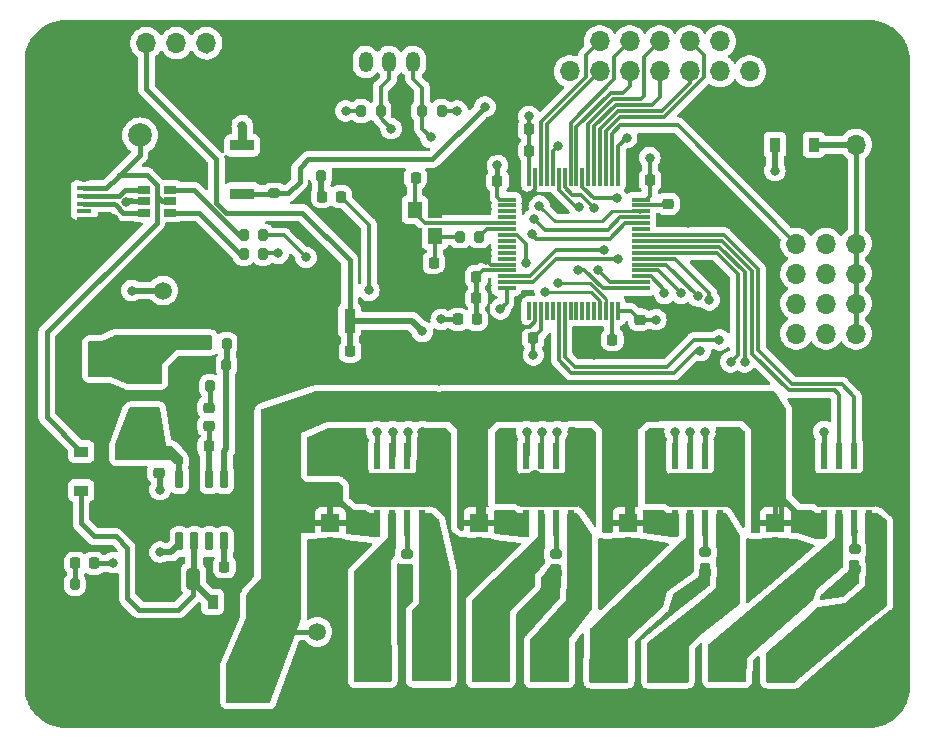
<source format=gbr>
%TF.GenerationSoftware,KiCad,Pcbnew,(7.0.0)*%
%TF.CreationDate,2023-05-21T11:33:29-07:00*%
%TF.ProjectId,smart_motor_controller,736d6172-745f-46d6-9f74-6f725f636f6e,0.1.1*%
%TF.SameCoordinates,Original*%
%TF.FileFunction,Copper,L1,Top*%
%TF.FilePolarity,Positive*%
%FSLAX46Y46*%
G04 Gerber Fmt 4.6, Leading zero omitted, Abs format (unit mm)*
G04 Created by KiCad (PCBNEW (7.0.0)) date 2023-05-21 11:33:29*
%MOMM*%
%LPD*%
G01*
G04 APERTURE LIST*
G04 Aperture macros list*
%AMRoundRect*
0 Rectangle with rounded corners*
0 $1 Rounding radius*
0 $2 $3 $4 $5 $6 $7 $8 $9 X,Y pos of 4 corners*
0 Add a 4 corners polygon primitive as box body*
4,1,4,$2,$3,$4,$5,$6,$7,$8,$9,$2,$3,0*
0 Add four circle primitives for the rounded corners*
1,1,$1+$1,$2,$3*
1,1,$1+$1,$4,$5*
1,1,$1+$1,$6,$7*
1,1,$1+$1,$8,$9*
0 Add four rect primitives between the rounded corners*
20,1,$1+$1,$2,$3,$4,$5,0*
20,1,$1+$1,$4,$5,$6,$7,0*
20,1,$1+$1,$6,$7,$8,$9,0*
20,1,$1+$1,$8,$9,$2,$3,0*%
G04 Aperture macros list end*
%TA.AperFunction,SMDPad,CuDef*%
%ADD10R,1.200000X0.900000*%
%TD*%
%TA.AperFunction,SMDPad,CuDef*%
%ADD11R,0.900000X1.200000*%
%TD*%
%TA.AperFunction,SMDPad,CuDef*%
%ADD12RoundRect,0.218750X-0.218750X-0.256250X0.218750X-0.256250X0.218750X0.256250X-0.218750X0.256250X0*%
%TD*%
%TA.AperFunction,SMDPad,CuDef*%
%ADD13RoundRect,0.200000X-0.200000X-0.275000X0.200000X-0.275000X0.200000X0.275000X-0.200000X0.275000X0*%
%TD*%
%TA.AperFunction,SMDPad,CuDef*%
%ADD14R,1.060000X0.650000*%
%TD*%
%TA.AperFunction,ComponentPad*%
%ADD15R,3.000000X3.000000*%
%TD*%
%TA.AperFunction,ComponentPad*%
%ADD16C,3.000000*%
%TD*%
%TA.AperFunction,SMDPad,CuDef*%
%ADD17R,1.250000X0.400000*%
%TD*%
%TA.AperFunction,ComponentPad*%
%ADD18O,1.900000X1.100000*%
%TD*%
%TA.AperFunction,ComponentPad*%
%ADD19C,1.250000*%
%TD*%
%TA.AperFunction,SMDPad,CuDef*%
%ADD20C,2.000000*%
%TD*%
%TA.AperFunction,SMDPad,CuDef*%
%ADD21RoundRect,0.225000X0.250000X-0.225000X0.250000X0.225000X-0.250000X0.225000X-0.250000X-0.225000X0*%
%TD*%
%TA.AperFunction,SMDPad,CuDef*%
%ADD22RoundRect,0.249999X0.325001X0.650001X-0.325001X0.650001X-0.325001X-0.650001X0.325001X-0.650001X0*%
%TD*%
%TA.AperFunction,SMDPad,CuDef*%
%ADD23RoundRect,0.225000X0.225000X0.250000X-0.225000X0.250000X-0.225000X-0.250000X0.225000X-0.250000X0*%
%TD*%
%TA.AperFunction,SMDPad,CuDef*%
%ADD24RoundRect,0.225000X-0.225000X-0.250000X0.225000X-0.250000X0.225000X0.250000X-0.225000X0.250000X0*%
%TD*%
%TA.AperFunction,SMDPad,CuDef*%
%ADD25RoundRect,0.225000X-0.250000X0.225000X-0.250000X-0.225000X0.250000X-0.225000X0.250000X0.225000X0*%
%TD*%
%TA.AperFunction,ComponentPad*%
%ADD26R,1.600000X1.600000*%
%TD*%
%TA.AperFunction,ComponentPad*%
%ADD27C,1.600000*%
%TD*%
%TA.AperFunction,ComponentPad*%
%ADD28R,2.800000X2.800000*%
%TD*%
%TA.AperFunction,ComponentPad*%
%ADD29C,2.800000*%
%TD*%
%TA.AperFunction,SMDPad,CuDef*%
%ADD30R,2.500000X1.900000*%
%TD*%
%TA.AperFunction,SMDPad,CuDef*%
%ADD31RoundRect,0.200000X0.200000X0.275000X-0.200000X0.275000X-0.200000X-0.275000X0.200000X-0.275000X0*%
%TD*%
%TA.AperFunction,SMDPad,CuDef*%
%ADD32RoundRect,0.200000X-0.275000X0.200000X-0.275000X-0.200000X0.275000X-0.200000X0.275000X0.200000X0*%
%TD*%
%TA.AperFunction,SMDPad,CuDef*%
%ADD33C,1.500000*%
%TD*%
%TA.AperFunction,SMDPad,CuDef*%
%ADD34R,2.000000X0.900000*%
%TD*%
%TA.AperFunction,SMDPad,CuDef*%
%ADD35R,0.900000X2.000000*%
%TD*%
%TA.AperFunction,SMDPad,CuDef*%
%ADD36RoundRect,0.150000X0.150000X-0.650000X0.150000X0.650000X-0.150000X0.650000X-0.150000X-0.650000X0*%
%TD*%
%TA.AperFunction,ComponentPad*%
%ADD37C,0.500000*%
%TD*%
%TA.AperFunction,SMDPad,CuDef*%
%ADD38R,3.100000X2.410000*%
%TD*%
%TA.AperFunction,ComponentPad*%
%ADD39R,1.700000X1.700000*%
%TD*%
%TA.AperFunction,ComponentPad*%
%ADD40O,1.700000X1.700000*%
%TD*%
%TA.AperFunction,SMDPad,CuDef*%
%ADD41R,1.200000X1.400000*%
%TD*%
%TA.AperFunction,SMDPad,CuDef*%
%ADD42RoundRect,0.075000X-0.700000X-0.075000X0.700000X-0.075000X0.700000X0.075000X-0.700000X0.075000X0*%
%TD*%
%TA.AperFunction,SMDPad,CuDef*%
%ADD43RoundRect,0.075000X-0.075000X-0.700000X0.075000X-0.700000X0.075000X0.700000X-0.075000X0.700000X0*%
%TD*%
%TA.AperFunction,SMDPad,CuDef*%
%ADD44R,0.500000X2.200000*%
%TD*%
%TA.AperFunction,ComponentPad*%
%ADD45C,0.630000*%
%TD*%
%TA.AperFunction,SMDPad,CuDef*%
%ADD46R,4.900000X2.950000*%
%TD*%
%TA.AperFunction,ComponentPad*%
%ADD47C,5.600000*%
%TD*%
%TA.AperFunction,ComponentPad*%
%ADD48RoundRect,0.250000X0.350000X0.625000X-0.350000X0.625000X-0.350000X-0.625000X0.350000X-0.625000X0*%
%TD*%
%TA.AperFunction,ComponentPad*%
%ADD49O,1.200000X1.750000*%
%TD*%
%TA.AperFunction,ViaPad*%
%ADD50C,0.800000*%
%TD*%
%TA.AperFunction,Conductor*%
%ADD51C,1.200000*%
%TD*%
%TA.AperFunction,Conductor*%
%ADD52C,0.500000*%
%TD*%
%TA.AperFunction,Conductor*%
%ADD53C,0.300000*%
%TD*%
%TA.AperFunction,Conductor*%
%ADD54C,0.400000*%
%TD*%
%TA.AperFunction,Conductor*%
%ADD55C,1.000000*%
%TD*%
%TA.AperFunction,Conductor*%
%ADD56C,0.750000*%
%TD*%
%TA.AperFunction,Conductor*%
%ADD57C,0.250000*%
%TD*%
G04 APERTURE END LIST*
D10*
%TO.P,D1,1,K*%
%TO.N,BACK_IN*%
X127809999Y-95387499D03*
%TO.P,D1,2,A*%
%TO.N,+5V*%
X127809999Y-92087499D03*
%TD*%
D11*
%TO.P,D2,1,K*%
%TO.N,BACK_IN*%
X138949999Y-104799999D03*
%TO.P,D2,2,A*%
%TO.N,VMOTORS*%
X142249999Y-104799999D03*
%TD*%
D12*
%TO.P,D3,1,K*%
%TO.N,Net-(D3-K)*%
X148212500Y-70500000D03*
%TO.P,D3,2,A*%
%TO.N,LED*%
X149787500Y-70500000D03*
%TD*%
D13*
%TO.P,R7,1*%
%TO.N,Net-(D3-K)*%
X148155000Y-68730000D03*
%TO.P,R7,2*%
%TO.N,GND*%
X149805000Y-68730000D03*
%TD*%
D14*
%TO.P,U3,1,I/O1*%
%TO.N,USB_CONN_D-*%
X133149999Y-69949999D03*
%TO.P,U3,2,GND*%
%TO.N,GND*%
X133149999Y-70899999D03*
%TO.P,U3,3,I/O2*%
%TO.N,USB_CONN_D+*%
X133149999Y-71849999D03*
%TO.P,U3,4,I/O2*%
%TO.N,Net-(R104-Pad2)*%
X135349999Y-71849999D03*
%TO.P,U3,5,VBUS*%
%TO.N,+5V*%
X135349999Y-70899999D03*
%TO.P,U3,6,I/O1*%
%TO.N,Net-(R103-Pad1)*%
X135349999Y-69949999D03*
%TD*%
D15*
%TO.P,J9,1,Pin_1*%
%TO.N,GND*%
X136999999Y-111499999D03*
D16*
%TO.P,J9,2,Pin_2*%
%TO.N,VMOTORS*%
X142000000Y-111500000D03*
%TD*%
D17*
%TO.P,J10,1,VBUS*%
%TO.N,+5V*%
X128069999Y-69799999D03*
%TO.P,J10,2,D-*%
%TO.N,USB_CONN_D-*%
X128069999Y-70449999D03*
%TO.P,J10,3,D+*%
%TO.N,USB_CONN_D+*%
X128069999Y-71099999D03*
%TO.P,J10,4,ID*%
%TO.N,unconnected-(J10-ID-Pad4)*%
X128069999Y-71749999D03*
%TO.P,J10,5,GND*%
%TO.N,GND*%
X128069999Y-72399999D03*
D18*
%TO.P,J10,6,Shield*%
X125399999Y-67499999D03*
D19*
X128070000Y-68675000D03*
X128070000Y-73525000D03*
D18*
X125399999Y-74699999D03*
%TD*%
D20*
%TO.P,TP2,1,1*%
%TO.N,+5V*%
X132800000Y-65300000D03*
%TD*%
D21*
%TO.P,C201,1*%
%TO.N,Net-(U201-BOOT)*%
X134400000Y-93875000D03*
%TO.P,C201,2*%
%TO.N,Net-(D201-K)*%
X134400000Y-92325000D03*
%TD*%
D22*
%TO.P,C202,1*%
%TO.N,BACK_IN*%
X137310000Y-102850000D03*
%TO.P,C202,2*%
%TO.N,GND*%
X134360000Y-102850000D03*
%TD*%
D23*
%TO.P,C203,1*%
%TO.N,Net-(U201-COMP)*%
X138610000Y-91650000D03*
%TO.P,C203,2*%
%TO.N,GND*%
X137060000Y-91650000D03*
%TD*%
D21*
%TO.P,C204,1*%
%TO.N,Net-(U201-COMP)*%
X138635000Y-89912500D03*
%TO.P,C204,2*%
%TO.N,Net-(C204-Pad2)*%
X138635000Y-88362500D03*
%TD*%
D24*
%TO.P,C205,1*%
%TO.N,Net-(U201-SS)*%
X139935000Y-101837500D03*
%TO.P,C205,2*%
%TO.N,GND*%
X141485000Y-101837500D03*
%TD*%
D23*
%TO.P,C206,1*%
%TO.N,+3V3*%
X128885000Y-85237500D03*
%TO.P,C206,2*%
%TO.N,GND*%
X127335000Y-85237500D03*
%TD*%
%TO.P,C207,1*%
%TO.N,+3V3*%
X128885000Y-83250000D03*
%TO.P,C207,2*%
%TO.N,GND*%
X127335000Y-83250000D03*
%TD*%
D25*
%TO.P,C301,1*%
%TO.N,GND*%
X148900000Y-93650000D03*
%TO.P,C301,2*%
%TO.N,VMOTORS*%
X148900000Y-95200000D03*
%TD*%
D26*
%TO.P,C302,1*%
%TO.N,VMOTORS*%
X148899999Y-98099999D03*
D27*
%TO.P,C302,2*%
%TO.N,GND*%
X148900000Y-100100000D03*
%TD*%
D23*
%TO.P,C303,1*%
%TO.N,GND*%
X163375000Y-95000000D03*
%TO.P,C303,2*%
%TO.N,VMOTORS*%
X161825000Y-95000000D03*
%TD*%
D26*
%TO.P,C304,1*%
%TO.N,VMOTORS*%
X161499999Y-98099999D03*
D27*
%TO.P,C304,2*%
%TO.N,GND*%
X161500000Y-100100000D03*
%TD*%
D23*
%TO.P,C305,1*%
%TO.N,GND*%
X175975000Y-95000000D03*
%TO.P,C305,2*%
%TO.N,VMOTORS*%
X174425000Y-95000000D03*
%TD*%
D26*
%TO.P,C306,1*%
%TO.N,VMOTORS*%
X174099999Y-98099999D03*
D27*
%TO.P,C306,2*%
%TO.N,GND*%
X174100000Y-100100000D03*
%TD*%
D23*
%TO.P,C307,1*%
%TO.N,GND*%
X188575000Y-95000000D03*
%TO.P,C307,2*%
%TO.N,VMOTORS*%
X187025000Y-95000000D03*
%TD*%
D26*
%TO.P,C308,1*%
%TO.N,VMOTORS*%
X186599999Y-98099999D03*
D27*
%TO.P,C308,2*%
%TO.N,GND*%
X186600000Y-100100000D03*
%TD*%
D28*
%TO.P,J301,1,Pin_1*%
%TO.N,Net-(J301-Pin_1)*%
X152499999Y-109999999D03*
D29*
%TO.P,J301,2,Pin_2*%
%TO.N,Net-(J301-Pin_2)*%
X157500000Y-110000000D03*
%TD*%
D28*
%TO.P,J302,1,Pin_1*%
%TO.N,Net-(J302-Pin_1)*%
X172499999Y-109999999D03*
D29*
%TO.P,J302,2,Pin_2*%
%TO.N,Net-(J302-Pin_2)*%
X177500000Y-110000000D03*
%TD*%
D28*
%TO.P,J303,1,Pin_1*%
%TO.N,Net-(J303-Pin_1)*%
X162499999Y-109999999D03*
D29*
%TO.P,J303,2,Pin_2*%
%TO.N,Net-(J303-Pin_2)*%
X167500000Y-110000000D03*
%TD*%
D28*
%TO.P,J304,1,Pin_1*%
%TO.N,Net-(J304-Pin_1)*%
X182499999Y-109999999D03*
D29*
%TO.P,J304,2,Pin_2*%
%TO.N,Net-(J304-Pin_2)*%
X187500000Y-110000000D03*
%TD*%
D30*
%TO.P,L201,1*%
%TO.N,Net-(D201-K)*%
X133209999Y-89299999D03*
%TO.P,L201,2*%
%TO.N,+3V3*%
X133209999Y-85199999D03*
%TD*%
D13*
%TO.P,R201,1*%
%TO.N,+3V3*%
X138485000Y-82937500D03*
%TO.P,R201,2*%
%TO.N,Net-(U201-VSENSE)*%
X140135000Y-82937500D03*
%TD*%
D31*
%TO.P,R202,1*%
%TO.N,Net-(C204-Pad2)*%
X138715000Y-86537500D03*
%TO.P,R202,2*%
%TO.N,GND*%
X137065000Y-86537500D03*
%TD*%
%TO.P,R203,1*%
%TO.N,Net-(U201-VSENSE)*%
X140115000Y-84737500D03*
%TO.P,R203,2*%
%TO.N,GND*%
X138465000Y-84737500D03*
%TD*%
D32*
%TO.P,R301,1*%
%TO.N,Net-(U301-ISEN)*%
X155400000Y-100725000D03*
%TO.P,R301,2*%
%TO.N,GND*%
X155400000Y-102375000D03*
%TD*%
%TO.P,R302,1*%
%TO.N,Net-(U302-ISEN)*%
X180650000Y-100625000D03*
%TO.P,R302,2*%
%TO.N,GND*%
X180650000Y-102275000D03*
%TD*%
%TO.P,R303,1*%
%TO.N,Net-(U303-ISEN)*%
X168000000Y-100725000D03*
%TO.P,R303,2*%
%TO.N,GND*%
X168000000Y-102375000D03*
%TD*%
%TO.P,R304,1*%
%TO.N,Net-(U304-ISEN)*%
X193300000Y-100375000D03*
%TO.P,R304,2*%
%TO.N,GND*%
X193300000Y-102025000D03*
%TD*%
D10*
%TO.P,D201,1,K*%
%TO.N,Net-(D201-K)*%
X131399999Y-92049999D03*
%TO.P,D201,2,A*%
%TO.N,GND*%
X131399999Y-95349999D03*
%TD*%
D23*
%TO.P,C101,1*%
%TO.N,NRST*%
X150575000Y-83600000D03*
%TO.P,C101,2*%
%TO.N,GND*%
X149025000Y-83600000D03*
%TD*%
D32*
%TO.P,R101,1*%
%TO.N,GND*%
X144150000Y-68575000D03*
%TO.P,R101,2*%
%TO.N,BOOT0*%
X144150000Y-70225000D03*
%TD*%
D33*
%TO.P,3.3V201,1,1*%
%TO.N,+3V3*%
X134750000Y-78450000D03*
%TD*%
%TO.P,TP1,1,1*%
%TO.N,VMOTORS*%
X147800000Y-107350000D03*
%TD*%
D34*
%TO.P,SW102,1,A*%
%TO.N,BOOT0*%
X141449999Y-70249999D03*
%TO.P,SW102,2,B*%
%TO.N,+3V3*%
X141449999Y-66149999D03*
%TD*%
D35*
%TO.P,SW103,1,A*%
%TO.N,GND*%
X146449999Y-80999999D03*
%TO.P,SW103,2,B*%
%TO.N,NRST*%
X150549999Y-80999999D03*
%TD*%
D36*
%TO.P,U201,1,BOOT*%
%TO.N,Net-(U201-BOOT)*%
X136130000Y-99700000D03*
%TO.P,U201,2,VIN*%
%TO.N,BACK_IN*%
X137400000Y-99700000D03*
%TO.P,U201,3,EN*%
%TO.N,unconnected-(U201-EN-Pad3)*%
X138670000Y-99700000D03*
%TO.P,U201,4,SS*%
%TO.N,Net-(U201-SS)*%
X139940000Y-99700000D03*
%TO.P,U201,5,VSENSE*%
%TO.N,Net-(U201-VSENSE)*%
X139940000Y-94400000D03*
%TO.P,U201,6,COMP*%
%TO.N,Net-(U201-COMP)*%
X138670000Y-94400000D03*
%TO.P,U201,7,GND*%
%TO.N,GND*%
X137400000Y-94400000D03*
%TO.P,U201,8,PH*%
%TO.N,Net-(D201-K)*%
X136130000Y-94400000D03*
D37*
%TO.P,U201,9,PowerPAD*%
%TO.N,GND*%
X136735000Y-98005000D03*
X138035000Y-98005000D03*
X139335000Y-98005000D03*
D38*
X138034999Y-97049999D03*
D37*
X136735000Y-96095000D03*
X138035000Y-96095000D03*
X139335000Y-96095000D03*
%TD*%
D11*
%TO.P,D301,1,K*%
%TO.N,V_ENCODER*%
X189849999Y-66099999D03*
%TO.P,D301,2,A*%
%TO.N,+3V3*%
X186549999Y-66099999D03*
%TD*%
D39*
%TO.P,J309,1,Pin_1*%
%TO.N,GND*%
X195939999Y-66099999D03*
D40*
%TO.P,J309,2,Pin_2*%
%TO.N,V_ENCODER*%
X193399999Y-66099999D03*
%TD*%
D39*
%TO.P,J310,1,GND*%
%TO.N,GND*%
X195974999Y-82099999D03*
X195974999Y-79559999D03*
X195974999Y-77019999D03*
X195974999Y-74479999D03*
D40*
%TO.P,J310,2,Power*%
%TO.N,V_ENCODER*%
X193434999Y-82099999D03*
X193434999Y-79559999D03*
X193434999Y-77019999D03*
X193434999Y-74479999D03*
%TO.P,J310,3,Pin_3*%
%TO.N,ENCODER_0_B*%
X190894999Y-82099999D03*
%TO.P,J310,4,Pin_4*%
%TO.N,ENCODER_0_A*%
X188354999Y-82099999D03*
%TO.P,J310,5,Pin_5*%
%TO.N,ENCODER_1_B*%
X190894999Y-79559999D03*
%TO.P,J310,6,Pin_6*%
%TO.N,ENCODER_1_A*%
X188354999Y-79559999D03*
%TO.P,J310,7,Pin_7*%
%TO.N,ENCODER_2_B*%
X190894999Y-77019999D03*
%TO.P,J310,8,Pin_8*%
%TO.N,ENCODER_2_A*%
X188354999Y-77019999D03*
%TO.P,J310,9,Pin_9*%
%TO.N,ENCODER_3_B*%
X190894999Y-74479999D03*
%TO.P,J310,10,Pin_10*%
%TO.N,ENCODER_3_A*%
X188354999Y-74479999D03*
%TD*%
D39*
%TO.P,J104,1,Pin_1*%
%TO.N,GND*%
X140949999Y-57499999D03*
D40*
%TO.P,J104,2,Pin_2*%
%TO.N,SWCLK*%
X138409999Y-57499999D03*
%TO.P,J104,3,Pin_3*%
%TO.N,SWDIO*%
X135869999Y-57499999D03*
%TO.P,J104,4,Pin_4*%
%TO.N,NRST*%
X133329999Y-57499999D03*
%TD*%
D23*
%TO.P,C3,1*%
%TO.N,+3V3*%
X165730000Y-64800000D03*
%TO.P,C3,2*%
%TO.N,GND*%
X164180000Y-64800000D03*
%TD*%
%TO.P,C4,1*%
%TO.N,+3V3*%
X163050000Y-69160000D03*
%TO.P,C4,2*%
%TO.N,GND*%
X161500000Y-69160000D03*
%TD*%
%TO.P,C5,1*%
%TO.N,+3V3*%
X166075000Y-82500000D03*
%TO.P,C5,2*%
%TO.N,GND*%
X164525000Y-82500000D03*
%TD*%
D25*
%TO.P,C16,1*%
%TO.N,Net-(U2-VCAP_2)*%
X177500000Y-71125000D03*
%TO.P,C16,2*%
%TO.N,GND*%
X177500000Y-72675000D03*
%TD*%
D24*
%TO.P,C17,1*%
%TO.N,HSE_IN*%
X156125000Y-68900000D03*
%TO.P,C17,2*%
%TO.N,GND*%
X157675000Y-68900000D03*
%TD*%
D25*
%TO.P,C6,1*%
%TO.N,+3V3*%
X175100000Y-80925000D03*
%TO.P,C6,2*%
%TO.N,GND*%
X175100000Y-82475000D03*
%TD*%
D23*
%TO.P,C8,1*%
%TO.N,+3V3*%
X165750000Y-66600000D03*
%TO.P,C8,2*%
%TO.N,GND*%
X164200000Y-66600000D03*
%TD*%
%TO.P,C13,1*%
%TO.N,+3.3VA*%
X161275000Y-79100000D03*
%TO.P,C13,2*%
%TO.N,GND*%
X159725000Y-79100000D03*
%TD*%
%TO.P,C14,1*%
%TO.N,+3.3VA*%
X161275000Y-77300000D03*
%TO.P,C14,2*%
%TO.N,GND*%
X159725000Y-77300000D03*
%TD*%
%TO.P,C15,1*%
%TO.N,Net-(U2-VCAP_1)*%
X172775000Y-82600000D03*
%TO.P,C15,2*%
%TO.N,GND*%
X171225000Y-82600000D03*
%TD*%
D41*
%TO.P,HSE1,1,1*%
%TO.N,HSE_IN*%
X156049999Y-71599999D03*
%TO.P,HSE1,2,2*%
%TO.N,GND*%
X156049999Y-73799999D03*
%TO.P,HSE1,3,3*%
%TO.N,Net-(C18-Pad1)*%
X157749999Y-73799999D03*
%TO.P,HSE1,4,4*%
%TO.N,GND*%
X157749999Y-71599999D03*
%TD*%
D12*
%TO.P,L2,1*%
%TO.N,+3V3*%
X159712500Y-80900000D03*
%TO.P,L2,2*%
%TO.N,+3.3VA*%
X161287500Y-80900000D03*
%TD*%
D23*
%TO.P,C18,1*%
%TO.N,Net-(C18-Pad1)*%
X157675000Y-76100000D03*
%TO.P,C18,2*%
%TO.N,GND*%
X156125000Y-76100000D03*
%TD*%
D31*
%TO.P,R6,1*%
%TO.N,HSE_OUT*%
X161525000Y-73900000D03*
%TO.P,R6,2*%
%TO.N,Net-(C18-Pad1)*%
X159875000Y-73900000D03*
%TD*%
D24*
%TO.P,C7,1*%
%TO.N,+3V3*%
X175975000Y-69100000D03*
%TO.P,C7,2*%
%TO.N,GND*%
X177525000Y-69100000D03*
%TD*%
D42*
%TO.P,U2,1,VBAT*%
%TO.N,+3V3*%
X163825000Y-70750000D03*
%TO.P,U2,2,PC13*%
%TO.N,unconnected-(U2-PC13-Pad2)*%
X163825000Y-71250000D03*
%TO.P,U2,3,PC14*%
%TO.N,unconnected-(U2-PC14-Pad3)*%
X163825000Y-71750000D03*
%TO.P,U2,4,PC15*%
%TO.N,unconnected-(U2-PC15-Pad4)*%
X163825000Y-72250000D03*
%TO.P,U2,5,PH0*%
%TO.N,HSE_IN*%
X163825000Y-72750000D03*
%TO.P,U2,6,PH1*%
%TO.N,HSE_OUT*%
X163825000Y-73250000D03*
%TO.P,U2,7,NRST*%
%TO.N,NRST*%
X163825000Y-73750000D03*
%TO.P,U2,8,PC0*%
%TO.N,unconnected-(U2-PC0-Pad8)*%
X163825000Y-74250000D03*
%TO.P,U2,9,PC1*%
%TO.N,unconnected-(U2-PC1-Pad9)*%
X163825000Y-74750000D03*
%TO.P,U2,10,PC2*%
%TO.N,unconnected-(U2-PC2-Pad10)*%
X163825000Y-75250000D03*
%TO.P,U2,11,PC3*%
%TO.N,unconnected-(U2-PC3-Pad11)*%
X163825000Y-75750000D03*
%TO.P,U2,12,VSSA*%
%TO.N,GND*%
X163825000Y-76250000D03*
%TO.P,U2,13,VDDA*%
%TO.N,+3.3VA*%
X163825000Y-76750000D03*
%TO.P,U2,14,PA0*%
%TO.N,ENCODER_1_A*%
X163825000Y-77250000D03*
%TO.P,U2,15,PA1*%
%TO.N,ENCODER_1_B*%
X163825000Y-77750000D03*
%TO.P,U2,16,PA2*%
%TO.N,LED*%
X163825000Y-78250000D03*
D43*
%TO.P,U2,17,PA3*%
%TO.N,unconnected-(U2-PA3-Pad17)*%
X165750000Y-80175000D03*
%TO.P,U2,18,VSS*%
%TO.N,GND*%
X166250000Y-80175000D03*
%TO.P,U2,19,VDD*%
%TO.N,+3V3*%
X166750000Y-80175000D03*
%TO.P,U2,20,PA4*%
%TO.N,unconnected-(U2-PA4-Pad20)*%
X167250000Y-80175000D03*
%TO.P,U2,21,PA5*%
%TO.N,unconnected-(U2-PA5-Pad21)*%
X167750000Y-80175000D03*
%TO.P,U2,22,PA6*%
%TO.N,ENCODER_0_A*%
X168250000Y-80175000D03*
%TO.P,U2,23,PA7*%
%TO.N,ENCODER_0_B*%
X168750000Y-80175000D03*
%TO.P,U2,24,PC4*%
%TO.N,unconnected-(U2-PC4-Pad24)*%
X169250000Y-80175000D03*
%TO.P,U2,25,PC5*%
%TO.N,unconnected-(U2-PC5-Pad25)*%
X169750000Y-80175000D03*
%TO.P,U2,26,PB0*%
%TO.N,unconnected-(U2-PB0-Pad26)*%
X170250000Y-80175000D03*
%TO.P,U2,27,PB1*%
%TO.N,unconnected-(U2-PB1-Pad27)*%
X170750000Y-80175000D03*
%TO.P,U2,28,PB2*%
%TO.N,unconnected-(U2-PB2-Pad28)*%
X171250000Y-80175000D03*
%TO.P,U2,29,PB10*%
%TO.N,I2C2_SCL*%
X171750000Y-80175000D03*
%TO.P,U2,30,PB11*%
%TO.N,I2C2_SDA*%
X172250000Y-80175000D03*
%TO.P,U2,31,VCAP_1*%
%TO.N,Net-(U2-VCAP_1)*%
X172750000Y-80175000D03*
%TO.P,U2,32,VDD*%
%TO.N,+3V3*%
X173250000Y-80175000D03*
D42*
%TO.P,U2,33,PB12*%
%TO.N,CAN2_RX*%
X175175000Y-78250000D03*
%TO.P,U2,34,PB13*%
%TO.N,CAN2_TX*%
X175175000Y-77750000D03*
%TO.P,U2,35,PB14*%
%TO.N,M0_OUT1*%
X175175000Y-77250000D03*
%TO.P,U2,36,PB15*%
%TO.N,M0_OUT2*%
X175175000Y-76750000D03*
%TO.P,U2,37,PC6*%
%TO.N,M2_OUT1*%
X175175000Y-76250000D03*
%TO.P,U2,38,PC7*%
%TO.N,M2_OUT2*%
X175175000Y-75750000D03*
%TO.P,U2,39,PC8*%
%TO.N,M1_OUT1*%
X175175000Y-75250000D03*
%TO.P,U2,40,PC9*%
%TO.N,M1_OUT2*%
X175175000Y-74750000D03*
%TO.P,U2,41,PA8*%
%TO.N,M3_OUT1*%
X175175000Y-74250000D03*
%TO.P,U2,42,PA9*%
%TO.N,M3_OUT2*%
X175175000Y-73750000D03*
%TO.P,U2,43,PA10*%
%TO.N,unconnected-(U2-PA10-Pad43)*%
X175175000Y-73250000D03*
%TO.P,U2,44,PA11*%
%TO.N,USB_D-*%
X175175000Y-72750000D03*
%TO.P,U2,45,PA12*%
%TO.N,USB_D+*%
X175175000Y-72250000D03*
%TO.P,U2,46,PA13*%
%TO.N,SWDIO*%
X175175000Y-71750000D03*
%TO.P,U2,47,VCAP_2*%
%TO.N,Net-(U2-VCAP_2)*%
X175175000Y-71250000D03*
%TO.P,U2,48,VDD*%
%TO.N,+3V3*%
X175175000Y-70750000D03*
D43*
%TO.P,U2,49,PA14*%
%TO.N,SWCLK*%
X173250000Y-68825000D03*
%TO.P,U2,50,PA15*%
%TO.N,ENCODER_3_A*%
X172750000Y-68825000D03*
%TO.P,U2,51,PC10*%
%TO.N,USART3_TX*%
X172250000Y-68825000D03*
%TO.P,U2,52,PC11*%
%TO.N,USART3_RX*%
X171750000Y-68825000D03*
%TO.P,U2,53,PC12*%
%TO.N,GPIO3*%
X171250000Y-68825000D03*
%TO.P,U2,54,PD2*%
%TO.N,GPIO2*%
X170750000Y-68825000D03*
%TO.P,U2,55,PB3*%
%TO.N,ENCODER_3_B*%
X170250000Y-68825000D03*
%TO.P,U2,56,PB4*%
%TO.N,GPIO1*%
X169750000Y-68825000D03*
%TO.P,U2,57,PB5*%
%TO.N,GPIO0*%
X169250000Y-68825000D03*
%TO.P,U2,58,PB6*%
%TO.N,ENCODER_2_A*%
X168750000Y-68825000D03*
%TO.P,U2,59,PB7*%
%TO.N,ENCODER_2_B*%
X168250000Y-68825000D03*
%TO.P,U2,60,BOOT0*%
%TO.N,BOOT0*%
X167750000Y-68825000D03*
%TO.P,U2,61,PB8*%
%TO.N,I2C1_SCL*%
X167250000Y-68825000D03*
%TO.P,U2,62,PB9*%
%TO.N,I2C1_SDA*%
X166750000Y-68825000D03*
%TO.P,U2,63,VSS*%
%TO.N,GND*%
X166250000Y-68825000D03*
%TO.P,U2,64,VDD*%
%TO.N,+3V3*%
X165750000Y-68825000D03*
%TD*%
D44*
%TO.P,U301,1,GND*%
%TO.N,GND*%
X156704999Y-92424999D03*
%TO.P,U301,2,IN2*%
%TO.N,M0_OUT2*%
X155434999Y-92424999D03*
%TO.P,U301,3,IN1*%
%TO.N,M0_OUT1*%
X154164999Y-92424999D03*
%TO.P,U301,4,VREF*%
%TO.N,+3V3*%
X152894999Y-92424999D03*
%TO.P,U301,5,VM*%
%TO.N,VMOTORS*%
X152894999Y-98174999D03*
%TO.P,U301,6,OUT1*%
%TO.N,Net-(J301-Pin_1)*%
X154164999Y-98174999D03*
%TO.P,U301,7,ISEN*%
%TO.N,Net-(U301-ISEN)*%
X155434999Y-98174999D03*
%TO.P,U301,8,OUT2*%
%TO.N,Net-(J301-Pin_2)*%
X156704999Y-98174999D03*
D45*
%TO.P,U301,9,GND*%
%TO.N,GND*%
X156100000Y-94650000D03*
X154800000Y-94650000D03*
X153500000Y-94650000D03*
D46*
X154799999Y-95299999D03*
D45*
X156100000Y-95950000D03*
X154800000Y-95950000D03*
X153500000Y-95950000D03*
%TD*%
D44*
%TO.P,U302,1,GND*%
%TO.N,GND*%
X181904999Y-92424999D03*
%TO.P,U302,2,IN2*%
%TO.N,M1_OUT2*%
X180634999Y-92424999D03*
%TO.P,U302,3,IN1*%
%TO.N,M1_OUT1*%
X179364999Y-92424999D03*
%TO.P,U302,4,VREF*%
%TO.N,+3V3*%
X178094999Y-92424999D03*
%TO.P,U302,5,VM*%
%TO.N,VMOTORS*%
X178094999Y-98174999D03*
%TO.P,U302,6,OUT1*%
%TO.N,Net-(J302-Pin_1)*%
X179364999Y-98174999D03*
%TO.P,U302,7,ISEN*%
%TO.N,Net-(U302-ISEN)*%
X180634999Y-98174999D03*
%TO.P,U302,8,OUT2*%
%TO.N,Net-(J302-Pin_2)*%
X181904999Y-98174999D03*
D45*
%TO.P,U302,9,GND*%
%TO.N,GND*%
X181300000Y-94650000D03*
X180000000Y-94650000D03*
X178700000Y-94650000D03*
D46*
X179999999Y-95299999D03*
D45*
X181300000Y-95950000D03*
X180000000Y-95950000D03*
X178700000Y-95950000D03*
%TD*%
D44*
%TO.P,U303,1,GND*%
%TO.N,GND*%
X169304999Y-92424999D03*
%TO.P,U303,2,IN2*%
%TO.N,M2_OUT2*%
X168034999Y-92424999D03*
%TO.P,U303,3,IN1*%
%TO.N,M2_OUT1*%
X166764999Y-92424999D03*
%TO.P,U303,4,VREF*%
%TO.N,+3V3*%
X165494999Y-92424999D03*
%TO.P,U303,5,VM*%
%TO.N,VMOTORS*%
X165494999Y-98174999D03*
%TO.P,U303,6,OUT1*%
%TO.N,Net-(J303-Pin_1)*%
X166764999Y-98174999D03*
%TO.P,U303,7,ISEN*%
%TO.N,Net-(U303-ISEN)*%
X168034999Y-98174999D03*
%TO.P,U303,8,OUT2*%
%TO.N,Net-(J303-Pin_2)*%
X169304999Y-98174999D03*
D45*
%TO.P,U303,9,GND*%
%TO.N,GND*%
X168700000Y-94650000D03*
X167400000Y-94650000D03*
X166100000Y-94650000D03*
D46*
X167399999Y-95299999D03*
D45*
X168700000Y-95950000D03*
X167400000Y-95950000D03*
X166100000Y-95950000D03*
%TD*%
D44*
%TO.P,U304,1,GND*%
%TO.N,GND*%
X194504999Y-92424999D03*
%TO.P,U304,2,IN2*%
%TO.N,M3_OUT2*%
X193234999Y-92424999D03*
%TO.P,U304,3,IN1*%
%TO.N,M3_OUT1*%
X191964999Y-92424999D03*
%TO.P,U304,4,VREF*%
%TO.N,+3V3*%
X190694999Y-92424999D03*
%TO.P,U304,5,VM*%
%TO.N,VMOTORS*%
X190694999Y-98174999D03*
%TO.P,U304,6,OUT1*%
%TO.N,Net-(J304-Pin_1)*%
X191964999Y-98174999D03*
%TO.P,U304,7,ISEN*%
%TO.N,Net-(U304-ISEN)*%
X193234999Y-98174999D03*
%TO.P,U304,8,OUT2*%
%TO.N,Net-(J304-Pin_2)*%
X194504999Y-98174999D03*
D45*
%TO.P,U304,9,GND*%
%TO.N,GND*%
X193900000Y-94650000D03*
X192600000Y-94650000D03*
X191300000Y-94650000D03*
D46*
X192599999Y-95299999D03*
D45*
X193900000Y-95950000D03*
X192600000Y-95950000D03*
X191300000Y-95950000D03*
%TD*%
D13*
%TO.P,R15,1*%
%TO.N,+3V3*%
X151525000Y-63250000D03*
%TO.P,R15,2*%
%TO.N,I2C2_SDA*%
X153175000Y-63250000D03*
%TD*%
D31*
%TO.P,R14,1*%
%TO.N,+3V3*%
X158325000Y-63250000D03*
%TO.P,R14,2*%
%TO.N,I2C2_SCL*%
X156675000Y-63250000D03*
%TD*%
D12*
%TO.P,D101,1,K*%
%TO.N,Net-(D101-K)*%
X127327500Y-101550000D03*
%TO.P,D101,2,A*%
%TO.N,+3V3*%
X128902500Y-101550000D03*
%TD*%
D47*
%TO.P,H203,1,1*%
%TO.N,GND*%
X194500000Y-112000000D03*
%TD*%
%TO.P,H204,1,1*%
%TO.N,GND*%
X126500000Y-112000000D03*
%TD*%
%TO.P,H202,1,1*%
%TO.N,GND*%
X194500000Y-59000000D03*
%TD*%
D13*
%TO.P,R102,1*%
%TO.N,Net-(D101-K)*%
X127275000Y-103300000D03*
%TO.P,R102,2*%
%TO.N,GND*%
X128925000Y-103300000D03*
%TD*%
D39*
%TO.P,J101,1,Pin_1*%
%TO.N,GND*%
X184429999Y-57349999D03*
D40*
%TO.P,J101,2,Pin_2*%
%TO.N,+3V3*%
X184429999Y-59889999D03*
%TO.P,J101,3,Pin_3*%
%TO.N,CAN2_TX*%
X181889999Y-57349999D03*
%TO.P,J101,4,Pin_4*%
%TO.N,CAN2_RX*%
X181889999Y-59889999D03*
%TO.P,J101,5,Pin_5*%
%TO.N,USART3_TX*%
X179349999Y-57349999D03*
%TO.P,J101,6,Pin_6*%
%TO.N,USART3_RX*%
X179349999Y-59889999D03*
%TO.P,J101,7,Pin_7*%
%TO.N,GPIO2*%
X176809999Y-57349999D03*
%TO.P,J101,8,Pin_8*%
%TO.N,GPIO3*%
X176809999Y-59889999D03*
%TO.P,J101,9,Pin_9*%
%TO.N,GPIO0*%
X174269999Y-57349999D03*
%TO.P,J101,10,Pin_10*%
%TO.N,GPIO1*%
X174269999Y-59889999D03*
%TO.P,J101,11,Pin_11*%
%TO.N,I2C1_SDA*%
X171729999Y-57349999D03*
%TO.P,J101,12,Pin_12*%
%TO.N,I2C1_SCL*%
X171729999Y-59889999D03*
%TO.P,J101,13,Pin_13*%
%TO.N,GND*%
X169189999Y-57349999D03*
%TO.P,J101,14,Pin_14*%
%TO.N,+3V3*%
X169189999Y-59889999D03*
%TD*%
D31*
%TO.P,R104,1*%
%TO.N,USB_D+*%
X143225000Y-75350000D03*
%TO.P,R104,2*%
%TO.N,Net-(R104-Pad2)*%
X141575000Y-75350000D03*
%TD*%
D47*
%TO.P,H201,1,1*%
%TO.N,GND*%
X126500000Y-59000000D03*
%TD*%
D13*
%TO.P,R103,1*%
%TO.N,Net-(R103-Pad1)*%
X141575000Y-73790000D03*
%TO.P,R103,2*%
%TO.N,USB_D-*%
X143225000Y-73790000D03*
%TD*%
D48*
%TO.P,J102,1,Pin_1*%
%TO.N,GND*%
X157900000Y-59100000D03*
D49*
%TO.P,J102,2,Pin_2*%
%TO.N,I2C2_SCL*%
X155899999Y-59099999D03*
%TO.P,J102,3,Pin_3*%
%TO.N,I2C2_SDA*%
X153899999Y-59099999D03*
%TO.P,J102,4,Pin_4*%
%TO.N,+3V3*%
X151899999Y-59099999D03*
%TD*%
D50*
%TO.N,GND*%
X150600000Y-93600000D03*
X167500000Y-103800000D03*
X179300000Y-103850000D03*
X192250000Y-103400000D03*
X181900000Y-90400000D03*
X194500000Y-90400000D03*
X169355113Y-90400000D03*
X156700000Y-90400000D03*
X144150000Y-67000000D03*
X144700000Y-81000000D03*
X147500000Y-83600000D03*
X164200000Y-63700000D03*
X161500000Y-67860000D03*
X159100000Y-68900000D03*
X159100000Y-71600000D03*
X154700000Y-76100000D03*
X158300000Y-79100000D03*
X176375000Y-82475000D03*
X154600000Y-73900000D03*
X178950000Y-69100000D03*
X179150000Y-72700000D03*
X171250000Y-83900000D03*
X163100000Y-82500000D03*
X162100000Y-75840000D03*
X162800000Y-66600000D03*
X158300000Y-77300000D03*
X165700000Y-70440000D03*
X195950000Y-107200000D03*
X145600000Y-58400000D03*
X172900000Y-103300000D03*
X149950000Y-73000000D03*
X148400000Y-63950000D03*
X160800000Y-103000000D03*
X139250000Y-78600000D03*
X168100000Y-86000000D03*
X135900000Y-66750000D03*
X155400000Y-103750000D03*
X163400000Y-92600000D03*
X132935000Y-102850000D03*
X131400000Y-96700000D03*
X189450000Y-88500000D03*
X176300000Y-92600000D03*
X181800000Y-80200000D03*
X131500000Y-61500000D03*
X137065000Y-84962500D03*
X130600000Y-72400000D03*
X180350000Y-85300000D03*
X163500000Y-58850000D03*
X158100000Y-86100000D03*
X141235000Y-98050000D03*
X141500000Y-100400000D03*
X131650000Y-70950000D03*
X148900000Y-103400000D03*
X125800000Y-97900000D03*
X185050000Y-85800000D03*
X180500000Y-62500000D03*
X188500000Y-62400000D03*
X137050000Y-89100000D03*
X141235000Y-96050000D03*
X130950000Y-108000000D03*
X151600000Y-85800000D03*
X130500000Y-103300000D03*
X185400000Y-102400000D03*
X151200000Y-68700000D03*
X188900000Y-92600000D03*
X137700000Y-63250000D03*
X126010000Y-85237500D03*
X126010000Y-83237500D03*
%TO.N,+3V3*%
X134710000Y-83037500D03*
X141450000Y-64500000D03*
X175950000Y-67200000D03*
X176475000Y-80925000D03*
X158300000Y-80900000D03*
X163050000Y-67860000D03*
X165730000Y-63700000D03*
X166100000Y-83900000D03*
X190700000Y-90400000D03*
X186550000Y-68300000D03*
X165555113Y-90400000D03*
X159650000Y-63250000D03*
X152850000Y-90400000D03*
X178100000Y-90400000D03*
X130500000Y-101500000D03*
X150200000Y-63250000D03*
X132100000Y-78450000D03*
X131710000Y-83037500D03*
X133210000Y-83025000D03*
%TO.N,LED*%
X152169670Y-78430330D03*
X163300000Y-80000000D03*
%TO.N,Net-(U201-BOOT)*%
X134490000Y-95300000D03*
X134490000Y-100605417D03*
%TO.N,NRST*%
X165500000Y-76150000D03*
X156700000Y-81900000D03*
%TO.N,SWCLK*%
X174000000Y-65500000D03*
%TO.N,SWDIO*%
X166600000Y-71300000D03*
%TO.N,BOOT0*%
X168200000Y-66200000D03*
X162000000Y-62900000D03*
%TO.N,M2_OUT2*%
X168105113Y-90400000D03*
X181000000Y-79250000D03*
%TO.N,USB_D+*%
X144500000Y-75300000D03*
X166150000Y-72400000D03*
%TO.N,USB_D-*%
X146850000Y-75650000D03*
X165950000Y-73650000D03*
%TO.N,CAN2_TX*%
X171600000Y-76750000D03*
%TO.N,CAN2_RX*%
X169850000Y-76700000D03*
%TO.N,M2_OUT1*%
X166855113Y-90400000D03*
X180051789Y-78933930D03*
%TO.N,M1_OUT2*%
X180650000Y-90400000D03*
X184000000Y-84500000D03*
%TO.N,M1_OUT1*%
X179350000Y-90400000D03*
X182800000Y-84500000D03*
%TO.N,M0_OUT2*%
X155500000Y-90400000D03*
X178600000Y-78700000D03*
%TO.N,M0_OUT1*%
X154200000Y-90400000D03*
X177200000Y-78700000D03*
%TO.N,I2C2_SCL*%
X167100000Y-78550000D03*
X157400000Y-65474500D03*
%TO.N,I2C2_SDA*%
X168200000Y-77825500D03*
X154050000Y-64750000D03*
%TO.N,ENCODER_2_B*%
X169950000Y-71350000D03*
%TO.N,ENCODER_2_A*%
X171250000Y-71500000D03*
%TO.N,ENCODER_0_B*%
X181850000Y-82650000D03*
%TO.N,ENCODER_0_A*%
X180250000Y-83550000D03*
%TO.N,ENCODER_1_B*%
X173250000Y-75800000D03*
%TO.N,ENCODER_1_A*%
X172100000Y-75050000D03*
%TO.N,ENCODER_3_B*%
X173150000Y-70650000D03*
%TD*%
D51*
%TO.N,GND*%
X166105113Y-94400000D02*
X166255113Y-94250000D01*
D52*
X156700000Y-92520000D02*
X156705000Y-92525000D01*
D51*
X153350000Y-94900000D02*
X153500000Y-94750000D01*
D53*
X157820000Y-71130000D02*
X157350000Y-71600000D01*
X157750000Y-71600000D02*
X159100000Y-71600000D01*
X163825000Y-76250000D02*
X162510000Y-76250000D01*
X162510000Y-76250000D02*
X162100000Y-75840000D01*
X166250000Y-68825000D02*
X166250000Y-69890000D01*
X166250000Y-69890000D02*
X165700000Y-70440000D01*
X154600000Y-73900000D02*
X155950000Y-73900000D01*
D54*
X194500000Y-90400000D02*
X194500000Y-92420000D01*
X150550000Y-93650000D02*
X150600000Y-93600000D01*
D52*
X181900000Y-92220000D02*
X181905000Y-92225000D01*
D54*
X175975000Y-95000000D02*
X175975000Y-92925000D01*
D52*
X127335000Y-83250000D02*
X127335000Y-85237500D01*
D54*
X141500000Y-100400000D02*
X141485000Y-100415000D01*
D52*
X137050000Y-89100000D02*
X137060000Y-89110000D01*
D54*
X158300000Y-77300000D02*
X159725000Y-77300000D01*
X188575000Y-95000000D02*
X188575000Y-92925000D01*
X128925000Y-103300000D02*
X130500000Y-103300000D01*
X163375000Y-95000000D02*
X163375000Y-92625000D01*
D52*
X146450000Y-81000000D02*
X144700000Y-81000000D01*
D54*
X162800000Y-66600000D02*
X164200000Y-66600000D01*
X164180000Y-63720000D02*
X164180000Y-64800000D01*
D52*
X156700000Y-92220000D02*
X156705000Y-92225000D01*
X137065000Y-86537500D02*
X137065000Y-84962500D01*
D54*
X133150000Y-70900000D02*
X131700000Y-70900000D01*
X171250000Y-83860000D02*
X171225000Y-83835000D01*
X168105113Y-103194887D02*
X167500000Y-103800000D01*
D52*
X132935000Y-102850000D02*
X134360000Y-102850000D01*
X156700000Y-90400000D02*
X156700000Y-92220000D01*
D53*
X179125000Y-72675000D02*
X179150000Y-72700000D01*
X151200000Y-68700000D02*
X151160000Y-68740000D01*
D52*
X141235000Y-98050000D02*
X139380000Y-98050000D01*
D54*
X163375000Y-92625000D02*
X163400000Y-92600000D01*
D53*
X177500000Y-72675000D02*
X179125000Y-72675000D01*
D52*
X126010000Y-85237500D02*
X127335000Y-85237500D01*
D54*
X179300000Y-103850000D02*
X180700000Y-102450000D01*
D52*
X126010000Y-83237500D02*
X127322500Y-83237500D01*
X137290000Y-84737500D02*
X138465000Y-84737500D01*
X139380000Y-96050000D02*
X139335000Y-96095000D01*
X153450000Y-94500000D02*
X153500000Y-94450000D01*
D54*
X180700000Y-102450000D02*
X180700000Y-102275000D01*
D52*
X137065000Y-84962500D02*
X137290000Y-84737500D01*
D53*
X166250000Y-81051041D02*
X165801041Y-81500000D01*
X151240000Y-68740000D02*
X151200000Y-68700000D01*
D54*
X141485000Y-100415000D02*
X141485000Y-101837500D01*
X149025000Y-83600000D02*
X147500000Y-83600000D01*
X164200000Y-63700000D02*
X164180000Y-63720000D01*
X188575000Y-92925000D02*
X188900000Y-92600000D01*
D53*
X157350000Y-68975000D02*
X157425000Y-68900000D01*
D54*
X161500000Y-67860000D02*
X161500000Y-69160000D01*
D52*
X137060000Y-89110000D02*
X137060000Y-91650000D01*
D54*
X155400000Y-102375000D02*
X155400000Y-103750000D01*
D53*
X165801041Y-81500000D02*
X165000000Y-81500000D01*
D54*
X168105113Y-102375000D02*
X168105113Y-103194887D01*
X193350000Y-102300000D02*
X193350000Y-102025000D01*
D53*
X151270000Y-68730000D02*
X151280000Y-68740000D01*
D52*
X181900000Y-90400000D02*
X181900000Y-92220000D01*
D54*
X159725000Y-77300000D02*
X159725000Y-79100000D01*
X171225000Y-83835000D02*
X171225000Y-82600000D01*
D53*
X164525000Y-81975000D02*
X164525000Y-82500000D01*
D52*
X157675000Y-68900000D02*
X159100000Y-68900000D01*
D54*
X175975000Y-92925000D02*
X176300000Y-92600000D01*
D53*
X177525000Y-69100000D02*
X178950000Y-69100000D01*
D54*
X159725000Y-79100000D02*
X158300000Y-79100000D01*
X144150000Y-67000000D02*
X144150000Y-68575000D01*
D53*
X166250000Y-80175000D02*
X166250000Y-81051041D01*
X151280000Y-68740000D02*
X151240000Y-68740000D01*
D52*
X139380000Y-98050000D02*
X139335000Y-98005000D01*
D53*
X149815000Y-68740000D02*
X149805000Y-68730000D01*
D54*
X192250000Y-103400000D02*
X193350000Y-102300000D01*
X194500000Y-92420000D02*
X194505000Y-92425000D01*
D52*
X141235000Y-96050000D02*
X139380000Y-96050000D01*
X169355113Y-90400000D02*
X169355113Y-92220000D01*
D53*
X151160000Y-68740000D02*
X149815000Y-68740000D01*
D52*
X137065000Y-84962500D02*
X137060000Y-84967500D01*
D54*
X131400000Y-96700000D02*
X131400000Y-95350000D01*
D52*
X127322500Y-83237500D02*
X127335000Y-83250000D01*
D53*
X165000000Y-81500000D02*
X164525000Y-81975000D01*
D54*
X148900000Y-93650000D02*
X150550000Y-93650000D01*
D52*
X169355113Y-92220000D02*
X169360113Y-92225000D01*
D53*
X156050000Y-73800000D02*
X156050000Y-76025000D01*
X156125000Y-76100000D02*
X154700000Y-76100000D01*
X128070000Y-72400000D02*
X130600000Y-72400000D01*
D54*
X131700000Y-70900000D02*
X131650000Y-70950000D01*
D52*
X137060000Y-84967500D02*
X137060000Y-89090000D01*
X137060000Y-89090000D02*
X137050000Y-89100000D01*
X137400000Y-94400000D02*
X137400000Y-91990000D01*
D53*
X176375000Y-82475000D02*
X175100000Y-82475000D01*
D54*
X130500000Y-103300000D02*
X130400000Y-103300000D01*
D52*
X137400000Y-91990000D02*
X137060000Y-91650000D01*
X153450000Y-94500000D02*
X153500000Y-94550000D01*
D54*
X163100000Y-82500000D02*
X164525000Y-82500000D01*
%TO.N,BACK_IN*%
X136050000Y-105500000D02*
X137310000Y-104240000D01*
X131700000Y-100250000D02*
X131700000Y-104450000D01*
X127810000Y-95387500D02*
X127810000Y-98160000D01*
D52*
X137310000Y-102850000D02*
X137310000Y-103160000D01*
X137400000Y-102760000D02*
X137310000Y-102850000D01*
D54*
X127810000Y-98160000D02*
X128925000Y-99275000D01*
X132750000Y-105500000D02*
X136050000Y-105500000D01*
D52*
X137400000Y-99925000D02*
X137400000Y-102760000D01*
X137310000Y-103160000D02*
X138950000Y-104800000D01*
D54*
X131700000Y-104450000D02*
X132750000Y-105500000D01*
X128925000Y-99275000D02*
X130725000Y-99275000D01*
X130725000Y-99275000D02*
X131700000Y-100250000D01*
X137310000Y-104240000D02*
X137310000Y-102850000D01*
D55*
X137385000Y-102925000D02*
X137310000Y-102850000D01*
D53*
%TO.N,+3V3*%
X178080000Y-92510000D02*
X178065000Y-92525000D01*
D56*
X141450000Y-66150000D02*
X141450000Y-64500000D01*
D52*
X128885000Y-85237500D02*
X128885000Y-83250000D01*
X132200000Y-78450000D02*
X132250000Y-78450000D01*
X186550000Y-68300000D02*
X186550000Y-66100000D01*
D54*
X163050000Y-67860000D02*
X163050000Y-69160000D01*
D53*
X175975000Y-69100000D02*
X175975000Y-67225000D01*
X174350000Y-80175000D02*
X175100000Y-80925000D01*
X163290000Y-70750000D02*
X163050000Y-70510000D01*
X166100000Y-83900000D02*
X166075000Y-83875000D01*
D54*
X159712500Y-80900000D02*
X158300000Y-80900000D01*
D53*
X176475000Y-80925000D02*
X175100000Y-80925000D01*
D52*
X132100000Y-78400000D02*
X132200000Y-78450000D01*
D54*
X152895000Y-92425000D02*
X152895000Y-90445000D01*
D52*
X132300000Y-78450000D02*
X132100000Y-78400000D01*
D54*
X178095000Y-90405000D02*
X178100000Y-90400000D01*
D53*
X166075000Y-83875000D02*
X166075000Y-82500000D01*
X165720000Y-64810000D02*
X165730000Y-64800000D01*
X175975000Y-67225000D02*
X175950000Y-67200000D01*
D54*
X190700000Y-90400000D02*
X190700000Y-92600000D01*
D52*
X134710000Y-83037500D02*
X134710000Y-83700000D01*
D53*
X175975000Y-69100000D02*
X175975000Y-70425000D01*
X173250000Y-80175000D02*
X174350000Y-80175000D01*
X163050000Y-70510000D02*
X163050000Y-69160000D01*
D56*
X131710000Y-83700000D02*
X133210000Y-85200000D01*
D54*
X128902500Y-101550000D02*
X130200000Y-101550000D01*
D53*
X175650000Y-70750000D02*
X175175000Y-70750000D01*
X163825000Y-70750000D02*
X163290000Y-70750000D01*
D52*
X134710000Y-83700000D02*
X133210000Y-85200000D01*
D56*
X131710000Y-83037500D02*
X131710000Y-83700000D01*
D54*
X152895000Y-90445000D02*
X152850000Y-90400000D01*
D52*
X128885000Y-83250000D02*
X131497500Y-83250000D01*
D53*
X166750000Y-80175000D02*
X166750000Y-81825000D01*
X159650000Y-63250000D02*
X158325000Y-63250000D01*
X165730000Y-63700000D02*
X165730000Y-64800000D01*
D56*
X131710000Y-83037500D02*
X134710000Y-83037500D01*
D52*
X131497500Y-83250000D02*
X131710000Y-83037500D01*
D54*
X130500000Y-101500000D02*
X130300000Y-101550000D01*
X165550113Y-90405000D02*
X165555113Y-90400000D01*
D52*
X138485000Y-82937500D02*
X134810000Y-82937500D01*
D54*
X178095000Y-92425000D02*
X178095000Y-90405000D01*
D52*
X134750000Y-78450000D02*
X132300000Y-78450000D01*
D53*
X165720000Y-66940000D02*
X165720000Y-64810000D01*
D52*
X134810000Y-82937500D02*
X134710000Y-83037500D01*
D53*
X151525000Y-63250000D02*
X150200000Y-63250000D01*
D54*
X165550113Y-92325000D02*
X165550113Y-90405000D01*
X130200000Y-101550000D02*
X130500000Y-101500000D01*
D53*
X165750000Y-68825000D02*
X165750000Y-66600000D01*
X175975000Y-70425000D02*
X175650000Y-70750000D01*
D54*
X130300000Y-101550000D02*
X130250000Y-101550000D01*
D53*
X166750000Y-81825000D02*
X166075000Y-82500000D01*
X173250000Y-80175000D02*
X173250000Y-80500000D01*
D54*
%TO.N,+3.3VA*%
X161275000Y-77300000D02*
X161275000Y-79100000D01*
X161275000Y-79100000D02*
X161275000Y-80887500D01*
D53*
X163825000Y-76750000D02*
X161825000Y-76750000D01*
X161825000Y-76750000D02*
X161275000Y-77300000D01*
D54*
X161275000Y-80887500D02*
X161287500Y-80900000D01*
D53*
%TO.N,Net-(U2-VCAP_1)*%
X172750000Y-82575000D02*
X172775000Y-82600000D01*
X172750000Y-80175000D02*
X172750000Y-82575000D01*
X172750000Y-82675000D02*
X172725000Y-82700000D01*
%TO.N,Net-(U2-VCAP_2)*%
X177375000Y-71000000D02*
X177500000Y-71125000D01*
X177500000Y-71125000D02*
X177375000Y-71250000D01*
X177375000Y-71250000D02*
X175175000Y-71250000D01*
X175175000Y-71250000D02*
X176400000Y-71250000D01*
%TO.N,HSE_IN*%
X163825000Y-72750000D02*
X156900000Y-72750000D01*
X156900000Y-72750000D02*
X156050000Y-71900000D01*
X156050000Y-71900000D02*
X156050000Y-71600000D01*
X156050000Y-71600000D02*
X156050000Y-68975000D01*
%TO.N,Net-(C18-Pad1)*%
X157850000Y-73900000D02*
X157750000Y-73800000D01*
X159875000Y-73900000D02*
X157850000Y-73900000D01*
X157750000Y-73800000D02*
X157750000Y-76025000D01*
D54*
%TO.N,+5V*%
X124900000Y-82000000D02*
X124900000Y-89177500D01*
X134200000Y-72700000D02*
X124900000Y-82000000D01*
X128070000Y-69800000D02*
X129950000Y-69800000D01*
X134200000Y-70455000D02*
X134645000Y-70900000D01*
X129950000Y-69800000D02*
X130900000Y-68850000D01*
X130900000Y-68850000D02*
X131050000Y-68700000D01*
X132800000Y-65300000D02*
X132800000Y-66950000D01*
X134200000Y-69527817D02*
X134200000Y-70455000D01*
X124900000Y-89177500D02*
X127810000Y-92087500D01*
X132800000Y-66950000D02*
X130900000Y-68850000D01*
X133372183Y-68700000D02*
X134200000Y-69527817D01*
X131050000Y-68700000D02*
X133372183Y-68700000D01*
X134200000Y-70455000D02*
X134200000Y-72700000D01*
X134645000Y-70900000D02*
X135350000Y-70900000D01*
D53*
%TO.N,LED*%
X163825000Y-79475000D02*
X163300000Y-80000000D01*
X163825000Y-78250000D02*
X163825000Y-79475000D01*
X152169670Y-78430330D02*
X152169670Y-72882170D01*
X152169670Y-72882170D02*
X149787500Y-70500000D01*
D52*
%TO.N,Net-(U201-BOOT)*%
X135603750Y-100451250D02*
X136130000Y-99925000D01*
X134490000Y-93965000D02*
X134400000Y-93875000D01*
X134490000Y-95300000D02*
X134490000Y-93965000D01*
X135425000Y-100630000D02*
X135603750Y-100451250D01*
X134490000Y-100605417D02*
X135449583Y-100605417D01*
X135449583Y-100605417D02*
X135603750Y-100451250D01*
%TO.N,NRST*%
X156700000Y-81900000D02*
X155800000Y-81000000D01*
D54*
X150550000Y-75850000D02*
X150550000Y-81000000D01*
D52*
X155800000Y-81000000D02*
X150550000Y-81000000D01*
X150550000Y-81000000D02*
X150550000Y-83575000D01*
D54*
X133330000Y-57500000D02*
X133330000Y-61380000D01*
X139250000Y-67300000D02*
X139250000Y-71000000D01*
D52*
X150550000Y-83575000D02*
X150575000Y-83600000D01*
D54*
X139250000Y-71000000D02*
X140100000Y-71850000D01*
X146550000Y-71850000D02*
X150550000Y-75850000D01*
D53*
X165500000Y-74548959D02*
X164701041Y-73750000D01*
D54*
X140100000Y-71850000D02*
X146550000Y-71850000D01*
D53*
X165500000Y-76150000D02*
X165500000Y-74548959D01*
X164701041Y-73750000D02*
X163825000Y-73750000D01*
D54*
X133330000Y-61380000D02*
X139250000Y-67300000D01*
D53*
%TO.N,SWCLK*%
X173250000Y-66250000D02*
X174000000Y-65500000D01*
X173250000Y-68825000D02*
X173250000Y-66250000D01*
X138430000Y-57900000D02*
X138430000Y-58240000D01*
D57*
%TO.N,SWDIO*%
X171925305Y-72600000D02*
X172775305Y-71750000D01*
X166600000Y-71300000D02*
X167900000Y-72600000D01*
X166850000Y-71550000D02*
X166850000Y-71550000D01*
X172775305Y-71750000D02*
X175175000Y-71750000D01*
X167900000Y-72600000D02*
X171925305Y-72600000D01*
X166850000Y-71550000D02*
X166850000Y-71550000D01*
X166600000Y-71300000D02*
X166900000Y-71600000D01*
X175110000Y-71750000D02*
X175085010Y-71774990D01*
X175175000Y-71750000D02*
X175110000Y-71750000D01*
D53*
%TO.N,I2C1_SCL*%
X167250000Y-64370000D02*
X167250000Y-68825000D01*
X171730000Y-59890000D02*
X167250000Y-64370000D01*
X171960000Y-60450000D02*
X171800000Y-60290000D01*
%TO.N,I2C1_SDA*%
X170530000Y-58550000D02*
X170530000Y-60382894D01*
X171730000Y-57350000D02*
X170530000Y-58550000D01*
X166750000Y-64162894D02*
X166750000Y-68825000D01*
X170530000Y-60382894D02*
X166750000Y-64162894D01*
%TO.N,GPIO1*%
X169750000Y-64621575D02*
X169750000Y-68825000D01*
X174270000Y-59890000D02*
X174270000Y-61094976D01*
X172656599Y-61714976D02*
X169750000Y-64621575D01*
X174270000Y-61094976D02*
X173650000Y-61714976D01*
X173650000Y-61714976D02*
X172656599Y-61714976D01*
%TO.N,GPIO0*%
X172930000Y-60570000D02*
X169250000Y-64250000D01*
X169250000Y-64250000D02*
X169250000Y-68825000D01*
X172930000Y-58690000D02*
X172930000Y-60570000D01*
X174270000Y-57350000D02*
X172930000Y-58690000D01*
%TO.N,GPIO3*%
X176810000Y-62075024D02*
X176170048Y-62714976D01*
X176880000Y-60373120D02*
X176880000Y-60290000D01*
X176170048Y-62714976D02*
X173070811Y-62714976D01*
D57*
X171250000Y-68825000D02*
X171250000Y-68590000D01*
X171250000Y-68590000D02*
X171274990Y-68565010D01*
D53*
X173070811Y-62714976D02*
X171250000Y-64535787D01*
X176810000Y-59890000D02*
X176810000Y-62075024D01*
X171250000Y-64535787D02*
X171250000Y-68825000D01*
%TO.N,GPIO2*%
X175470000Y-61980000D02*
X175235024Y-62214976D01*
X172863705Y-62214976D02*
X170750000Y-64328681D01*
X176810000Y-57350000D02*
X175470000Y-58690000D01*
X175235024Y-62214976D02*
X172863705Y-62214976D01*
X170750000Y-64328681D02*
X170750000Y-68825000D01*
X175470000Y-58690000D02*
X175470000Y-61980000D01*
D54*
%TO.N,BOOT0*%
X146300000Y-68100000D02*
X146300000Y-69250000D01*
X162000000Y-62900000D02*
X157550000Y-67350000D01*
D53*
X167750000Y-66650000D02*
X167750000Y-68825000D01*
D54*
X144125000Y-70250000D02*
X141450000Y-70250000D01*
X157550000Y-67350000D02*
X147050000Y-67350000D01*
X144150000Y-70225000D02*
X144125000Y-70250000D01*
X146300000Y-69250000D02*
X145325000Y-70225000D01*
X147050000Y-67350000D02*
X146300000Y-68100000D01*
D56*
X141510000Y-70310000D02*
X141450000Y-70250000D01*
D53*
X168200000Y-66200000D02*
X167750000Y-66650000D01*
D54*
X145325000Y-70225000D02*
X144150000Y-70225000D01*
D53*
%TO.N,HSE_OUT*%
X162175000Y-73250000D02*
X161525000Y-73900000D01*
X163825000Y-73250000D02*
X162175000Y-73250000D01*
%TO.N,M2_OUT2*%
X168105113Y-90400000D02*
X168105113Y-92210000D01*
X181000000Y-79250000D02*
X181000000Y-78700000D01*
X178050000Y-75750000D02*
X175175000Y-75750000D01*
X181000000Y-78700000D02*
X178050000Y-75750000D01*
X168105113Y-92210000D02*
X168090113Y-92225000D01*
D52*
%TO.N,Net-(D201-K)*%
X135575000Y-92325000D02*
X134400000Y-92325000D01*
D54*
X134400000Y-92325000D02*
X133575000Y-92325000D01*
X133210000Y-90790000D02*
X131950000Y-92050000D01*
X133210000Y-89300000D02*
X133210000Y-90790000D01*
X131950000Y-92050000D02*
X131400000Y-92050000D01*
X133210000Y-90790000D02*
X133210000Y-91960000D01*
D52*
X136130000Y-92880000D02*
X135575000Y-92325000D01*
D54*
X133210000Y-91960000D02*
X133575000Y-92325000D01*
D52*
X136130000Y-94175000D02*
X136130000Y-92880000D01*
D53*
%TO.N,USB_D+*%
X144500000Y-75300000D02*
X143275000Y-75300000D01*
X143275000Y-75300000D02*
X143225000Y-75350000D01*
X172400000Y-73300000D02*
X170300000Y-73300000D01*
X170300000Y-73300000D02*
X167050000Y-73300000D01*
X175175000Y-72250000D02*
X173450000Y-72250000D01*
X173450000Y-72250000D02*
X172400000Y-73300000D01*
X166150000Y-72400000D02*
X166150000Y-72400000D01*
X166150000Y-72400000D02*
X166150000Y-72400000D01*
X167050000Y-73300000D02*
X166150000Y-72400000D01*
X166150000Y-72400000D02*
X166200000Y-72450000D01*
%TO.N,USB_D-*%
X172550000Y-74050000D02*
X173850000Y-72750000D01*
X173850000Y-72750000D02*
X175175000Y-72750000D01*
X144990000Y-73790000D02*
X143225000Y-73790000D01*
X146850000Y-75650000D02*
X144990000Y-73790000D01*
X166350000Y-74050000D02*
X172550000Y-74050000D01*
X165950000Y-73650000D02*
X166350000Y-74050000D01*
X166350000Y-74050000D02*
X167550000Y-74050000D01*
D52*
%TO.N,Net-(U201-COMP)*%
X138610000Y-94340000D02*
X138670000Y-94400000D01*
X138670000Y-94400000D02*
X138670000Y-91710000D01*
X138670000Y-91710000D02*
X138610000Y-91650000D01*
D54*
X138635000Y-91625000D02*
X138610000Y-91650000D01*
X138635000Y-89912500D02*
X138635000Y-91625000D01*
D53*
%TO.N,CAN2_TX*%
X171600000Y-76750000D02*
X172600000Y-77750000D01*
X172600000Y-77750000D02*
X175175000Y-77750000D01*
%TO.N,CAN2_RX*%
X170423833Y-76700000D02*
X171973833Y-78250000D01*
X169850000Y-76700000D02*
X170423833Y-76700000D01*
X171973833Y-78250000D02*
X175175000Y-78250000D01*
%TO.N,M3_OUT2*%
X192200000Y-86400000D02*
X193235000Y-87435000D01*
X193235000Y-87435000D02*
X193235000Y-92425000D01*
X188000000Y-86400000D02*
X192200000Y-86400000D01*
X182250000Y-73750000D02*
X185100000Y-76600000D01*
X185100000Y-83500000D02*
X188000000Y-86400000D01*
X175175000Y-73750000D02*
X182250000Y-73750000D01*
X185100000Y-76600000D02*
X185100000Y-83500000D01*
%TO.N,M3_OUT1*%
X184600000Y-83800000D02*
X187703553Y-86903553D01*
X191965000Y-87265000D02*
X191965000Y-92425000D01*
X175175000Y-74250000D02*
X182042894Y-74250000D01*
X187703553Y-86903553D02*
X187707106Y-86900000D01*
X184600000Y-78600000D02*
X184600000Y-78900000D01*
X184600000Y-78900000D02*
X184600000Y-83800000D01*
X187707106Y-86900000D02*
X191600000Y-86900000D01*
X191600000Y-86900000D02*
X191965000Y-87265000D01*
X182042894Y-74250000D02*
X184600000Y-76807106D01*
X184600000Y-76807106D02*
X184600000Y-78900000D01*
D52*
%TO.N,Net-(U201-SS)*%
X139940000Y-99925000D02*
X139940000Y-101832500D01*
X139940000Y-101832500D02*
X139935000Y-101837500D01*
%TO.N,Net-(D3-K)*%
X148155000Y-70442500D02*
X148212500Y-70500000D01*
X148155000Y-68730000D02*
X148155000Y-70442500D01*
%TO.N,Net-(J301-Pin_1)*%
X151965000Y-109465000D02*
X152500000Y-110000000D01*
D54*
X154165000Y-98175000D02*
X154165000Y-100535000D01*
X152500000Y-102200000D02*
X152500000Y-110000000D01*
X154165000Y-100535000D02*
X152500000Y-102200000D01*
D53*
%TO.N,M2_OUT1*%
X180051789Y-78933930D02*
X177367859Y-76250000D01*
X166820113Y-92225000D02*
X166820113Y-90435000D01*
X166820113Y-90435000D02*
X166855113Y-90400000D01*
X177367859Y-76250000D02*
X175175000Y-76250000D01*
%TO.N,M1_OUT2*%
X180600000Y-92520000D02*
X180605000Y-92525000D01*
X181835740Y-74749952D02*
X184000000Y-76914212D01*
X184000000Y-78900000D02*
X184000000Y-79400000D01*
D54*
X180635000Y-92425000D02*
X180635000Y-90415000D01*
D53*
X184000000Y-79400000D02*
X184000000Y-84500000D01*
X180650000Y-92210000D02*
X180635000Y-92225000D01*
X175175000Y-74750000D02*
X177740182Y-74750000D01*
X177740230Y-74749952D02*
X181835740Y-74749952D01*
X184000000Y-76914212D02*
X184000000Y-79400000D01*
X177740182Y-74750000D02*
X177740230Y-74749952D01*
D54*
X180635000Y-90415000D02*
X180650000Y-90400000D01*
D53*
X184000000Y-84500000D02*
X184000000Y-84600000D01*
%TO.N,M1_OUT1*%
X179350000Y-92510000D02*
X179335000Y-92525000D01*
X183400000Y-77021318D02*
X183400000Y-79200000D01*
X183400000Y-83900000D02*
X182800000Y-84500000D01*
X183400000Y-79007106D02*
X183400000Y-79200000D01*
X177947302Y-75250000D02*
X177947340Y-75249962D01*
X177947340Y-75249962D02*
X181628644Y-75249962D01*
D54*
X179365000Y-92425000D02*
X179365000Y-90415000D01*
D53*
X181628644Y-75249962D02*
X183400000Y-77021318D01*
X175175000Y-75250000D02*
X177947302Y-75250000D01*
D54*
X179365000Y-90415000D02*
X179350000Y-90400000D01*
D53*
X183400000Y-79200000D02*
X183400000Y-83900000D01*
D52*
%TO.N,M0_OUT2*%
X155500000Y-92460000D02*
X155435000Y-92525000D01*
D54*
X155500000Y-92360000D02*
X155435000Y-92425000D01*
D53*
X176650000Y-76750000D02*
X175175000Y-76750000D01*
D54*
X155500000Y-90400000D02*
X155500000Y-92360000D01*
D53*
X178600000Y-78700000D02*
X176650000Y-76750000D01*
X155500000Y-92160000D02*
X155435000Y-92225000D01*
D52*
%TO.N,M0_OUT1*%
X154200000Y-92490000D02*
X154165000Y-92525000D01*
D54*
X154200000Y-92390000D02*
X154165000Y-92425000D01*
X154200000Y-90400000D02*
X154200000Y-92390000D01*
D53*
X176051041Y-77250000D02*
X175175000Y-77250000D01*
X154200000Y-92190000D02*
X154165000Y-92225000D01*
X177200000Y-78398959D02*
X176051041Y-77250000D01*
X177200000Y-78700000D02*
X177200000Y-78398959D01*
D54*
%TO.N,Net-(J301-Pin_2)*%
X156705000Y-100805000D02*
X157500000Y-101600000D01*
X157500000Y-101600000D02*
X157500000Y-110000000D01*
X156705000Y-98175000D02*
X156705000Y-100805000D01*
%TO.N,Net-(J302-Pin_1)*%
X179365000Y-98175000D02*
X179365000Y-99635000D01*
X172500000Y-106500000D02*
X172500000Y-110000000D01*
X179365000Y-99635000D02*
X172500000Y-106500000D01*
%TO.N,Net-(J302-Pin_2)*%
X181905000Y-98175000D02*
X181905000Y-105595000D01*
X181905000Y-105595000D02*
X177500000Y-110000000D01*
%TO.N,Net-(J303-Pin_1)*%
X166765000Y-98175000D02*
X166765000Y-100235000D01*
X166765000Y-100235000D02*
X162500000Y-104500000D01*
X162500000Y-104500000D02*
X162500000Y-110000000D01*
%TO.N,Net-(J303-Pin_2)*%
X169305000Y-98175000D02*
X169305000Y-100405000D01*
X169305000Y-100405000D02*
X170100000Y-101200000D01*
D52*
X166905000Y-109405000D02*
X167500000Y-110000000D01*
D54*
X167500000Y-107500000D02*
X167500000Y-110000000D01*
X170100000Y-104900000D02*
X167500000Y-107500000D01*
X170100000Y-101200000D02*
X170100000Y-104900000D01*
D52*
%TO.N,Net-(J304-Pin_1)*%
X182500000Y-109800000D02*
X182500000Y-110000000D01*
D54*
X191965000Y-100535000D02*
X182500000Y-110000000D01*
X191965000Y-98175000D02*
X191965000Y-100535000D01*
%TO.N,Net-(J304-Pin_2)*%
X194505000Y-98175000D02*
X194505000Y-104395000D01*
X188900000Y-110000000D02*
X187500000Y-110000000D01*
X194505000Y-104395000D02*
X188900000Y-110000000D01*
%TO.N,USB_CONN_D+*%
X128070000Y-71100000D02*
X130595000Y-71100000D01*
X133150000Y-71850000D02*
X131345000Y-71850000D01*
X130595000Y-71100000D02*
X130722500Y-71227500D01*
X131345000Y-71850000D02*
X130722500Y-71227500D01*
%TO.N,USB_CONN_D-*%
X128070000Y-70450000D02*
X131018629Y-70450000D01*
X131518629Y-69950000D02*
X133150000Y-69950000D01*
X131018629Y-70450000D02*
X131518629Y-69950000D01*
D52*
%TO.N,Net-(U201-VSENSE)*%
X139940000Y-94175000D02*
X139940000Y-92065000D01*
X140135000Y-84717500D02*
X140115000Y-84737500D01*
X139940000Y-92065000D02*
X139925000Y-92050000D01*
X140135000Y-82937500D02*
X140135000Y-84717500D01*
X140115000Y-91890000D02*
X140115000Y-84737500D01*
X139940000Y-92065000D02*
X140115000Y-91890000D01*
D54*
%TO.N,Net-(U301-ISEN)*%
X155400000Y-100725000D02*
X155400000Y-98210000D01*
X155400000Y-98210000D02*
X155435000Y-98175000D01*
X155435000Y-100240000D02*
X155400000Y-100275000D01*
%TO.N,Net-(U302-ISEN)*%
X180635000Y-100610000D02*
X180650000Y-100625000D01*
X180635000Y-98175000D02*
X180635000Y-100610000D01*
%TO.N,Net-(U303-ISEN)*%
X168035000Y-98175000D02*
X168035000Y-100690000D01*
X168035000Y-100690000D02*
X168000000Y-100725000D01*
%TO.N,Net-(U304-ISEN)*%
X193235000Y-98775000D02*
X193300000Y-98840000D01*
X193235000Y-100310000D02*
X193300000Y-100375000D01*
X193235000Y-98175000D02*
X193235000Y-100310000D01*
%TO.N,VMOTORS*%
X144600000Y-95500000D02*
X148600000Y-95500000D01*
X174100000Y-98100000D02*
X178020000Y-98100000D01*
X142000000Y-109250000D02*
X142000000Y-111500000D01*
X187025000Y-97675000D02*
X186600000Y-98100000D01*
X144600000Y-95500000D02*
X144600000Y-91700000D01*
X142100000Y-107350000D02*
X142000000Y-107250000D01*
X142250000Y-104800000D02*
X142250000Y-104550000D01*
X161825000Y-97775000D02*
X161500000Y-98100000D01*
X165420000Y-98100000D02*
X165495000Y-98175000D01*
X161825000Y-95000000D02*
X161825000Y-97775000D01*
X174425000Y-95000000D02*
X174425000Y-97775000D01*
X148900000Y-98100000D02*
X152820000Y-98100000D01*
X142000000Y-105050000D02*
X142250000Y-104800000D01*
X174425000Y-97775000D02*
X174100000Y-98100000D01*
X186600000Y-98100000D02*
X190620000Y-98100000D01*
X142000000Y-107250000D02*
X142000000Y-105050000D01*
X148900000Y-95200000D02*
X148900000Y-98100000D01*
X161500000Y-98100000D02*
X165420000Y-98100000D01*
X144600000Y-102200000D02*
X144600000Y-95500000D01*
X148600000Y-95500000D02*
X148900000Y-95200000D01*
X190620000Y-98100000D02*
X190695000Y-98175000D01*
X178020000Y-98100000D02*
X178095000Y-98175000D01*
X147200000Y-89100000D02*
X159900000Y-89100000D01*
X144600000Y-91700000D02*
X147200000Y-89100000D01*
X159900000Y-89100000D02*
X161200000Y-90400000D01*
X187025000Y-90625000D02*
X187025000Y-95000000D01*
X142250000Y-104550000D02*
X144600000Y-102200000D01*
X152820000Y-98100000D02*
X152895000Y-98175000D01*
X173100000Y-89100000D02*
X185500000Y-89100000D01*
X173100000Y-89100000D02*
X174425000Y-90425000D01*
X142000000Y-111500000D02*
X142000000Y-107250000D01*
X161200000Y-90400000D02*
X161200000Y-94375000D01*
X187025000Y-95000000D02*
X187025000Y-97675000D01*
X147800000Y-107350000D02*
X142100000Y-107350000D01*
X159900000Y-89100000D02*
X173100000Y-89100000D01*
X174425000Y-90425000D02*
X174425000Y-95000000D01*
X161200000Y-94375000D02*
X161825000Y-95000000D01*
X185500000Y-89100000D02*
X187025000Y-90625000D01*
X142250000Y-104800000D02*
X142500000Y-104800000D01*
D57*
%TO.N,I2C2_SCL*%
X171750000Y-80740000D02*
X171774990Y-80764990D01*
D53*
X156675000Y-63250000D02*
X156675000Y-64749500D01*
D57*
X167100000Y-78550000D02*
X170965685Y-78550000D01*
D53*
X156675000Y-64749500D02*
X157400000Y-65474500D01*
D57*
X171750000Y-79334315D02*
X171750000Y-80175000D01*
X171750000Y-80175000D02*
X171750000Y-80740000D01*
D53*
X156675000Y-61275000D02*
X156675000Y-63250000D01*
X155900000Y-60500000D02*
X156675000Y-61275000D01*
D57*
X170965685Y-78550000D02*
X171750000Y-79334315D01*
D53*
X155900000Y-59100000D02*
X155900000Y-60500000D01*
D57*
%TO.N,I2C2_SDA*%
X170877581Y-77825500D02*
X172250000Y-79197919D01*
D53*
X153900000Y-60500000D02*
X153175000Y-61225000D01*
D57*
X172250000Y-80175000D02*
X172250000Y-80290000D01*
X172250000Y-80290000D02*
X172225000Y-80315000D01*
D53*
X153175000Y-63875000D02*
X154050000Y-64750000D01*
D57*
X168200000Y-77825500D02*
X170877581Y-77825500D01*
D53*
X153900000Y-59100000D02*
X153900000Y-60500000D01*
X153175000Y-63250000D02*
X153175000Y-63875000D01*
X153175000Y-61225000D02*
X153175000Y-63250000D01*
D57*
X172250000Y-79197919D02*
X172250000Y-80175000D01*
D53*
%TO.N,ENCODER_2_B*%
X169691853Y-71350000D02*
X168250000Y-69908147D01*
X168250000Y-69908147D02*
X168250000Y-68825000D01*
X169950000Y-71350000D02*
X169691853Y-71350000D01*
%TO.N,ENCODER_2_A*%
X169398959Y-70350000D02*
X168750000Y-69701041D01*
X170100000Y-70350000D02*
X169398959Y-70350000D01*
X171250000Y-71500000D02*
X170100000Y-70350000D01*
X168750000Y-69701041D02*
X168750000Y-68825000D01*
%TO.N,ENCODER_0_B*%
X181850000Y-82650000D02*
X179690046Y-82650000D01*
X177440046Y-84900000D02*
X169600000Y-84900000D01*
X169600000Y-84900000D02*
X168750000Y-84050000D01*
X168750000Y-84050000D02*
X168750000Y-80175000D01*
X179690046Y-82650000D02*
X177440046Y-84900000D01*
%TO.N,USART3_RX*%
X173277917Y-63214976D02*
X171750000Y-64742893D01*
X177014975Y-63214976D02*
X173277917Y-63214976D01*
X179350000Y-59890000D02*
X179350000Y-60879951D01*
X171750000Y-64742893D02*
X171750000Y-68825000D01*
D57*
X171750000Y-68825000D02*
X171750000Y-68840000D01*
D53*
X179350000Y-60879951D02*
X177014975Y-63214976D01*
X179420000Y-60373120D02*
X179420000Y-60290000D01*
%TO.N,USART3_TX*%
X172250000Y-64950000D02*
X173400000Y-63800000D01*
X180550000Y-60387057D02*
X180550000Y-58550000D01*
X173400000Y-63800000D02*
X177137057Y-63800000D01*
X172250000Y-68825000D02*
X172250000Y-64950000D01*
X180550000Y-58550000D02*
X179350000Y-57350000D01*
X177137057Y-63800000D02*
X180550000Y-60387057D01*
%TO.N,ENCODER_0_A*%
X180250000Y-83550000D02*
X179850000Y-83550000D01*
X169300000Y-85400000D02*
X168250000Y-84350000D01*
X178000000Y-85400000D02*
X169300000Y-85400000D01*
X179850000Y-83550000D02*
X178000000Y-85400000D01*
X168250000Y-84350000D02*
X168250000Y-80175000D01*
%TO.N,ENCODER_1_B*%
X166100000Y-77750000D02*
X163825000Y-77750000D01*
X168050000Y-75800000D02*
X166100000Y-77750000D01*
X173250000Y-75800000D02*
X168050000Y-75800000D01*
%TO.N,ENCODER_1_A*%
X172100000Y-75050000D02*
X168000000Y-75050000D01*
X165800000Y-77250000D02*
X163825000Y-77250000D01*
X168000000Y-75050000D02*
X165800000Y-77250000D01*
%TO.N,ENCODER_3_B*%
X173150000Y-70650000D02*
X171198959Y-70650000D01*
X171198959Y-70650000D02*
X170250000Y-69701041D01*
X170250000Y-69701041D02*
X170250000Y-68825000D01*
X190855000Y-74480000D02*
X190895000Y-74480000D01*
%TO.N,ENCODER_3_A*%
X172750000Y-65157106D02*
X172750000Y-68825000D01*
X188355000Y-74480000D02*
X178325000Y-64450000D01*
X178325000Y-64450000D02*
X173457106Y-64450000D01*
X173457106Y-64450000D02*
X172750000Y-65157106D01*
D54*
%TO.N,V_ENCODER*%
X193435000Y-77020000D02*
X193435000Y-74480000D01*
X193435000Y-66135000D02*
X193400000Y-66100000D01*
X193435000Y-82100000D02*
X193435000Y-79560000D01*
X193435000Y-74480000D02*
X193435000Y-66135000D01*
D52*
X189850000Y-66100000D02*
X193400000Y-66100000D01*
D54*
X193435000Y-79560000D02*
X193435000Y-77020000D01*
%TO.N,Net-(C204-Pad2)*%
X138715000Y-86537500D02*
X138715000Y-88282500D01*
X138715000Y-88282500D02*
X138635000Y-88362500D01*
%TO.N,Net-(D101-K)*%
X127327500Y-103247500D02*
X127275000Y-103300000D01*
X127327500Y-101550000D02*
X127327500Y-103247500D01*
%TO.N,Net-(R103-Pad1)*%
X141190000Y-73790000D02*
X141575000Y-73790000D01*
X135350000Y-69950000D02*
X137350000Y-69950000D01*
X137350000Y-69950000D02*
X141190000Y-73790000D01*
%TO.N,Net-(R104-Pad2)*%
X141575000Y-75350000D02*
X141275000Y-75350000D01*
X137775000Y-71850000D02*
X135350000Y-71850000D01*
X141275000Y-75350000D02*
X137775000Y-71850000D01*
%TD*%
%TA.AperFunction,Conductor*%
%TO.N,GND*%
G36*
X173100859Y-99368442D02*
G01*
X173124831Y-99377384D01*
X173183412Y-99399234D01*
X173190799Y-99401989D01*
X173251362Y-99408500D01*
X174945269Y-99408500D01*
X174948638Y-99408500D01*
X175009201Y-99401989D01*
X175037270Y-99391519D01*
X175098040Y-99384691D01*
X175151605Y-99405984D01*
X175151788Y-99406152D01*
X175158323Y-99409765D01*
X175254711Y-99463057D01*
X175254717Y-99463060D01*
X175257973Y-99464860D01*
X175311865Y-99486801D01*
X175428852Y-99518954D01*
X175474962Y-99525914D01*
X177459411Y-99825454D01*
X177522520Y-99854304D01*
X177560785Y-99912190D01*
X177562601Y-99981556D01*
X177527417Y-100041365D01*
X171825799Y-105461421D01*
X171773534Y-105491270D01*
X171713385Y-105493471D01*
X171659079Y-105467519D01*
X171623006Y-105419338D01*
X171614020Y-105363763D01*
X171613195Y-105363730D01*
X171613297Y-105361178D01*
X171613500Y-105358667D01*
X171613500Y-99507950D01*
X171628378Y-99448554D01*
X171669498Y-99403185D01*
X171727150Y-99382557D01*
X171787718Y-99391541D01*
X171817317Y-99403801D01*
X171879094Y-99429390D01*
X171941094Y-99446003D01*
X172073999Y-99463500D01*
X172671878Y-99463500D01*
X172676000Y-99463500D01*
X172808905Y-99446003D01*
X172870905Y-99429390D01*
X172994751Y-99378091D01*
X172996952Y-99376401D01*
X173046337Y-99360935D01*
X173100859Y-99368442D01*
G37*
%TD.AperFunction*%
%TA.AperFunction,Conductor*%
G36*
X187673592Y-99403800D02*
G01*
X187698694Y-99423062D01*
X187698698Y-99423064D01*
X187705249Y-99428091D01*
X187829095Y-99479390D01*
X187891095Y-99496003D01*
X188024000Y-99513500D01*
X188398690Y-99513500D01*
X188437634Y-99519669D01*
X189818869Y-99968571D01*
X189874262Y-100004877D01*
X189903589Y-100064262D01*
X189898746Y-100130318D01*
X189861070Y-100184790D01*
X186111499Y-103341406D01*
X184347533Y-104826420D01*
X184320647Y-104849054D01*
X184256098Y-104877566D01*
X184186343Y-104866902D01*
X184133260Y-104820407D01*
X184113500Y-104752664D01*
X184113500Y-99534378D01*
X184130381Y-99471377D01*
X184176501Y-99425258D01*
X184239502Y-99408378D01*
X184301053Y-99424871D01*
X184305249Y-99428091D01*
X184429095Y-99479390D01*
X184491095Y-99496003D01*
X184624000Y-99513500D01*
X185171878Y-99513500D01*
X185176000Y-99513500D01*
X185308905Y-99496003D01*
X185370905Y-99479390D01*
X185494751Y-99428091D01*
X185526406Y-99403800D01*
X185584437Y-99379154D01*
X185647145Y-99385707D01*
X185683415Y-99399235D01*
X185690799Y-99401989D01*
X185751362Y-99408500D01*
X187445269Y-99408500D01*
X187448638Y-99408500D01*
X187509201Y-99401989D01*
X187552858Y-99385705D01*
X187615560Y-99379152D01*
X187673592Y-99403800D01*
G37*
%TD.AperFunction*%
%TA.AperFunction,Conductor*%
G36*
X192967735Y-101283500D02*
G01*
X193514443Y-101283499D01*
X193572435Y-101297638D01*
X193617413Y-101336882D01*
X193639281Y-101392423D01*
X193652192Y-101486816D01*
X193655360Y-101509976D01*
X193656507Y-101514091D01*
X193656509Y-101514100D01*
X193672091Y-101569995D01*
X193673243Y-101574126D01*
X193684840Y-101600970D01*
X193723814Y-101691185D01*
X193728439Y-101701889D01*
X193730647Y-101705543D01*
X193730651Y-101705549D01*
X193746211Y-101731288D01*
X193758676Y-101758984D01*
X193764293Y-101777008D01*
X193769999Y-101814496D01*
X193769999Y-102235503D01*
X193764293Y-102272989D01*
X193758676Y-102291014D01*
X193746212Y-102318709D01*
X193728439Y-102348111D01*
X193726738Y-102352046D01*
X193726737Y-102352050D01*
X193675923Y-102469670D01*
X193673243Y-102475874D01*
X193672094Y-102479994D01*
X193672091Y-102480004D01*
X193656509Y-102535899D01*
X193656506Y-102535911D01*
X193655360Y-102540024D01*
X193654781Y-102544257D01*
X193654780Y-102544262D01*
X193637079Y-102673676D01*
X193637078Y-102673685D01*
X193636500Y-102677914D01*
X193636500Y-102682193D01*
X193636500Y-103203928D01*
X193624840Y-103256865D01*
X193592019Y-103300004D01*
X192305174Y-104391870D01*
X192243022Y-104420297D01*
X190504725Y-104690698D01*
X190441278Y-104684233D01*
X190389125Y-104647528D01*
X190361625Y-104589987D01*
X190365823Y-104526354D01*
X190481729Y-104178636D01*
X190518739Y-104123269D01*
X192593518Y-102325130D01*
X192668307Y-102244790D01*
X192699893Y-102202591D01*
X192755902Y-102108181D01*
X192790565Y-102004024D01*
X192801768Y-101952518D01*
X192813500Y-101843379D01*
X192813500Y-101407453D01*
X192832334Y-101341185D01*
X192883205Y-101294728D01*
X192950903Y-101281970D01*
X192967735Y-101283500D01*
G37*
%TD.AperFunction*%
%TA.AperFunction,Conductor*%
G36*
X181954468Y-90007754D02*
G01*
X181977034Y-90012550D01*
X181978714Y-90012907D01*
X182033273Y-90021467D01*
X182059762Y-90024174D01*
X182114902Y-90026827D01*
X183550764Y-90018617D01*
X183597038Y-90027138D01*
X183636960Y-90052042D01*
X183945976Y-90337367D01*
X183975925Y-90379413D01*
X183986500Y-90429940D01*
X183986500Y-98441201D01*
X183969831Y-98503834D01*
X183924233Y-98549894D01*
X183861772Y-98567195D01*
X183798974Y-98551158D01*
X183752456Y-98506027D01*
X183747610Y-98497951D01*
X182896545Y-97079509D01*
X182814717Y-96976057D01*
X182769483Y-96931949D01*
X182715492Y-96891414D01*
X182670490Y-96857627D01*
X182670488Y-96857626D01*
X182663991Y-96852748D01*
X182656464Y-96849686D01*
X182656463Y-96849685D01*
X182638638Y-96842433D01*
X182585255Y-96801232D01*
X182524027Y-96719441D01*
X182518261Y-96711739D01*
X182510151Y-96705668D01*
X182408417Y-96629510D01*
X182408414Y-96629508D01*
X182401204Y-96624111D01*
X182392766Y-96620964D01*
X182392763Y-96620962D01*
X182271580Y-96575763D01*
X182271578Y-96575762D01*
X182264201Y-96573011D01*
X182256373Y-96572169D01*
X182256367Y-96572168D01*
X182206988Y-96566860D01*
X182206985Y-96566859D01*
X182203638Y-96566500D01*
X181606362Y-96566500D01*
X181603015Y-96566859D01*
X181603011Y-96566860D01*
X181553632Y-96572168D01*
X181553625Y-96572169D01*
X181545799Y-96573011D01*
X181538423Y-96575761D01*
X181538419Y-96575763D01*
X181417236Y-96620962D01*
X181417230Y-96620965D01*
X181408796Y-96624111D01*
X181401583Y-96629510D01*
X181401582Y-96629511D01*
X181345509Y-96671487D01*
X181296783Y-96693740D01*
X181243217Y-96693740D01*
X181194491Y-96671487D01*
X181165086Y-96649475D01*
X181131204Y-96624111D01*
X181122766Y-96620964D01*
X181122763Y-96620962D01*
X181001580Y-96575763D01*
X181001578Y-96575762D01*
X180994201Y-96573011D01*
X180986373Y-96572169D01*
X180986367Y-96572168D01*
X180936988Y-96566860D01*
X180936985Y-96566859D01*
X180933638Y-96566500D01*
X180336362Y-96566500D01*
X180333015Y-96566859D01*
X180333011Y-96566860D01*
X180283632Y-96572168D01*
X180283625Y-96572169D01*
X180275799Y-96573011D01*
X180268423Y-96575761D01*
X180268419Y-96575763D01*
X180147236Y-96620962D01*
X180147230Y-96620965D01*
X180138796Y-96624111D01*
X180131583Y-96629510D01*
X180131582Y-96629511D01*
X180075509Y-96671487D01*
X180026783Y-96693740D01*
X179973217Y-96693740D01*
X179924491Y-96671487D01*
X179895086Y-96649475D01*
X179861204Y-96624111D01*
X179852766Y-96620964D01*
X179852763Y-96620962D01*
X179731580Y-96575763D01*
X179731578Y-96575762D01*
X179724201Y-96573011D01*
X179716373Y-96572169D01*
X179716367Y-96572168D01*
X179666988Y-96566860D01*
X179666985Y-96566859D01*
X179663638Y-96566500D01*
X179066362Y-96566500D01*
X179063015Y-96566859D01*
X179063011Y-96566860D01*
X179013632Y-96572168D01*
X179013625Y-96572169D01*
X179005799Y-96573011D01*
X178998423Y-96575761D01*
X178998419Y-96575763D01*
X178877236Y-96620962D01*
X178877230Y-96620965D01*
X178868796Y-96624111D01*
X178861583Y-96629510D01*
X178861582Y-96629511D01*
X178805509Y-96671487D01*
X178756783Y-96693740D01*
X178703217Y-96693740D01*
X178654491Y-96671487D01*
X178625086Y-96649475D01*
X178591204Y-96624111D01*
X178582766Y-96620964D01*
X178582763Y-96620962D01*
X178461580Y-96575763D01*
X178461578Y-96575762D01*
X178454201Y-96573011D01*
X178446373Y-96572169D01*
X178446367Y-96572168D01*
X178396988Y-96566860D01*
X178396985Y-96566859D01*
X178393638Y-96566500D01*
X177796362Y-96566500D01*
X177793015Y-96566859D01*
X177793011Y-96566860D01*
X177743632Y-96572168D01*
X177743625Y-96572169D01*
X177735799Y-96573011D01*
X177728423Y-96575761D01*
X177728419Y-96575763D01*
X177607235Y-96620963D01*
X177607232Y-96620964D01*
X177598796Y-96624111D01*
X177591588Y-96629506D01*
X177591582Y-96629510D01*
X177580044Y-96638147D01*
X177529117Y-96660854D01*
X177473377Y-96659359D01*
X177423740Y-96633955D01*
X177408769Y-96621443D01*
X177408767Y-96621442D01*
X177405969Y-96619103D01*
X177388940Y-96607943D01*
X177325704Y-96566500D01*
X177306527Y-96553932D01*
X177299648Y-96551436D01*
X177299644Y-96551434D01*
X177198206Y-96514628D01*
X177198196Y-96514625D01*
X177194762Y-96513379D01*
X177191199Y-96512537D01*
X177142819Y-96501104D01*
X177142807Y-96501101D01*
X177139257Y-96500263D01*
X177135621Y-96499839D01*
X177135620Y-96499839D01*
X177024795Y-96486922D01*
X177024782Y-96486921D01*
X177021168Y-96486500D01*
X177017515Y-96486500D01*
X175639500Y-96486500D01*
X175576500Y-96469619D01*
X175530381Y-96423500D01*
X175513500Y-96360500D01*
X175513500Y-90478867D01*
X175524003Y-90428503D01*
X175553763Y-90386535D01*
X175607992Y-90336178D01*
X175866935Y-90095730D01*
X175906278Y-90070916D01*
X175951945Y-90062067D01*
X177083684Y-90055595D01*
X177138155Y-90067635D01*
X177182092Y-90102016D01*
X177206876Y-90151998D01*
X177207630Y-90206462D01*
X177206458Y-90210072D01*
X177205769Y-90216625D01*
X177205768Y-90216631D01*
X177197704Y-90293361D01*
X177186496Y-90400000D01*
X177206458Y-90589928D01*
X177208495Y-90596200D01*
X177208497Y-90596205D01*
X177263430Y-90765271D01*
X177263433Y-90765278D01*
X177265473Y-90771556D01*
X177294121Y-90821175D01*
X177357657Y-90931224D01*
X177357658Y-90931225D01*
X177360960Y-90936944D01*
X177363354Y-90939602D01*
X177380333Y-90972926D01*
X177386500Y-91011862D01*
X177386500Y-91076470D01*
X177378555Y-91120503D01*
X177349535Y-91198308D01*
X177343011Y-91215799D01*
X177342169Y-91223632D01*
X177342167Y-91223642D01*
X177336860Y-91273011D01*
X177336500Y-91276362D01*
X177336500Y-93573638D01*
X177336859Y-93576985D01*
X177336860Y-93576988D01*
X177342168Y-93626367D01*
X177342169Y-93626373D01*
X177343011Y-93634201D01*
X177345762Y-93641578D01*
X177345763Y-93641580D01*
X177390962Y-93762763D01*
X177390964Y-93762766D01*
X177394111Y-93771204D01*
X177399508Y-93778414D01*
X177399510Y-93778417D01*
X177460000Y-93859221D01*
X177481739Y-93888261D01*
X177598796Y-93975889D01*
X177735799Y-94026989D01*
X177796362Y-94033500D01*
X178390269Y-94033500D01*
X178393638Y-94033500D01*
X178454201Y-94026989D01*
X178591204Y-93975889D01*
X178654491Y-93928512D01*
X178703216Y-93906260D01*
X178756784Y-93906260D01*
X178805508Y-93928512D01*
X178868796Y-93975889D01*
X179005799Y-94026989D01*
X179066362Y-94033500D01*
X179660269Y-94033500D01*
X179663638Y-94033500D01*
X179724201Y-94026989D01*
X179861204Y-93975889D01*
X179924491Y-93928512D01*
X179973216Y-93906260D01*
X180026784Y-93906260D01*
X180075508Y-93928512D01*
X180138796Y-93975889D01*
X180275799Y-94026989D01*
X180336362Y-94033500D01*
X180930269Y-94033500D01*
X180933638Y-94033500D01*
X180994201Y-94026989D01*
X181131204Y-93975889D01*
X181248261Y-93888261D01*
X181335889Y-93771204D01*
X181386989Y-93634201D01*
X181393500Y-93573638D01*
X181393500Y-91276362D01*
X181386989Y-91215799D01*
X181351445Y-91120503D01*
X181343500Y-91076470D01*
X181343500Y-91035888D01*
X181351869Y-90990733D01*
X181375865Y-90951576D01*
X181389040Y-90936944D01*
X181484527Y-90771556D01*
X181543542Y-90589928D01*
X181563504Y-90400000D01*
X181543542Y-90210072D01*
X181540058Y-90199351D01*
X181538443Y-90194379D01*
X181533798Y-90135909D01*
X181556127Y-90081671D01*
X181600592Y-90043419D01*
X181657555Y-90029442D01*
X181680705Y-90029310D01*
X181732893Y-90026351D01*
X181757964Y-90023644D01*
X181809601Y-90015390D01*
X181845530Y-90007753D01*
X181871727Y-90005000D01*
X181928270Y-90005000D01*
X181954468Y-90007754D01*
G37*
%TD.AperFunction*%
%TA.AperFunction,Conductor*%
G36*
X169409578Y-90007752D02*
G01*
X169530638Y-90033485D01*
X169530572Y-90033792D01*
X169545868Y-90035596D01*
X169561861Y-90040322D01*
X169565947Y-90040963D01*
X169565949Y-90040964D01*
X169566446Y-90041042D01*
X169599194Y-90046184D01*
X169680194Y-90052397D01*
X170957743Y-90049044D01*
X171002629Y-90057186D01*
X171041673Y-90080778D01*
X171390969Y-90390585D01*
X171394064Y-90393330D01*
X171425370Y-90435915D01*
X171436456Y-90487593D01*
X171436491Y-97313500D01*
X171436494Y-97833677D01*
X171436496Y-98318396D01*
X171420484Y-98379868D01*
X171376516Y-98425716D01*
X171315768Y-98444287D01*
X171253680Y-98430860D01*
X171206033Y-98388849D01*
X170305941Y-97054230D01*
X170303793Y-97051045D01*
X170221679Y-96956574D01*
X170218824Y-96954003D01*
X170218820Y-96953999D01*
X170179959Y-96919005D01*
X170179950Y-96918998D01*
X170177094Y-96916426D01*
X170093127Y-96857627D01*
X170080873Y-96849046D01*
X170080871Y-96849045D01*
X170074565Y-96844629D01*
X170028755Y-96827043D01*
X169973045Y-96784922D01*
X169924027Y-96719441D01*
X169918261Y-96711739D01*
X169910151Y-96705668D01*
X169808417Y-96629510D01*
X169808414Y-96629508D01*
X169801204Y-96624111D01*
X169792766Y-96620964D01*
X169792763Y-96620962D01*
X169671580Y-96575763D01*
X169671578Y-96575762D01*
X169664201Y-96573011D01*
X169656373Y-96572169D01*
X169656367Y-96572168D01*
X169606988Y-96566860D01*
X169606985Y-96566859D01*
X169603638Y-96566500D01*
X169006362Y-96566500D01*
X169003015Y-96566859D01*
X169003011Y-96566860D01*
X168953632Y-96572168D01*
X168953625Y-96572169D01*
X168945799Y-96573011D01*
X168938423Y-96575761D01*
X168938419Y-96575763D01*
X168817236Y-96620962D01*
X168817230Y-96620965D01*
X168808796Y-96624111D01*
X168801583Y-96629510D01*
X168801582Y-96629511D01*
X168745509Y-96671487D01*
X168696783Y-96693740D01*
X168643217Y-96693740D01*
X168594491Y-96671487D01*
X168565086Y-96649475D01*
X168531204Y-96624111D01*
X168522766Y-96620964D01*
X168522763Y-96620962D01*
X168401580Y-96575763D01*
X168401578Y-96575762D01*
X168394201Y-96573011D01*
X168386373Y-96572169D01*
X168386367Y-96572168D01*
X168336988Y-96566860D01*
X168336985Y-96566859D01*
X168333638Y-96566500D01*
X167736362Y-96566500D01*
X167733015Y-96566859D01*
X167733011Y-96566860D01*
X167683632Y-96572168D01*
X167683625Y-96572169D01*
X167675799Y-96573011D01*
X167668423Y-96575761D01*
X167668419Y-96575763D01*
X167547236Y-96620962D01*
X167547230Y-96620965D01*
X167538796Y-96624111D01*
X167531583Y-96629510D01*
X167531582Y-96629511D01*
X167475509Y-96671487D01*
X167426783Y-96693740D01*
X167373217Y-96693740D01*
X167324491Y-96671487D01*
X167295086Y-96649475D01*
X167261204Y-96624111D01*
X167252766Y-96620964D01*
X167252763Y-96620962D01*
X167131580Y-96575763D01*
X167131578Y-96575762D01*
X167124201Y-96573011D01*
X167116373Y-96572169D01*
X167116367Y-96572168D01*
X167066988Y-96566860D01*
X167066985Y-96566859D01*
X167063638Y-96566500D01*
X166466362Y-96566500D01*
X166463015Y-96566859D01*
X166463011Y-96566860D01*
X166413632Y-96572168D01*
X166413625Y-96572169D01*
X166405799Y-96573011D01*
X166398423Y-96575761D01*
X166398419Y-96575763D01*
X166277236Y-96620962D01*
X166277230Y-96620965D01*
X166268796Y-96624111D01*
X166261583Y-96629510D01*
X166261582Y-96629511D01*
X166205509Y-96671487D01*
X166156783Y-96693740D01*
X166103217Y-96693740D01*
X166054491Y-96671487D01*
X166025086Y-96649475D01*
X165991204Y-96624111D01*
X165982766Y-96620964D01*
X165982763Y-96620962D01*
X165861580Y-96575763D01*
X165861578Y-96575762D01*
X165854201Y-96573011D01*
X165846373Y-96572169D01*
X165846367Y-96572168D01*
X165796988Y-96566860D01*
X165796985Y-96566859D01*
X165793638Y-96566500D01*
X165196362Y-96566500D01*
X165193015Y-96566859D01*
X165193011Y-96566860D01*
X165143632Y-96572168D01*
X165143625Y-96572169D01*
X165135799Y-96573011D01*
X165128423Y-96575761D01*
X165128419Y-96575763D01*
X165007237Y-96620962D01*
X165007233Y-96620964D01*
X164998796Y-96624111D01*
X164991589Y-96629505D01*
X164991576Y-96629513D01*
X164964910Y-96649475D01*
X164918743Y-96671142D01*
X164867770Y-96672734D01*
X164820341Y-96653991D01*
X164750075Y-96607943D01*
X164750068Y-96607939D01*
X164743950Y-96603930D01*
X164737070Y-96601433D01*
X164737069Y-96601433D01*
X164635631Y-96564626D01*
X164635618Y-96564622D01*
X164632192Y-96563379D01*
X164627114Y-96562179D01*
X164580245Y-96551103D01*
X164580235Y-96551101D01*
X164576688Y-96550263D01*
X164573064Y-96549840D01*
X164573055Y-96549839D01*
X164462224Y-96536922D01*
X164462211Y-96536921D01*
X164458597Y-96536500D01*
X162939500Y-96536500D01*
X162876500Y-96519619D01*
X162830381Y-96473500D01*
X162813500Y-96410500D01*
X162813500Y-90493881D01*
X162825011Y-90441268D01*
X162857439Y-90398267D01*
X162863069Y-90393435D01*
X163205478Y-90099561D01*
X163243630Y-90077075D01*
X163287206Y-90069177D01*
X164536995Y-90065896D01*
X164591345Y-90078064D01*
X164635141Y-90112473D01*
X164659824Y-90162400D01*
X164660462Y-90209955D01*
X164661571Y-90210072D01*
X164641609Y-90400000D01*
X164661571Y-90589928D01*
X164663608Y-90596200D01*
X164663610Y-90596205D01*
X164718543Y-90765271D01*
X164718546Y-90765278D01*
X164720586Y-90771556D01*
X164749234Y-90821175D01*
X164811192Y-90928490D01*
X164826928Y-90974546D01*
X164824036Y-91023130D01*
X164802946Y-91066993D01*
X164799511Y-91071581D01*
X164799508Y-91071586D01*
X164794111Y-91078796D01*
X164790965Y-91087230D01*
X164790962Y-91087236D01*
X164745763Y-91208419D01*
X164745761Y-91208423D01*
X164743011Y-91215799D01*
X164742169Y-91223625D01*
X164742168Y-91223632D01*
X164736860Y-91273011D01*
X164736500Y-91276362D01*
X164736500Y-93573638D01*
X164736859Y-93576985D01*
X164736860Y-93576988D01*
X164742168Y-93626367D01*
X164742169Y-93626373D01*
X164743011Y-93634201D01*
X164745762Y-93641578D01*
X164745763Y-93641580D01*
X164790962Y-93762763D01*
X164790964Y-93762766D01*
X164794111Y-93771204D01*
X164799508Y-93778414D01*
X164799510Y-93778417D01*
X164860000Y-93859221D01*
X164881739Y-93888261D01*
X164998796Y-93975889D01*
X165135799Y-94026989D01*
X165196362Y-94033500D01*
X165790269Y-94033500D01*
X165793638Y-94033500D01*
X165854201Y-94026989D01*
X165991204Y-93975889D01*
X166054491Y-93928512D01*
X166103216Y-93906260D01*
X166156784Y-93906260D01*
X166205508Y-93928512D01*
X166268796Y-93975889D01*
X166405799Y-94026989D01*
X166466362Y-94033500D01*
X167060269Y-94033500D01*
X167063638Y-94033500D01*
X167124201Y-94026989D01*
X167261204Y-93975889D01*
X167324491Y-93928512D01*
X167373216Y-93906260D01*
X167426784Y-93906260D01*
X167475508Y-93928512D01*
X167538796Y-93975889D01*
X167675799Y-94026989D01*
X167736362Y-94033500D01*
X168330269Y-94033500D01*
X168333638Y-94033500D01*
X168394201Y-94026989D01*
X168531204Y-93975889D01*
X168648261Y-93888261D01*
X168735889Y-93771204D01*
X168786989Y-93634201D01*
X168793500Y-93573638D01*
X168793500Y-91276362D01*
X168786989Y-91215799D01*
X168784232Y-91208406D01*
X168771558Y-91174425D01*
X168763613Y-91130392D01*
X168763613Y-91074759D01*
X168771982Y-91029605D01*
X168795977Y-90990449D01*
X168800977Y-90984896D01*
X168844153Y-90936944D01*
X168939640Y-90771556D01*
X168998655Y-90589928D01*
X169018617Y-90400000D01*
X168998655Y-90210072D01*
X168996613Y-90203786D01*
X168995670Y-90199351D01*
X169000305Y-90130636D01*
X169040377Y-90074624D01*
X169103913Y-90048047D01*
X169105261Y-90047885D01*
X169107742Y-90047685D01*
X169145724Y-90041619D01*
X169177164Y-90034045D01*
X169180380Y-90033316D01*
X169260317Y-90016325D01*
X169300648Y-90007753D01*
X169326844Y-90005000D01*
X169383382Y-90005000D01*
X169409578Y-90007752D01*
G37*
%TD.AperFunction*%
%TA.AperFunction,Conductor*%
G36*
X181351912Y-75918053D02*
G01*
X181392789Y-75945367D01*
X182704595Y-77257173D01*
X182731909Y-77298050D01*
X182741500Y-77346268D01*
X182741500Y-81954139D01*
X182727162Y-82012514D01*
X182687410Y-82057604D01*
X182631292Y-82079145D01*
X182571580Y-82072237D01*
X182521865Y-82038450D01*
X182461253Y-81971134D01*
X182455911Y-81967253D01*
X182455908Y-81967250D01*
X182354178Y-81893339D01*
X182306752Y-81858882D01*
X182132288Y-81781206D01*
X182125835Y-81779834D01*
X182125831Y-81779833D01*
X181951943Y-81742872D01*
X181951940Y-81742871D01*
X181945487Y-81741500D01*
X181754513Y-81741500D01*
X181748060Y-81742871D01*
X181748056Y-81742872D01*
X181574168Y-81779833D01*
X181574161Y-81779835D01*
X181567712Y-81781206D01*
X181561682Y-81783890D01*
X181561681Y-81783891D01*
X181399278Y-81856197D01*
X181399275Y-81856198D01*
X181393248Y-81858882D01*
X181387914Y-81862757D01*
X181387906Y-81862762D01*
X181243837Y-81967436D01*
X181208712Y-81985333D01*
X181169776Y-81991500D01*
X179772106Y-81991500D01*
X179760248Y-81990941D01*
X179752509Y-81989211D01*
X179744582Y-81989460D01*
X179681645Y-81991438D01*
X179677687Y-81991500D01*
X179648614Y-81991500D01*
X179644686Y-81991996D01*
X179644671Y-81991997D01*
X179644207Y-81992056D01*
X179632395Y-81992985D01*
X179594135Y-81994188D01*
X179594134Y-81994188D01*
X179586215Y-81994437D01*
X179565610Y-82000423D01*
X179546264Y-82004429D01*
X179535464Y-82005793D01*
X179524982Y-82007118D01*
X179517623Y-82010031D01*
X179517609Y-82010035D01*
X179482021Y-82024125D01*
X179470799Y-82027968D01*
X179434051Y-82038645D01*
X179434048Y-82038646D01*
X179426446Y-82040855D01*
X179419630Y-82044885D01*
X179419620Y-82044890D01*
X179407979Y-82051774D01*
X179390240Y-82060465D01*
X179377663Y-82065445D01*
X179377658Y-82065447D01*
X179370290Y-82068365D01*
X179363879Y-82073022D01*
X179363875Y-82073025D01*
X179332918Y-82095517D01*
X179322998Y-82102033D01*
X179301044Y-82115017D01*
X179283239Y-82125547D01*
X179277636Y-82131149D01*
X179277633Y-82131152D01*
X179268067Y-82140718D01*
X179253045Y-82153548D01*
X179242098Y-82161502D01*
X179242096Y-82161503D01*
X179235689Y-82166159D01*
X179230643Y-82172257D01*
X179230639Y-82172262D01*
X179206238Y-82201757D01*
X179198250Y-82210534D01*
X177204191Y-84204595D01*
X177163314Y-84231909D01*
X177115096Y-84241500D01*
X169924950Y-84241500D01*
X169876732Y-84231909D01*
X169835855Y-84204595D01*
X169445405Y-83814145D01*
X169418091Y-83773268D01*
X169408500Y-83725050D01*
X169408500Y-81572125D01*
X169428233Y-81504425D01*
X169481250Y-81457930D01*
X169550946Y-81447203D01*
X169564776Y-81449023D01*
X169636756Y-81458500D01*
X169859122Y-81458500D01*
X169863244Y-81458500D01*
X169977324Y-81443481D01*
X169977528Y-81445030D01*
X170022472Y-81445030D01*
X170022676Y-81443481D01*
X170136756Y-81458500D01*
X170359122Y-81458500D01*
X170363244Y-81458500D01*
X170477324Y-81443481D01*
X170477528Y-81445030D01*
X170522472Y-81445030D01*
X170522676Y-81443481D01*
X170636756Y-81458500D01*
X170859122Y-81458500D01*
X170863244Y-81458500D01*
X170977324Y-81443481D01*
X170977528Y-81445030D01*
X171022472Y-81445030D01*
X171022676Y-81443481D01*
X171136756Y-81458500D01*
X171359122Y-81458500D01*
X171363244Y-81458500D01*
X171477324Y-81443481D01*
X171477528Y-81445030D01*
X171522472Y-81445030D01*
X171522676Y-81443481D01*
X171636756Y-81458500D01*
X171859122Y-81458500D01*
X171863244Y-81458500D01*
X171936883Y-81448805D01*
X171949054Y-81447203D01*
X172018750Y-81457930D01*
X172071767Y-81504425D01*
X172091500Y-81572125D01*
X172091500Y-81718985D01*
X172081909Y-81767203D01*
X172054595Y-81808080D01*
X171975908Y-81886766D01*
X171975904Y-81886770D01*
X171970715Y-81891960D01*
X171966864Y-81898202D01*
X171966861Y-81898207D01*
X171884548Y-82031656D01*
X171884545Y-82031661D01*
X171880698Y-82037899D01*
X171878392Y-82044856D01*
X171878390Y-82044862D01*
X171837213Y-82169129D01*
X171826764Y-82200664D01*
X171826065Y-82207498D01*
X171826065Y-82207502D01*
X171816877Y-82297442D01*
X171816500Y-82301128D01*
X171816500Y-82898872D01*
X171816824Y-82902050D01*
X171816825Y-82902056D01*
X171820814Y-82941100D01*
X171826764Y-82999336D01*
X171828925Y-83005859D01*
X171828926Y-83005861D01*
X171859811Y-83099069D01*
X171880698Y-83162101D01*
X171884547Y-83168342D01*
X171884548Y-83168343D01*
X171966451Y-83301128D01*
X171970715Y-83308040D01*
X172091960Y-83429285D01*
X172237899Y-83519302D01*
X172400664Y-83573236D01*
X172501128Y-83583500D01*
X173045667Y-83583500D01*
X173048872Y-83583500D01*
X173149336Y-83573236D01*
X173312101Y-83519302D01*
X173458040Y-83429285D01*
X173579285Y-83308040D01*
X173669302Y-83162101D01*
X173723236Y-82999336D01*
X173733500Y-82898872D01*
X173733500Y-82301128D01*
X173723236Y-82200664D01*
X173669302Y-82037899D01*
X173579285Y-81891960D01*
X173458040Y-81770715D01*
X173455089Y-81768895D01*
X173421091Y-81726533D01*
X173408500Y-81671629D01*
X173408500Y-81556179D01*
X173418091Y-81507961D01*
X173445405Y-81467083D01*
X173486280Y-81439771D01*
X173619268Y-81384686D01*
X173741157Y-81291157D01*
X173834686Y-81169268D01*
X173874090Y-81074136D01*
X173916439Y-81020418D01*
X173980614Y-80996742D01*
X174047703Y-81010087D01*
X174097933Y-81056519D01*
X174116500Y-81122354D01*
X174116500Y-81198872D01*
X174116824Y-81202050D01*
X174116825Y-81202056D01*
X174123024Y-81262732D01*
X174126764Y-81299336D01*
X174128925Y-81305859D01*
X174128926Y-81305861D01*
X174177530Y-81452542D01*
X174180698Y-81462101D01*
X174184547Y-81468342D01*
X174184548Y-81468343D01*
X174253361Y-81579906D01*
X174270715Y-81608040D01*
X174391960Y-81729285D01*
X174537899Y-81819302D01*
X174700664Y-81873236D01*
X174801128Y-81883500D01*
X175395667Y-81883500D01*
X175398872Y-81883500D01*
X175499336Y-81873236D01*
X175662101Y-81819302D01*
X175808040Y-81729285D01*
X175828028Y-81709296D01*
X175878186Y-81678558D01*
X175936835Y-81673942D01*
X175991185Y-81696455D01*
X176018248Y-81716118D01*
X176192712Y-81793794D01*
X176379513Y-81833500D01*
X176563884Y-81833500D01*
X176570487Y-81833500D01*
X176757288Y-81793794D01*
X176931752Y-81716118D01*
X177086253Y-81603866D01*
X177214040Y-81461944D01*
X177309527Y-81296556D01*
X177368542Y-81114928D01*
X177388504Y-80925000D01*
X177368542Y-80735072D01*
X177323124Y-80595290D01*
X177311569Y-80559728D01*
X177311568Y-80559726D01*
X177309527Y-80553444D01*
X177214040Y-80388056D01*
X177086253Y-80246134D01*
X177080911Y-80242253D01*
X177080908Y-80242250D01*
X176983447Y-80171441D01*
X176931752Y-80133882D01*
X176757288Y-80056206D01*
X176750835Y-80054834D01*
X176750831Y-80054833D01*
X176576943Y-80017872D01*
X176576940Y-80017871D01*
X176570487Y-80016500D01*
X176379513Y-80016500D01*
X176373060Y-80017871D01*
X176373056Y-80017872D01*
X176199168Y-80054833D01*
X176199161Y-80054835D01*
X176192712Y-80056206D01*
X176186682Y-80058890D01*
X176186681Y-80058891D01*
X176024278Y-80131197D01*
X176024275Y-80131198D01*
X176018248Y-80133882D01*
X176012911Y-80137758D01*
X176012903Y-80137764D01*
X175991181Y-80153546D01*
X175936831Y-80176057D01*
X175878186Y-80171441D01*
X175828028Y-80140703D01*
X175813233Y-80125908D01*
X175808040Y-80120715D01*
X175755878Y-80088541D01*
X175668343Y-80034548D01*
X175668342Y-80034547D01*
X175662101Y-80030698D01*
X175655139Y-80028391D01*
X175655137Y-80028390D01*
X175505861Y-79978926D01*
X175505859Y-79978925D01*
X175499336Y-79976764D01*
X175492499Y-79976065D01*
X175492497Y-79976065D01*
X175402056Y-79966825D01*
X175402050Y-79966824D01*
X175398872Y-79966500D01*
X175395667Y-79966500D01*
X175124950Y-79966500D01*
X175076732Y-79956909D01*
X175035855Y-79929595D01*
X174873654Y-79767394D01*
X174865663Y-79758613D01*
X174861416Y-79751920D01*
X174835658Y-79727732D01*
X174809741Y-79703394D01*
X174806899Y-79700639D01*
X174789140Y-79682880D01*
X174786333Y-79680073D01*
X174782826Y-79677352D01*
X174773804Y-79669647D01*
X174745912Y-79643455D01*
X174740133Y-79638028D01*
X174721337Y-79627694D01*
X174704816Y-79616841D01*
X174694130Y-79608552D01*
X174694123Y-79608548D01*
X174687868Y-79603696D01*
X174680602Y-79600551D01*
X174680596Y-79600548D01*
X174645463Y-79585344D01*
X174634807Y-79580124D01*
X174601279Y-79561692D01*
X174601276Y-79561691D01*
X174594337Y-79557876D01*
X174586663Y-79555905D01*
X174586659Y-79555904D01*
X174573565Y-79552542D01*
X174554868Y-79546141D01*
X174542451Y-79540768D01*
X174542449Y-79540767D01*
X174535176Y-79537620D01*
X174489552Y-79530394D01*
X174477929Y-79527987D01*
X174440867Y-79518471D01*
X174440862Y-79518470D01*
X174433188Y-79516500D01*
X174425259Y-79516500D01*
X174411741Y-79516500D01*
X174392031Y-79514949D01*
X174378677Y-79512834D01*
X174370848Y-79511594D01*
X174324859Y-79515941D01*
X174313004Y-79516500D01*
X174029497Y-79516500D01*
X173971317Y-79502263D01*
X173926284Y-79462770D01*
X173904575Y-79406946D01*
X173893481Y-79322676D01*
X173834686Y-79180732D01*
X173781334Y-79111203D01*
X173755904Y-79046850D01*
X173768291Y-78978772D01*
X173814760Y-78927501D01*
X173881297Y-78908500D01*
X175909122Y-78908500D01*
X175913244Y-78908500D01*
X176027324Y-78893481D01*
X176148436Y-78843314D01*
X176216362Y-78835275D01*
X176278482Y-78863913D01*
X176316484Y-78920786D01*
X176365473Y-79071556D01*
X176460960Y-79236944D01*
X176588747Y-79378866D01*
X176743248Y-79491118D01*
X176917712Y-79568794D01*
X177104513Y-79608500D01*
X177288884Y-79608500D01*
X177295487Y-79608500D01*
X177482288Y-79568794D01*
X177656752Y-79491118D01*
X177811253Y-79378866D01*
X177815675Y-79373954D01*
X177815687Y-79373944D01*
X177869517Y-79345321D01*
X177930483Y-79345321D01*
X177984313Y-79373944D01*
X177984324Y-79373954D01*
X177988747Y-79378866D01*
X178143248Y-79491118D01*
X178317712Y-79568794D01*
X178504513Y-79608500D01*
X178688884Y-79608500D01*
X178695487Y-79608500D01*
X178882288Y-79568794D01*
X179056752Y-79491118D01*
X179132553Y-79436044D01*
X179193443Y-79412671D01*
X179257862Y-79422874D01*
X179308549Y-79463919D01*
X179309447Y-79465155D01*
X179312749Y-79470874D01*
X179402152Y-79570166D01*
X179435431Y-79607127D01*
X179440536Y-79612796D01*
X179445878Y-79616677D01*
X179445880Y-79616679D01*
X179482734Y-79643455D01*
X179595037Y-79725048D01*
X179769501Y-79802724D01*
X179956302Y-79842430D01*
X180140673Y-79842430D01*
X180147276Y-79842430D01*
X180153733Y-79841057D01*
X180153737Y-79841057D01*
X180179060Y-79835674D01*
X180213473Y-79828359D01*
X180278606Y-79831771D01*
X180333307Y-79867294D01*
X180388747Y-79928866D01*
X180543248Y-80041118D01*
X180717712Y-80118794D01*
X180904513Y-80158500D01*
X181088884Y-80158500D01*
X181095487Y-80158500D01*
X181282288Y-80118794D01*
X181456752Y-80041118D01*
X181611253Y-79928866D01*
X181739040Y-79786944D01*
X181834527Y-79621556D01*
X181893542Y-79439928D01*
X181913504Y-79250000D01*
X181893542Y-79060072D01*
X181846701Y-78915911D01*
X181836569Y-78884728D01*
X181836568Y-78884726D01*
X181834527Y-78878444D01*
X181739040Y-78713056D01*
X181683956Y-78651879D01*
X181663868Y-78621812D01*
X181655880Y-78596078D01*
X181655563Y-78596171D01*
X181649581Y-78575582D01*
X181645570Y-78556216D01*
X181643875Y-78542797D01*
X181642882Y-78534936D01*
X181625869Y-78491966D01*
X181622030Y-78480751D01*
X181621711Y-78479654D01*
X181609145Y-78436400D01*
X181605109Y-78429576D01*
X181605108Y-78429573D01*
X181598227Y-78417938D01*
X181589529Y-78400184D01*
X181581635Y-78380244D01*
X181554483Y-78342874D01*
X181547965Y-78332951D01*
X181528489Y-78300018D01*
X181524453Y-78293193D01*
X181509288Y-78278028D01*
X181496446Y-78262993D01*
X181494324Y-78260072D01*
X181483841Y-78245643D01*
X181448237Y-78216189D01*
X181439467Y-78208207D01*
X179354817Y-76123557D01*
X179324079Y-76073398D01*
X179319463Y-76014751D01*
X179341976Y-75960401D01*
X179386709Y-75922195D01*
X179443912Y-75908462D01*
X181303694Y-75908462D01*
X181351912Y-75918053D01*
G37*
%TD.AperFunction*%
%TA.AperFunction,Conductor*%
G36*
X155241067Y-68075842D02*
G01*
X155287299Y-68123094D01*
X155303245Y-68187249D01*
X155284516Y-68250647D01*
X155234548Y-68331655D01*
X155234543Y-68331664D01*
X155230698Y-68337899D01*
X155228392Y-68344856D01*
X155228390Y-68344862D01*
X155180321Y-68489928D01*
X155176764Y-68500664D01*
X155176065Y-68507498D01*
X155176065Y-68507502D01*
X155166830Y-68597899D01*
X155166500Y-68601128D01*
X155166500Y-69198872D01*
X155166824Y-69202050D01*
X155166825Y-69202056D01*
X155173625Y-69268611D01*
X155176764Y-69299336D01*
X155178925Y-69305859D01*
X155178926Y-69305861D01*
X155226181Y-69448471D01*
X155230698Y-69462101D01*
X155234547Y-69468342D01*
X155234548Y-69468343D01*
X155287256Y-69553796D01*
X155320715Y-69608040D01*
X155325908Y-69613233D01*
X155354595Y-69641920D01*
X155381909Y-69682797D01*
X155391500Y-69731015D01*
X155391500Y-70291617D01*
X155381327Y-70341217D01*
X155352450Y-70382807D01*
X155309534Y-70409672D01*
X155289283Y-70417225D01*
X155212236Y-70445962D01*
X155212230Y-70445965D01*
X155203796Y-70449111D01*
X155196588Y-70454506D01*
X155196582Y-70454510D01*
X155093950Y-70531340D01*
X155093946Y-70531343D01*
X155086739Y-70536739D01*
X155081343Y-70543946D01*
X155081340Y-70543950D01*
X155004510Y-70646582D01*
X155004506Y-70646588D01*
X154999111Y-70653796D01*
X154995965Y-70662230D01*
X154995962Y-70662236D01*
X154950763Y-70783419D01*
X154950761Y-70783423D01*
X154948011Y-70790799D01*
X154947169Y-70798625D01*
X154947168Y-70798632D01*
X154941860Y-70848011D01*
X154941500Y-70851362D01*
X154941500Y-72348638D01*
X154941859Y-72351985D01*
X154941860Y-72351988D01*
X154947168Y-72401367D01*
X154947169Y-72401373D01*
X154948011Y-72409201D01*
X154950762Y-72416578D01*
X154950763Y-72416580D01*
X154995962Y-72537763D01*
X154995964Y-72537766D01*
X154999111Y-72546204D01*
X155004508Y-72553414D01*
X155004510Y-72553417D01*
X155069983Y-72640878D01*
X155086739Y-72663261D01*
X155093950Y-72668659D01*
X155193381Y-72743093D01*
X155203796Y-72750889D01*
X155340799Y-72801989D01*
X155401362Y-72808500D01*
X155975050Y-72808500D01*
X156023268Y-72818091D01*
X156064145Y-72845405D01*
X156376343Y-73157603D01*
X156384332Y-73166382D01*
X156384337Y-73166388D01*
X156388584Y-73173080D01*
X156394360Y-73178504D01*
X156394361Y-73178505D01*
X156440257Y-73221604D01*
X156443098Y-73224358D01*
X156463667Y-73244927D01*
X156466800Y-73247357D01*
X156467172Y-73247646D01*
X156476198Y-73255355D01*
X156509867Y-73286972D01*
X156528666Y-73297307D01*
X156545184Y-73308158D01*
X156555863Y-73316442D01*
X156555866Y-73316444D01*
X156562132Y-73321304D01*
X156569411Y-73324453D01*
X156576231Y-73328487D01*
X156575542Y-73329652D01*
X156605527Y-73350262D01*
X156632161Y-73390810D01*
X156641500Y-73438416D01*
X156641500Y-74548638D01*
X156641859Y-74551985D01*
X156641860Y-74551988D01*
X156647168Y-74601367D01*
X156647169Y-74601373D01*
X156648011Y-74609201D01*
X156650762Y-74616578D01*
X156650763Y-74616580D01*
X156695962Y-74737763D01*
X156695964Y-74737766D01*
X156699111Y-74746204D01*
X156704508Y-74753414D01*
X156704510Y-74753417D01*
X156781340Y-74856049D01*
X156786739Y-74863261D01*
X156805915Y-74877616D01*
X156877502Y-74931206D01*
X156903796Y-74950889D01*
X157009534Y-74990327D01*
X157052450Y-75017193D01*
X157081327Y-75058783D01*
X157091500Y-75108383D01*
X157091500Y-75138995D01*
X157075524Y-75200401D01*
X157031648Y-75246234D01*
X157016283Y-75255711D01*
X156998207Y-75266861D01*
X156998202Y-75266864D01*
X156991960Y-75270715D01*
X156986769Y-75275905D01*
X156986765Y-75275909D01*
X156875908Y-75386766D01*
X156875904Y-75386770D01*
X156870715Y-75391960D01*
X156866864Y-75398202D01*
X156866861Y-75398207D01*
X156784548Y-75531656D01*
X156784545Y-75531661D01*
X156780698Y-75537899D01*
X156778392Y-75544856D01*
X156778390Y-75544862D01*
X156728926Y-75694138D01*
X156726764Y-75700664D01*
X156726065Y-75707498D01*
X156726065Y-75707502D01*
X156717805Y-75788357D01*
X156716500Y-75801128D01*
X156716500Y-76398872D01*
X156716824Y-76402050D01*
X156716825Y-76402056D01*
X156725662Y-76488552D01*
X156726764Y-76499336D01*
X156728925Y-76505859D01*
X156728926Y-76505861D01*
X156773169Y-76639382D01*
X156780698Y-76662101D01*
X156784547Y-76668342D01*
X156784548Y-76668343D01*
X156863061Y-76795632D01*
X156870715Y-76808040D01*
X156991960Y-76929285D01*
X157137899Y-77019302D01*
X157300664Y-77073236D01*
X157401128Y-77083500D01*
X157945667Y-77083500D01*
X157948872Y-77083500D01*
X158049336Y-77073236D01*
X158212101Y-77019302D01*
X158358040Y-76929285D01*
X158479285Y-76808040D01*
X158569302Y-76662101D01*
X158623236Y-76499336D01*
X158633500Y-76398872D01*
X158633500Y-75801128D01*
X158623236Y-75700664D01*
X158569302Y-75537899D01*
X158479285Y-75391960D01*
X158445405Y-75358080D01*
X158418091Y-75317203D01*
X158408500Y-75268985D01*
X158408500Y-75108383D01*
X158418673Y-75058783D01*
X158447550Y-75017193D01*
X158490465Y-74990327D01*
X158596204Y-74950889D01*
X158713261Y-74863261D01*
X158800889Y-74746204D01*
X158840327Y-74640465D01*
X158867193Y-74597550D01*
X158908783Y-74568673D01*
X158958383Y-74558500D01*
X159008615Y-74558500D01*
X159063772Y-74571214D01*
X159107798Y-74606791D01*
X159109240Y-74608631D01*
X159113184Y-74615155D01*
X159234845Y-74736816D01*
X159382087Y-74825827D01*
X159546351Y-74877013D01*
X159617735Y-74883500D01*
X160132264Y-74883499D01*
X160203649Y-74877013D01*
X160367913Y-74825827D01*
X160515155Y-74736816D01*
X160610905Y-74641065D01*
X160667389Y-74608454D01*
X160732611Y-74608454D01*
X160789095Y-74641066D01*
X160884845Y-74736816D01*
X161032087Y-74825827D01*
X161196351Y-74877013D01*
X161267735Y-74883500D01*
X161782264Y-74883499D01*
X161853649Y-74877013D01*
X162017913Y-74825827D01*
X162165155Y-74736816D01*
X162286816Y-74615155D01*
X162307672Y-74580654D01*
X162354266Y-74535720D01*
X162417022Y-74519849D01*
X162479377Y-74537232D01*
X162524872Y-74583280D01*
X162541500Y-74645840D01*
X162541500Y-74863244D01*
X162542037Y-74867329D01*
X162542038Y-74867331D01*
X162556519Y-74977324D01*
X162554973Y-74977527D01*
X162554975Y-75022472D01*
X162556519Y-75022676D01*
X162542549Y-75128791D01*
X162541500Y-75136756D01*
X162541500Y-75363244D01*
X162542037Y-75367329D01*
X162542038Y-75367331D01*
X162556519Y-75477324D01*
X162554973Y-75477527D01*
X162554975Y-75522472D01*
X162556519Y-75522675D01*
X162556519Y-75522676D01*
X162541500Y-75636756D01*
X162541500Y-75863244D01*
X162542037Y-75867329D01*
X162542038Y-75867331D01*
X162552797Y-75949054D01*
X162542070Y-76018750D01*
X162495575Y-76071767D01*
X162427875Y-76091500D01*
X161907056Y-76091500D01*
X161895200Y-76090941D01*
X161895196Y-76090940D01*
X161887463Y-76089212D01*
X161879548Y-76089460D01*
X161879541Y-76089460D01*
X161816631Y-76091438D01*
X161812673Y-76091500D01*
X161783568Y-76091500D01*
X161779652Y-76091994D01*
X161779643Y-76091995D01*
X161779157Y-76092057D01*
X161767345Y-76092986D01*
X161729093Y-76094188D01*
X161729086Y-76094189D01*
X161721169Y-76094438D01*
X161713555Y-76096649D01*
X161713553Y-76096650D01*
X161700571Y-76100421D01*
X161681224Y-76104428D01*
X161667797Y-76106124D01*
X161667791Y-76106125D01*
X161659936Y-76107118D01*
X161652572Y-76110033D01*
X161652570Y-76110034D01*
X161616983Y-76124124D01*
X161605756Y-76127968D01*
X161569008Y-76138644D01*
X161569005Y-76138645D01*
X161561399Y-76140855D01*
X161554583Y-76144885D01*
X161554571Y-76144891D01*
X161542932Y-76151775D01*
X161525186Y-76160469D01*
X161512610Y-76165448D01*
X161512606Y-76165449D01*
X161505244Y-76168365D01*
X161498833Y-76173022D01*
X161498834Y-76173022D01*
X161467869Y-76195518D01*
X161457956Y-76202030D01*
X161425018Y-76221511D01*
X161425015Y-76221512D01*
X161418193Y-76225548D01*
X161403026Y-76240714D01*
X161388003Y-76253545D01*
X161377051Y-76261502D01*
X161377045Y-76261506D01*
X161370643Y-76266159D01*
X161365597Y-76272258D01*
X161359811Y-76277692D01*
X161359016Y-76276846D01*
X161323349Y-76304510D01*
X161269705Y-76316500D01*
X161001128Y-76316500D01*
X160997950Y-76316824D01*
X160997943Y-76316825D01*
X160907502Y-76326065D01*
X160907498Y-76326065D01*
X160900664Y-76326764D01*
X160894141Y-76328925D01*
X160894138Y-76328926D01*
X160744862Y-76378390D01*
X160744856Y-76378392D01*
X160737899Y-76380698D01*
X160731661Y-76384545D01*
X160731656Y-76384548D01*
X160598207Y-76466861D01*
X160598202Y-76466864D01*
X160591960Y-76470715D01*
X160586770Y-76475904D01*
X160586766Y-76475908D01*
X160475908Y-76586766D01*
X160475904Y-76586770D01*
X160470715Y-76591960D01*
X160466864Y-76598202D01*
X160466861Y-76598207D01*
X160384548Y-76731656D01*
X160384545Y-76731661D01*
X160380698Y-76737899D01*
X160378392Y-76744856D01*
X160378390Y-76744862D01*
X160330321Y-76889928D01*
X160326764Y-76900664D01*
X160326065Y-76907498D01*
X160326065Y-76907502D01*
X160317101Y-76995250D01*
X160316500Y-77001128D01*
X160316500Y-77598872D01*
X160316824Y-77602050D01*
X160316825Y-77602056D01*
X160323199Y-77664442D01*
X160326764Y-77699336D01*
X160328925Y-77705859D01*
X160328926Y-77705861D01*
X160366199Y-77818347D01*
X160380698Y-77862101D01*
X160384547Y-77868342D01*
X160384548Y-77868343D01*
X160415654Y-77918774D01*
X160470715Y-78008040D01*
X160475907Y-78013232D01*
X160475908Y-78013233D01*
X160529595Y-78066920D01*
X160556909Y-78107797D01*
X160566500Y-78156015D01*
X160566500Y-78243985D01*
X160556909Y-78292203D01*
X160529595Y-78333080D01*
X160475908Y-78386766D01*
X160475904Y-78386770D01*
X160470715Y-78391960D01*
X160466864Y-78398202D01*
X160466861Y-78398207D01*
X160384548Y-78531656D01*
X160384545Y-78531661D01*
X160380698Y-78537899D01*
X160378392Y-78544856D01*
X160378390Y-78544862D01*
X160342927Y-78651886D01*
X160326764Y-78700664D01*
X160326065Y-78707498D01*
X160326065Y-78707502D01*
X160317065Y-78795601D01*
X160316500Y-78801128D01*
X160316500Y-79398872D01*
X160316824Y-79402050D01*
X160316825Y-79402056D01*
X160323856Y-79470874D01*
X160326764Y-79499336D01*
X160328925Y-79505859D01*
X160328926Y-79505861D01*
X160372891Y-79638543D01*
X160380698Y-79662101D01*
X160384547Y-79668342D01*
X160384548Y-79668343D01*
X160459233Y-79789426D01*
X160470715Y-79808040D01*
X160475908Y-79813233D01*
X160527867Y-79865192D01*
X160559123Y-79916981D01*
X160562640Y-79977369D01*
X160537608Y-80032437D01*
X160489798Y-80069493D01*
X160430227Y-80079997D01*
X160372625Y-80061528D01*
X160246934Y-79984001D01*
X160246933Y-79984000D01*
X160240692Y-79980151D01*
X160233733Y-79977845D01*
X160233731Y-79977844D01*
X160085836Y-79928837D01*
X160085834Y-79928836D01*
X160079314Y-79926676D01*
X160072483Y-79925978D01*
X160072478Y-79925977D01*
X159982895Y-79916825D01*
X159982889Y-79916824D01*
X159979711Y-79916500D01*
X159976505Y-79916500D01*
X159448495Y-79916500D01*
X159448475Y-79916500D01*
X159445290Y-79916501D01*
X159442113Y-79916825D01*
X159442104Y-79916826D01*
X159352529Y-79925976D01*
X159352520Y-79925977D01*
X159345686Y-79926676D01*
X159339162Y-79928837D01*
X159339156Y-79928839D01*
X159191268Y-79977844D01*
X159191262Y-79977846D01*
X159184308Y-79980151D01*
X159178066Y-79984000D01*
X159178066Y-79984001D01*
X159045860Y-80065546D01*
X159045855Y-80065549D01*
X159039613Y-80069400D01*
X159034424Y-80074588D01*
X159034424Y-80074589D01*
X158973809Y-80135204D01*
X158923649Y-80165941D01*
X158865002Y-80170557D01*
X158810655Y-80148045D01*
X158756752Y-80108882D01*
X158582288Y-80031206D01*
X158575835Y-80029834D01*
X158575831Y-80029833D01*
X158401943Y-79992872D01*
X158401940Y-79992871D01*
X158395487Y-79991500D01*
X158204513Y-79991500D01*
X158198060Y-79992871D01*
X158198056Y-79992872D01*
X158024168Y-80029833D01*
X158024161Y-80029835D01*
X158017712Y-80031206D01*
X158011682Y-80033890D01*
X158011681Y-80033891D01*
X157849278Y-80106197D01*
X157849275Y-80106198D01*
X157843248Y-80108882D01*
X157837907Y-80112762D01*
X157837906Y-80112763D01*
X157694091Y-80217250D01*
X157694083Y-80217256D01*
X157688747Y-80221134D01*
X157684330Y-80226039D01*
X157684325Y-80226044D01*
X157565379Y-80358148D01*
X157560960Y-80363056D01*
X157557661Y-80368769D01*
X157557658Y-80368774D01*
X157495785Y-80475942D01*
X157465473Y-80528444D01*
X157463434Y-80534718D01*
X157463430Y-80534728D01*
X157408497Y-80703794D01*
X157408495Y-80703801D01*
X157406458Y-80710072D01*
X157405768Y-80716633D01*
X157405768Y-80716635D01*
X157393853Y-80829999D01*
X157386496Y-80900000D01*
X157387186Y-80906565D01*
X157399678Y-81025420D01*
X157392466Y-81082510D01*
X157360621Y-81130440D01*
X157310787Y-81159212D01*
X157253356Y-81162826D01*
X157200308Y-81140527D01*
X157173713Y-81121205D01*
X157156752Y-81108882D01*
X157078711Y-81074136D01*
X156988320Y-81033891D01*
X156988314Y-81033889D01*
X156982288Y-81031206D01*
X156975832Y-81029833D01*
X156975827Y-81029832D01*
X156919227Y-81017801D01*
X156885303Y-81005285D01*
X156856331Y-80983650D01*
X156381909Y-80509228D01*
X156369936Y-80495374D01*
X156359850Y-80481826D01*
X156359847Y-80481823D01*
X156355469Y-80475942D01*
X156349849Y-80471226D01*
X156349846Y-80471223D01*
X156317128Y-80443769D01*
X156309024Y-80436343D01*
X156307694Y-80435013D01*
X156305101Y-80432420D01*
X156302235Y-80430153D01*
X156302224Y-80430144D01*
X156280530Y-80412991D01*
X156277708Y-80410692D01*
X156219640Y-80361968D01*
X156213082Y-80358674D01*
X156210260Y-80356818D01*
X156209915Y-80356568D01*
X156209537Y-80356358D01*
X156206664Y-80354586D01*
X156200906Y-80350033D01*
X156132201Y-80317994D01*
X156128909Y-80316401D01*
X156067739Y-80285681D01*
X156061188Y-80282391D01*
X156054054Y-80280700D01*
X156050886Y-80279547D01*
X156050484Y-80279380D01*
X156050080Y-80279266D01*
X156046854Y-80278197D01*
X156040206Y-80275097D01*
X156022756Y-80271493D01*
X155965942Y-80259762D01*
X155962366Y-80258969D01*
X155895794Y-80243191D01*
X155895787Y-80243190D01*
X155888656Y-80241500D01*
X155881321Y-80241500D01*
X155877983Y-80241110D01*
X155877536Y-80241038D01*
X155877124Y-80241020D01*
X155873738Y-80240723D01*
X155866558Y-80239241D01*
X155859230Y-80239454D01*
X155859228Y-80239454D01*
X155790742Y-80241447D01*
X155787077Y-80241500D01*
X151634500Y-80241500D01*
X151571500Y-80224619D01*
X151525381Y-80178500D01*
X151508500Y-80115500D01*
X151508500Y-79954731D01*
X151508500Y-79951362D01*
X151501989Y-79890799D01*
X151450889Y-79753796D01*
X151445421Y-79746492D01*
X151382247Y-79662101D01*
X151363261Y-79636739D01*
X151336680Y-79616841D01*
X151308991Y-79596113D01*
X151271828Y-79551645D01*
X151258500Y-79495245D01*
X151258500Y-79104345D01*
X151272838Y-79045970D01*
X151312590Y-79000880D01*
X151368708Y-78979339D01*
X151428420Y-78986247D01*
X151478136Y-79020035D01*
X151518977Y-79065393D01*
X151558417Y-79109196D01*
X151563759Y-79113077D01*
X151563761Y-79113079D01*
X151578731Y-79123955D01*
X151712918Y-79221448D01*
X151887382Y-79299124D01*
X152074183Y-79338830D01*
X152258554Y-79338830D01*
X152265157Y-79338830D01*
X152451958Y-79299124D01*
X152626422Y-79221448D01*
X152780923Y-79109196D01*
X152908710Y-78967274D01*
X153004197Y-78801886D01*
X153063212Y-78620258D01*
X153083174Y-78430330D01*
X153063212Y-78240402D01*
X153004197Y-78058774D01*
X152908710Y-77893386D01*
X152860533Y-77839880D01*
X152836539Y-77800725D01*
X152828170Y-77755571D01*
X152828170Y-72964226D01*
X152828729Y-72952370D01*
X152828729Y-72952366D01*
X152830458Y-72944633D01*
X152828231Y-72873800D01*
X152828170Y-72869843D01*
X152828170Y-72844694D01*
X152828170Y-72840738D01*
X152827614Y-72836343D01*
X152826682Y-72824500D01*
X152826481Y-72818091D01*
X152825232Y-72778339D01*
X152819251Y-72757752D01*
X152815240Y-72738386D01*
X152813545Y-72724967D01*
X152812552Y-72717106D01*
X152795539Y-72674136D01*
X152791700Y-72662921D01*
X152784098Y-72636756D01*
X152778815Y-72618570D01*
X152774779Y-72611746D01*
X152774778Y-72611743D01*
X152767897Y-72600108D01*
X152759199Y-72582354D01*
X152751305Y-72562414D01*
X152724153Y-72525044D01*
X152717635Y-72515121D01*
X152698159Y-72482188D01*
X152694123Y-72475363D01*
X152678958Y-72460198D01*
X152666116Y-72445163D01*
X152653511Y-72427813D01*
X152617907Y-72398359D01*
X152609137Y-72390377D01*
X150770404Y-70551644D01*
X150743090Y-70510767D01*
X150733499Y-70462549D01*
X150733499Y-70198496D01*
X150733499Y-70198494D01*
X150733499Y-70195290D01*
X150723324Y-70095686D01*
X150669849Y-69934308D01*
X150580600Y-69789613D01*
X150460387Y-69669400D01*
X150449487Y-69662677D01*
X150369326Y-69613233D01*
X150315692Y-69580151D01*
X150308733Y-69577845D01*
X150308731Y-69577844D01*
X150160836Y-69528837D01*
X150160834Y-69528836D01*
X150154314Y-69526676D01*
X150147483Y-69525978D01*
X150147478Y-69525977D01*
X150057895Y-69516825D01*
X150057889Y-69516824D01*
X150054711Y-69516500D01*
X150051505Y-69516500D01*
X149523495Y-69516500D01*
X149523475Y-69516500D01*
X149520290Y-69516501D01*
X149517113Y-69516825D01*
X149517104Y-69516826D01*
X149427529Y-69525976D01*
X149427520Y-69525977D01*
X149420686Y-69526676D01*
X149414162Y-69528837D01*
X149414156Y-69528839D01*
X149266268Y-69577844D01*
X149266262Y-69577846D01*
X149259308Y-69580151D01*
X149253066Y-69584000D01*
X149253066Y-69584001D01*
X149120860Y-69665546D01*
X149120855Y-69665549D01*
X149114960Y-69669185D01*
X149114957Y-69669187D01*
X149114613Y-69669400D01*
X149114577Y-69669343D01*
X149053221Y-69694500D01*
X148984597Y-69682658D01*
X148932744Y-69636175D01*
X148913500Y-69569249D01*
X148913500Y-69485765D01*
X148931672Y-69420580D01*
X148944795Y-69398872D01*
X149005827Y-69297913D01*
X149057013Y-69133649D01*
X149063500Y-69062265D01*
X149063499Y-68397736D01*
X149057013Y-68326351D01*
X149030792Y-68242203D01*
X149024492Y-68221985D01*
X149020522Y-68163662D01*
X149043300Y-68109824D01*
X149087924Y-68072061D01*
X149144787Y-68058500D01*
X155177275Y-68058500D01*
X155241067Y-68075842D01*
G37*
%TD.AperFunction*%
%TA.AperFunction,Conductor*%
G36*
X147215750Y-69080633D02*
G01*
X147254794Y-69139450D01*
X147263938Y-69168794D01*
X147285806Y-69238972D01*
X147304173Y-69297913D01*
X147308115Y-69304434D01*
X147308116Y-69304436D01*
X147378328Y-69420580D01*
X147396500Y-69485765D01*
X147396500Y-69791006D01*
X147377741Y-69857153D01*
X147334928Y-69926564D01*
X147330151Y-69934308D01*
X147327846Y-69941262D01*
X147327844Y-69941268D01*
X147278837Y-70089163D01*
X147276676Y-70095686D01*
X147275978Y-70102514D01*
X147275977Y-70102521D01*
X147268067Y-70179951D01*
X147266500Y-70195289D01*
X147266500Y-70198493D01*
X147266500Y-70198494D01*
X147266500Y-70801504D01*
X147266500Y-70801523D01*
X147266501Y-70804710D01*
X147266825Y-70807887D01*
X147266826Y-70807895D01*
X147275976Y-70897470D01*
X147275977Y-70897477D01*
X147276676Y-70904314D01*
X147278838Y-70910838D01*
X147278839Y-70910843D01*
X147327844Y-71058731D01*
X147330151Y-71065692D01*
X147419400Y-71210387D01*
X147539613Y-71330600D01*
X147684308Y-71419849D01*
X147845686Y-71473324D01*
X147945289Y-71483500D01*
X148479710Y-71483499D01*
X148579314Y-71473324D01*
X148740692Y-71419849D01*
X148885387Y-71330600D01*
X148910904Y-71305082D01*
X148967389Y-71272470D01*
X149032611Y-71272470D01*
X149089095Y-71305081D01*
X149114613Y-71330600D01*
X149259308Y-71419849D01*
X149420686Y-71473324D01*
X149520289Y-71483500D01*
X149787549Y-71483499D01*
X149835767Y-71493090D01*
X149876644Y-71520404D01*
X151474265Y-73118025D01*
X151501579Y-73158902D01*
X151511170Y-73207120D01*
X151511170Y-75777827D01*
X151500076Y-75821878D01*
X151511170Y-75864129D01*
X151511170Y-77755571D01*
X151502799Y-77800730D01*
X151478800Y-77839888D01*
X151478130Y-77840632D01*
X151428413Y-77874415D01*
X151368702Y-77881321D01*
X151312587Y-77859778D01*
X151272837Y-77814689D01*
X151258500Y-77756315D01*
X151258500Y-75875205D01*
X151258730Y-75867597D01*
X151259400Y-75856521D01*
X151270853Y-75821629D01*
X151261234Y-75800540D01*
X151260758Y-75797943D01*
X151251435Y-75747068D01*
X151250297Y-75739588D01*
X151242965Y-75679199D01*
X151239347Y-75669660D01*
X151233225Y-75647696D01*
X151231388Y-75637671D01*
X151206419Y-75582194D01*
X151203520Y-75575192D01*
X151184658Y-75525453D01*
X151184655Y-75525447D01*
X151181954Y-75518325D01*
X151176164Y-75509937D01*
X151164955Y-75490064D01*
X151160775Y-75480774D01*
X151123267Y-75432899D01*
X151118756Y-75426768D01*
X151088545Y-75383000D01*
X151088544Y-75382999D01*
X151084215Y-75376727D01*
X151038682Y-75336388D01*
X151033141Y-75331171D01*
X147068827Y-71366857D01*
X147063610Y-71361316D01*
X147052378Y-71348638D01*
X147023273Y-71315785D01*
X147017006Y-71311459D01*
X147016998Y-71311452D01*
X146973221Y-71281235D01*
X146967091Y-71276725D01*
X146925223Y-71243923D01*
X146925220Y-71243921D01*
X146919226Y-71239225D01*
X146912281Y-71236099D01*
X146912276Y-71236096D01*
X146909922Y-71235037D01*
X146890065Y-71223837D01*
X146887951Y-71222378D01*
X146881675Y-71218046D01*
X146874550Y-71215344D01*
X146874541Y-71215339D01*
X146824822Y-71196483D01*
X146817793Y-71193572D01*
X146769275Y-71171736D01*
X146769266Y-71171733D01*
X146762329Y-71168611D01*
X146754842Y-71167238D01*
X146754840Y-71167238D01*
X146753719Y-71167032D01*
X146752283Y-71166769D01*
X146730340Y-71160652D01*
X146720801Y-71157035D01*
X146713234Y-71156116D01*
X146713230Y-71156115D01*
X146660432Y-71149704D01*
X146652911Y-71148559D01*
X146635470Y-71145363D01*
X146593093Y-71137598D01*
X146585486Y-71138058D01*
X146585484Y-71138058D01*
X146532390Y-71141270D01*
X146524782Y-71141500D01*
X145601902Y-71141500D01*
X145536718Y-71123329D01*
X145490335Y-71074056D01*
X145476132Y-71007894D01*
X145498205Y-70943926D01*
X145550187Y-70900602D01*
X145557146Y-70897470D01*
X145592797Y-70881423D01*
X145599816Y-70878517D01*
X145640089Y-70863244D01*
X145656675Y-70856954D01*
X145665064Y-70851162D01*
X145684930Y-70839958D01*
X145694226Y-70835775D01*
X145742109Y-70798259D01*
X145748201Y-70793776D01*
X145798273Y-70759215D01*
X145838627Y-70713663D01*
X145843812Y-70708156D01*
X146783156Y-69768812D01*
X146788663Y-69763627D01*
X146834215Y-69723273D01*
X146868776Y-69673201D01*
X146873265Y-69667102D01*
X146876732Y-69662677D01*
X146910775Y-69619226D01*
X146914956Y-69609934D01*
X146926165Y-69590061D01*
X146926409Y-69589706D01*
X146931954Y-69581675D01*
X146953520Y-69524806D01*
X146956433Y-69517775D01*
X146957007Y-69516500D01*
X146981388Y-69462329D01*
X146983225Y-69452301D01*
X146989348Y-69430336D01*
X146992965Y-69420801D01*
X147000297Y-69360415D01*
X147001436Y-69352925D01*
X147012401Y-69293093D01*
X147008729Y-69232401D01*
X147008500Y-69224795D01*
X147008500Y-69176936D01*
X147028278Y-69109165D01*
X147081404Y-69062670D01*
X147151198Y-69052047D01*
X147215750Y-69080633D01*
G37*
%TD.AperFunction*%
%TA.AperFunction,Conductor*%
G36*
X132281629Y-70664948D02*
G01*
X132317348Y-70683632D01*
X132373796Y-70725889D01*
X132510799Y-70776989D01*
X132517275Y-70777685D01*
X132575226Y-70809328D01*
X132609246Y-70866665D01*
X132609246Y-70933335D01*
X132575226Y-70990672D01*
X132517275Y-71022314D01*
X132510799Y-71023011D01*
X132503419Y-71025763D01*
X132503417Y-71025764D01*
X132382236Y-71070962D01*
X132382230Y-71070965D01*
X132373796Y-71074111D01*
X132366583Y-71079510D01*
X132366582Y-71079511D01*
X132317347Y-71116368D01*
X132281629Y-71135052D01*
X132241838Y-71141500D01*
X131690660Y-71141500D01*
X131642442Y-71131909D01*
X131601565Y-71104595D01*
X131572879Y-71075909D01*
X131540267Y-71019425D01*
X131540267Y-70954202D01*
X131572877Y-70897720D01*
X131775194Y-70695404D01*
X131816072Y-70668091D01*
X131864290Y-70658500D01*
X132241838Y-70658500D01*
X132281629Y-70664948D01*
G37*
%TD.AperFunction*%
%TA.AperFunction,Conductor*%
G36*
X194503093Y-55525651D02*
G01*
X194834384Y-55541927D01*
X194846678Y-55543138D01*
X195171724Y-55591354D01*
X195183834Y-55593763D01*
X195502594Y-55673608D01*
X195514407Y-55677191D01*
X195823811Y-55787897D01*
X195835224Y-55792625D01*
X195983750Y-55862872D01*
X196132273Y-55933119D01*
X196143178Y-55938948D01*
X196230856Y-55991500D01*
X196414644Y-56101658D01*
X196425022Y-56107878D01*
X196435303Y-56114748D01*
X196699233Y-56310492D01*
X196708779Y-56318326D01*
X196952262Y-56539005D01*
X196960994Y-56547737D01*
X197181668Y-56791214D01*
X197189509Y-56800768D01*
X197230270Y-56855728D01*
X197385251Y-57064696D01*
X197392121Y-57074977D01*
X197561051Y-57356821D01*
X197566880Y-57367726D01*
X197707372Y-57664770D01*
X197712104Y-57676194D01*
X197822805Y-57985582D01*
X197826394Y-57997415D01*
X197906234Y-58316156D01*
X197908646Y-58328283D01*
X197956860Y-58653315D01*
X197958072Y-58665620D01*
X197974348Y-58996906D01*
X197974500Y-59003089D01*
X197974500Y-111996911D01*
X197974348Y-112003094D01*
X197958072Y-112334379D01*
X197956860Y-112346684D01*
X197908646Y-112671716D01*
X197906234Y-112683843D01*
X197826394Y-113002584D01*
X197822805Y-113014417D01*
X197712104Y-113323805D01*
X197707372Y-113335229D01*
X197566880Y-113632273D01*
X197561051Y-113643178D01*
X197392121Y-113925022D01*
X197385251Y-113935303D01*
X197189512Y-114199227D01*
X197181668Y-114208785D01*
X196961000Y-114452256D01*
X196952256Y-114461000D01*
X196708785Y-114681668D01*
X196699227Y-114689512D01*
X196435303Y-114885251D01*
X196425022Y-114892121D01*
X196143178Y-115061051D01*
X196132273Y-115066880D01*
X195835229Y-115207372D01*
X195823805Y-115212104D01*
X195514417Y-115322805D01*
X195502584Y-115326394D01*
X195183843Y-115406234D01*
X195171716Y-115408646D01*
X194846684Y-115456860D01*
X194834379Y-115458072D01*
X194503094Y-115474348D01*
X194496911Y-115474500D01*
X126503089Y-115474500D01*
X126496906Y-115474348D01*
X126165620Y-115458072D01*
X126153315Y-115456860D01*
X125828283Y-115408646D01*
X125816156Y-115406234D01*
X125497415Y-115326394D01*
X125485582Y-115322805D01*
X125176194Y-115212104D01*
X125164770Y-115207372D01*
X124867726Y-115066880D01*
X124856821Y-115061051D01*
X124574977Y-114892121D01*
X124564696Y-114885251D01*
X124300772Y-114689512D01*
X124291214Y-114681668D01*
X124047737Y-114460994D01*
X124039005Y-114452262D01*
X123818326Y-114208779D01*
X123810492Y-114199233D01*
X123614748Y-113935303D01*
X123607878Y-113925022D01*
X123588483Y-113892664D01*
X123520418Y-113779103D01*
X123438948Y-113643178D01*
X123433119Y-113632273D01*
X123292627Y-113335229D01*
X123287895Y-113323805D01*
X123177191Y-113014407D01*
X123173608Y-113002594D01*
X123093763Y-112683834D01*
X123091353Y-112671716D01*
X123043139Y-112346684D01*
X123041927Y-112334379D01*
X123033505Y-112162954D01*
X123025651Y-112003093D01*
X123025500Y-111996911D01*
X123025500Y-103629421D01*
X126366500Y-103629421D01*
X126366501Y-103632264D01*
X126366759Y-103635113D01*
X126366760Y-103635116D01*
X126372383Y-103697011D01*
X126372384Y-103697019D01*
X126372987Y-103703649D01*
X126374968Y-103710008D01*
X126374969Y-103710010D01*
X126413377Y-103833267D01*
X126424173Y-103867913D01*
X126428115Y-103874434D01*
X126428116Y-103874436D01*
X126494709Y-103984594D01*
X126513184Y-104015155D01*
X126634845Y-104136816D01*
X126782087Y-104225827D01*
X126946351Y-104277013D01*
X127017735Y-104283500D01*
X127532264Y-104283499D01*
X127603649Y-104277013D01*
X127767913Y-104225827D01*
X127915155Y-104136816D01*
X128036816Y-104015155D01*
X128125827Y-103867913D01*
X128177013Y-103703649D01*
X128183500Y-103632265D01*
X128183499Y-102967736D01*
X128177013Y-102896351D01*
X128125827Y-102732087D01*
X128121883Y-102725563D01*
X128121883Y-102725562D01*
X128054172Y-102613555D01*
X128036000Y-102548370D01*
X128036000Y-102486682D01*
X128055242Y-102419759D01*
X128107091Y-102373276D01*
X128175711Y-102361430D01*
X128228173Y-102382933D01*
X128229613Y-102380600D01*
X128374308Y-102469849D01*
X128535686Y-102523324D01*
X128635289Y-102533500D01*
X129169710Y-102533499D01*
X129269314Y-102523324D01*
X129430692Y-102469849D01*
X129575387Y-102380600D01*
X129660582Y-102295404D01*
X129701459Y-102268091D01*
X129749677Y-102258500D01*
X129957413Y-102258500D01*
X129996348Y-102264667D01*
X130031472Y-102282563D01*
X130037902Y-102287234D01*
X130043248Y-102291118D01*
X130217712Y-102368794D01*
X130404513Y-102408500D01*
X130588884Y-102408500D01*
X130595487Y-102408500D01*
X130782288Y-102368794D01*
X130814251Y-102354562D01*
X130875385Y-102344058D01*
X130934124Y-102363997D01*
X130976231Y-102409548D01*
X130991500Y-102469670D01*
X130991500Y-104424782D01*
X130991270Y-104432390D01*
X130988119Y-104484486D01*
X130987598Y-104493093D01*
X130988972Y-104500591D01*
X130998559Y-104552911D01*
X130999704Y-104560432D01*
X131006115Y-104613230D01*
X131006116Y-104613234D01*
X131007035Y-104620801D01*
X131010652Y-104630340D01*
X131016769Y-104652283D01*
X131018611Y-104662329D01*
X131021733Y-104669266D01*
X131021736Y-104669275D01*
X131043572Y-104717793D01*
X131046483Y-104724822D01*
X131065339Y-104774541D01*
X131065344Y-104774550D01*
X131068046Y-104781675D01*
X131072378Y-104787951D01*
X131073837Y-104790065D01*
X131085037Y-104809922D01*
X131086096Y-104812276D01*
X131086099Y-104812281D01*
X131089225Y-104819226D01*
X131093921Y-104825220D01*
X131093923Y-104825223D01*
X131126725Y-104867091D01*
X131131235Y-104873221D01*
X131161452Y-104916998D01*
X131161459Y-104917006D01*
X131165785Y-104923273D01*
X131171488Y-104928325D01*
X131211316Y-104963610D01*
X131216857Y-104968827D01*
X132231171Y-105983141D01*
X132236388Y-105988682D01*
X132276727Y-106034215D01*
X132282999Y-106038544D01*
X132283000Y-106038545D01*
X132326768Y-106068756D01*
X132332899Y-106073267D01*
X132380774Y-106110775D01*
X132390064Y-106114955D01*
X132409937Y-106126164D01*
X132418325Y-106131954D01*
X132425447Y-106134655D01*
X132425453Y-106134658D01*
X132475192Y-106153520D01*
X132482194Y-106156419D01*
X132537671Y-106181388D01*
X132547696Y-106183225D01*
X132569660Y-106189347D01*
X132579199Y-106192965D01*
X132639588Y-106200297D01*
X132647068Y-106201435D01*
X132706907Y-106212401D01*
X132767598Y-106208729D01*
X132775205Y-106208500D01*
X136024782Y-106208500D01*
X136032390Y-106208730D01*
X136093093Y-106212402D01*
X136152941Y-106201434D01*
X136160431Y-106200295D01*
X136220801Y-106192965D01*
X136230330Y-106189350D01*
X136252299Y-106183226D01*
X136262329Y-106181389D01*
X136317797Y-106156423D01*
X136324816Y-106153517D01*
X136381675Y-106131954D01*
X136390064Y-106126162D01*
X136409930Y-106114958D01*
X136419226Y-106110775D01*
X136467109Y-106073259D01*
X136473201Y-106068776D01*
X136523273Y-106034215D01*
X136563627Y-105988663D01*
X136568812Y-105983156D01*
X137725549Y-104826419D01*
X137782033Y-104793808D01*
X137847255Y-104793808D01*
X137903739Y-104826420D01*
X137954595Y-104877276D01*
X137981909Y-104918153D01*
X137991500Y-104966371D01*
X137991500Y-105448638D01*
X137991859Y-105451985D01*
X137991860Y-105451988D01*
X137997168Y-105501367D01*
X137997169Y-105501373D01*
X137998011Y-105509201D01*
X138000762Y-105516578D01*
X138000763Y-105516580D01*
X138045962Y-105637763D01*
X138045964Y-105637766D01*
X138049111Y-105646204D01*
X138054508Y-105653414D01*
X138054510Y-105653417D01*
X138131340Y-105756049D01*
X138136739Y-105763261D01*
X138143950Y-105768659D01*
X138200649Y-105811104D01*
X138253796Y-105850889D01*
X138390799Y-105901989D01*
X138451362Y-105908500D01*
X139445269Y-105908500D01*
X139448638Y-105908500D01*
X139509201Y-105901989D01*
X139646204Y-105850889D01*
X139763261Y-105763261D01*
X139850889Y-105646204D01*
X139901989Y-105509201D01*
X139908500Y-105448638D01*
X139908500Y-104151362D01*
X139901989Y-104090799D01*
X139850889Y-103953796D01*
X139763261Y-103836739D01*
X139752752Y-103828872D01*
X139653417Y-103754510D01*
X139653414Y-103754508D01*
X139646204Y-103749111D01*
X139637766Y-103745964D01*
X139637763Y-103745962D01*
X139516580Y-103700763D01*
X139516578Y-103700762D01*
X139509201Y-103698011D01*
X139501373Y-103697169D01*
X139501367Y-103697168D01*
X139451988Y-103691860D01*
X139451985Y-103691859D01*
X139448638Y-103691500D01*
X139445269Y-103691500D01*
X138966371Y-103691500D01*
X138918153Y-103681909D01*
X138877276Y-103654595D01*
X138430405Y-103207724D01*
X138403091Y-103166847D01*
X138393500Y-103118629D01*
X138393500Y-102980737D01*
X138394107Y-102968388D01*
X138397773Y-102931164D01*
X138397773Y-102931163D01*
X138398380Y-102925000D01*
X138396192Y-102902784D01*
X138394107Y-102881612D01*
X138393500Y-102869263D01*
X138393500Y-102152660D01*
X138393500Y-102149454D01*
X138382887Y-102045573D01*
X138327115Y-101877261D01*
X138313205Y-101854710D01*
X138237883Y-101732595D01*
X138234030Y-101726348D01*
X138195405Y-101687723D01*
X138168091Y-101646846D01*
X138158500Y-101598628D01*
X138158500Y-101098519D01*
X138171787Y-101042200D01*
X138208847Y-100997759D01*
X138261862Y-100974569D01*
X138319652Y-100977522D01*
X138361855Y-100989782D01*
X138416169Y-101005562D01*
X138453498Y-101008500D01*
X138884033Y-101008500D01*
X138886502Y-101008500D01*
X138923831Y-101005562D01*
X138954871Y-100996543D01*
X139014870Y-100994014D01*
X139069227Y-101019545D01*
X139105591Y-101067336D01*
X139115704Y-101126533D01*
X139097266Y-101183686D01*
X139044550Y-101269151D01*
X139044544Y-101269163D01*
X139040698Y-101275399D01*
X139038392Y-101282356D01*
X139038390Y-101282362D01*
X138996940Y-101407453D01*
X138986764Y-101438164D01*
X138986065Y-101444998D01*
X138986065Y-101445002D01*
X138977687Y-101527013D01*
X138976500Y-101538628D01*
X138976500Y-102136372D01*
X138976824Y-102139550D01*
X138976825Y-102139556D01*
X138985613Y-102225571D01*
X138986764Y-102236836D01*
X138988925Y-102243359D01*
X138988926Y-102243361D01*
X139035737Y-102384632D01*
X139040698Y-102399601D01*
X139044547Y-102405842D01*
X139044548Y-102405843D01*
X139123288Y-102533500D01*
X139130715Y-102545540D01*
X139251960Y-102666785D01*
X139397899Y-102756802D01*
X139560664Y-102810736D01*
X139661128Y-102821000D01*
X140205667Y-102821000D01*
X140208872Y-102821000D01*
X140309336Y-102810736D01*
X140472101Y-102756802D01*
X140618040Y-102666785D01*
X140739285Y-102545540D01*
X140829302Y-102399601D01*
X140883236Y-102236836D01*
X140893500Y-102136372D01*
X140893500Y-101538628D01*
X140883236Y-101438164D01*
X140829302Y-101275399D01*
X140739285Y-101129460D01*
X140734091Y-101124266D01*
X140729546Y-101118518D01*
X140730292Y-101117928D01*
X140708091Y-101084703D01*
X140698500Y-101036485D01*
X140698500Y-100633754D01*
X140703503Y-100598602D01*
X140719520Y-100543470D01*
X140745562Y-100453831D01*
X140748500Y-100416502D01*
X140748500Y-98983498D01*
X140745562Y-98946169D01*
X140699145Y-98786399D01*
X140614453Y-98643193D01*
X140496807Y-98525547D01*
X140427470Y-98484541D01*
X140360426Y-98444891D01*
X140360424Y-98444890D01*
X140353601Y-98440855D01*
X140345989Y-98438643D01*
X140345988Y-98438643D01*
X140200007Y-98396232D01*
X140200004Y-98396231D01*
X140193831Y-98394438D01*
X140187424Y-98393933D01*
X140187420Y-98393933D01*
X140158958Y-98391693D01*
X140158950Y-98391692D01*
X140156502Y-98391500D01*
X139723498Y-98391500D01*
X139721050Y-98391692D01*
X139721041Y-98391693D01*
X139692579Y-98393933D01*
X139692574Y-98393933D01*
X139686169Y-98394438D01*
X139679997Y-98396231D01*
X139679992Y-98396232D01*
X139534011Y-98438643D01*
X139534007Y-98438644D01*
X139526399Y-98440855D01*
X139519578Y-98444888D01*
X139519573Y-98444891D01*
X139390021Y-98521508D01*
X139390015Y-98521511D01*
X139383193Y-98525547D01*
X139380258Y-98528481D01*
X139332485Y-98550961D01*
X139277515Y-98550961D01*
X139229741Y-98528481D01*
X139226807Y-98525547D01*
X139219979Y-98521509D01*
X139219978Y-98521508D01*
X139090426Y-98444891D01*
X139090424Y-98444890D01*
X139083601Y-98440855D01*
X139075989Y-98438643D01*
X139075988Y-98438643D01*
X138930007Y-98396232D01*
X138930004Y-98396231D01*
X138923831Y-98394438D01*
X138917424Y-98393933D01*
X138917420Y-98393933D01*
X138888958Y-98391693D01*
X138888950Y-98391692D01*
X138886502Y-98391500D01*
X138453498Y-98391500D01*
X138451050Y-98391692D01*
X138451041Y-98391693D01*
X138422579Y-98393933D01*
X138422574Y-98393933D01*
X138416169Y-98394438D01*
X138409997Y-98396231D01*
X138409992Y-98396232D01*
X138264011Y-98438643D01*
X138264007Y-98438644D01*
X138256399Y-98440855D01*
X138249578Y-98444888D01*
X138249573Y-98444891D01*
X138120021Y-98521508D01*
X138120015Y-98521511D01*
X138113193Y-98525547D01*
X138110258Y-98528481D01*
X138062485Y-98550961D01*
X138007515Y-98550961D01*
X137959741Y-98528481D01*
X137956807Y-98525547D01*
X137949979Y-98521509D01*
X137949978Y-98521508D01*
X137820426Y-98444891D01*
X137820424Y-98444890D01*
X137813601Y-98440855D01*
X137805989Y-98438643D01*
X137805988Y-98438643D01*
X137660007Y-98396232D01*
X137660004Y-98396231D01*
X137653831Y-98394438D01*
X137647424Y-98393933D01*
X137647420Y-98393933D01*
X137618958Y-98391693D01*
X137618950Y-98391692D01*
X137616502Y-98391500D01*
X137183498Y-98391500D01*
X137181050Y-98391692D01*
X137181041Y-98391693D01*
X137152579Y-98393933D01*
X137152574Y-98393933D01*
X137146169Y-98394438D01*
X137139997Y-98396231D01*
X137139992Y-98396232D01*
X136994011Y-98438643D01*
X136994007Y-98438644D01*
X136986399Y-98440855D01*
X136979578Y-98444888D01*
X136979573Y-98444891D01*
X136850021Y-98521508D01*
X136850015Y-98521511D01*
X136843193Y-98525547D01*
X136840258Y-98528481D01*
X136792485Y-98550961D01*
X136737515Y-98550961D01*
X136689741Y-98528481D01*
X136686807Y-98525547D01*
X136679979Y-98521509D01*
X136679978Y-98521508D01*
X136550426Y-98444891D01*
X136550424Y-98444890D01*
X136543601Y-98440855D01*
X136535989Y-98438643D01*
X136535988Y-98438643D01*
X136390007Y-98396232D01*
X136390004Y-98396231D01*
X136383831Y-98394438D01*
X136377424Y-98393933D01*
X136377420Y-98393933D01*
X136348958Y-98391693D01*
X136348950Y-98391692D01*
X136346502Y-98391500D01*
X135913498Y-98391500D01*
X135911050Y-98391692D01*
X135911041Y-98391693D01*
X135882579Y-98393933D01*
X135882574Y-98393933D01*
X135876169Y-98394438D01*
X135869997Y-98396231D01*
X135869992Y-98396232D01*
X135724011Y-98438643D01*
X135724007Y-98438644D01*
X135716399Y-98440855D01*
X135709578Y-98444888D01*
X135709573Y-98444891D01*
X135580020Y-98521509D01*
X135580017Y-98521511D01*
X135573193Y-98525547D01*
X135567588Y-98531151D01*
X135567584Y-98531155D01*
X135461155Y-98637584D01*
X135461151Y-98637588D01*
X135455547Y-98643193D01*
X135451511Y-98650017D01*
X135451509Y-98650020D01*
X135374891Y-98779573D01*
X135374888Y-98779578D01*
X135370855Y-98786399D01*
X135368644Y-98794007D01*
X135368643Y-98794011D01*
X135326232Y-98939992D01*
X135326231Y-98939997D01*
X135324438Y-98946169D01*
X135321500Y-98983498D01*
X135321500Y-98985968D01*
X135321500Y-99608629D01*
X135311909Y-99656847D01*
X135284595Y-99697724D01*
X135172307Y-99810012D01*
X135131430Y-99837326D01*
X135083212Y-99846917D01*
X135032587Y-99846917D01*
X134993652Y-99840750D01*
X134958528Y-99822854D01*
X134952097Y-99818182D01*
X134952094Y-99818180D01*
X134946752Y-99814299D01*
X134772288Y-99736623D01*
X134765835Y-99735251D01*
X134765831Y-99735250D01*
X134591943Y-99698289D01*
X134591940Y-99698288D01*
X134585487Y-99696917D01*
X134394513Y-99696917D01*
X134388060Y-99698288D01*
X134388056Y-99698289D01*
X134214168Y-99735250D01*
X134214161Y-99735252D01*
X134207712Y-99736623D01*
X134201682Y-99739307D01*
X134201681Y-99739308D01*
X134039278Y-99811614D01*
X134039275Y-99811615D01*
X134033248Y-99814299D01*
X134027907Y-99818179D01*
X134027906Y-99818180D01*
X133884091Y-99922667D01*
X133884083Y-99922673D01*
X133878747Y-99926551D01*
X133874330Y-99931456D01*
X133874325Y-99931461D01*
X133759526Y-100058959D01*
X133750960Y-100068473D01*
X133747661Y-100074186D01*
X133747658Y-100074191D01*
X133683804Y-100184790D01*
X133655473Y-100233861D01*
X133653434Y-100240135D01*
X133653430Y-100240145D01*
X133598497Y-100409211D01*
X133598495Y-100409218D01*
X133596458Y-100415489D01*
X133576496Y-100605417D01*
X133577186Y-100611982D01*
X133594585Y-100777530D01*
X133596458Y-100795345D01*
X133598495Y-100801617D01*
X133598497Y-100801622D01*
X133653430Y-100970688D01*
X133653433Y-100970695D01*
X133655473Y-100976973D01*
X133693132Y-101042200D01*
X133743511Y-101129460D01*
X133750960Y-101142361D01*
X133878747Y-101284283D01*
X133884089Y-101288164D01*
X133884091Y-101288166D01*
X133925515Y-101318262D01*
X134033248Y-101396535D01*
X134207712Y-101474211D01*
X134394513Y-101513917D01*
X134578884Y-101513917D01*
X134585487Y-101513917D01*
X134772288Y-101474211D01*
X134946752Y-101396535D01*
X134955111Y-101390461D01*
X134958528Y-101387980D01*
X134993652Y-101370084D01*
X135032587Y-101363917D01*
X135200150Y-101363917D01*
X135226809Y-101367427D01*
X135227350Y-101367642D01*
X135402789Y-101393341D01*
X135579426Y-101377887D01*
X135747738Y-101322114D01*
X135898651Y-101229030D01*
X135923642Y-101204037D01*
X135931744Y-101196615D01*
X135934318Y-101194454D01*
X135940457Y-101190418D01*
X135992529Y-101135223D01*
X135995050Y-101132630D01*
X136082278Y-101045404D01*
X136123155Y-101018091D01*
X136171372Y-101008500D01*
X136344033Y-101008500D01*
X136346502Y-101008500D01*
X136383831Y-101005562D01*
X136447252Y-100987136D01*
X136480348Y-100977522D01*
X136538138Y-100974569D01*
X136591153Y-100997759D01*
X136628213Y-101042200D01*
X136641500Y-101098519D01*
X136641500Y-101450368D01*
X136625524Y-101511774D01*
X136581647Y-101557609D01*
X136517595Y-101597116D01*
X136517590Y-101597119D01*
X136511348Y-101600970D01*
X136506158Y-101606159D01*
X136506154Y-101606163D01*
X136391163Y-101721154D01*
X136391159Y-101721158D01*
X136385970Y-101726348D01*
X136382119Y-101732590D01*
X136382116Y-101732595D01*
X136296735Y-101871017D01*
X136296730Y-101871026D01*
X136292885Y-101877261D01*
X136290579Y-101884218D01*
X136290577Y-101884224D01*
X136242126Y-102030443D01*
X136237113Y-102045573D01*
X136236414Y-102052407D01*
X136236414Y-102052411D01*
X136226825Y-102146269D01*
X136226500Y-102149454D01*
X136226500Y-103550546D01*
X136226824Y-103553724D01*
X136226825Y-103553730D01*
X136234848Y-103632264D01*
X136237113Y-103654427D01*
X136239274Y-103660950D01*
X136239275Y-103660952D01*
X136270276Y-103754510D01*
X136292885Y-103822739D01*
X136296732Y-103828976D01*
X136296735Y-103828982D01*
X136378928Y-103962236D01*
X136385970Y-103973652D01*
X136391162Y-103978844D01*
X136395709Y-103984594D01*
X136394842Y-103985279D01*
X136423691Y-104035245D01*
X136423691Y-104100467D01*
X136391079Y-104156951D01*
X135793435Y-104754595D01*
X135752558Y-104781909D01*
X135704340Y-104791500D01*
X133095660Y-104791500D01*
X133047442Y-104781909D01*
X133006565Y-104754595D01*
X132445405Y-104193435D01*
X132418091Y-104152558D01*
X132408500Y-104104340D01*
X132408500Y-100275205D01*
X132408730Y-100267598D01*
X132412401Y-100206907D01*
X132401435Y-100147068D01*
X132400297Y-100139588D01*
X132392965Y-100079199D01*
X132389347Y-100069660D01*
X132383225Y-100047696D01*
X132381388Y-100037671D01*
X132356419Y-99982194D01*
X132353520Y-99975192D01*
X132334658Y-99925453D01*
X132334655Y-99925447D01*
X132331954Y-99918325D01*
X132326164Y-99909937D01*
X132314955Y-99890064D01*
X132310775Y-99880774D01*
X132273267Y-99832899D01*
X132268756Y-99826768D01*
X132238545Y-99783000D01*
X132238544Y-99782999D01*
X132234215Y-99776727D01*
X132188682Y-99736388D01*
X132183141Y-99731171D01*
X131243827Y-98791857D01*
X131238610Y-98786316D01*
X131203325Y-98746488D01*
X131198273Y-98740785D01*
X131192006Y-98736459D01*
X131191998Y-98736452D01*
X131148221Y-98706235D01*
X131142091Y-98701725D01*
X131100223Y-98668923D01*
X131100220Y-98668921D01*
X131094226Y-98664225D01*
X131087281Y-98661099D01*
X131087276Y-98661096D01*
X131084922Y-98660037D01*
X131065065Y-98648837D01*
X131062951Y-98647378D01*
X131056675Y-98643046D01*
X131049550Y-98640344D01*
X131049541Y-98640339D01*
X130999822Y-98621483D01*
X130992793Y-98618572D01*
X130944275Y-98596736D01*
X130944266Y-98596733D01*
X130937329Y-98593611D01*
X130929842Y-98592238D01*
X130929840Y-98592238D01*
X130928719Y-98592032D01*
X130927283Y-98591769D01*
X130905340Y-98585652D01*
X130895801Y-98582035D01*
X130888234Y-98581116D01*
X130888230Y-98581115D01*
X130835432Y-98574704D01*
X130827911Y-98573559D01*
X130793180Y-98567195D01*
X130768093Y-98562598D01*
X130760486Y-98563058D01*
X130760484Y-98563058D01*
X130707390Y-98566270D01*
X130699782Y-98566500D01*
X129270660Y-98566500D01*
X129222442Y-98556909D01*
X129181565Y-98529595D01*
X128555405Y-97903435D01*
X128528091Y-97862558D01*
X128518500Y-97814340D01*
X128518500Y-96427234D01*
X128528673Y-96377634D01*
X128557550Y-96336044D01*
X128600467Y-96309178D01*
X128656204Y-96288389D01*
X128773261Y-96200761D01*
X128860889Y-96083704D01*
X128911989Y-95946701D01*
X128918500Y-95886138D01*
X128918500Y-94888862D01*
X128911989Y-94828299D01*
X128860889Y-94691296D01*
X128849436Y-94675997D01*
X128792981Y-94600582D01*
X128773261Y-94574239D01*
X128751622Y-94558040D01*
X128663417Y-94492010D01*
X128663414Y-94492008D01*
X128656204Y-94486611D01*
X128647766Y-94483464D01*
X128647763Y-94483462D01*
X128526580Y-94438263D01*
X128526578Y-94438262D01*
X128519201Y-94435511D01*
X128511373Y-94434669D01*
X128511367Y-94434668D01*
X128461988Y-94429360D01*
X128461985Y-94429359D01*
X128458638Y-94429000D01*
X127161362Y-94429000D01*
X127158015Y-94429359D01*
X127158011Y-94429360D01*
X127108632Y-94434668D01*
X127108625Y-94434669D01*
X127100799Y-94435511D01*
X127093423Y-94438261D01*
X127093419Y-94438263D01*
X126972236Y-94483462D01*
X126972230Y-94483465D01*
X126963796Y-94486611D01*
X126956588Y-94492006D01*
X126956582Y-94492010D01*
X126853950Y-94568840D01*
X126853946Y-94568843D01*
X126846739Y-94574239D01*
X126841343Y-94581446D01*
X126841340Y-94581450D01*
X126764510Y-94684082D01*
X126764506Y-94684088D01*
X126759111Y-94691296D01*
X126755965Y-94699730D01*
X126755962Y-94699736D01*
X126710763Y-94820919D01*
X126710761Y-94820923D01*
X126708011Y-94828299D01*
X126707169Y-94836125D01*
X126707168Y-94836132D01*
X126701860Y-94885511D01*
X126701500Y-94888862D01*
X126701500Y-95886138D01*
X126701859Y-95889485D01*
X126701860Y-95889488D01*
X126707168Y-95938867D01*
X126707169Y-95938873D01*
X126708011Y-95946701D01*
X126710762Y-95954078D01*
X126710763Y-95954080D01*
X126755962Y-96075263D01*
X126755964Y-96075266D01*
X126759111Y-96083704D01*
X126764508Y-96090914D01*
X126764510Y-96090917D01*
X126823836Y-96170166D01*
X126846739Y-96200761D01*
X126963796Y-96288389D01*
X126972235Y-96291536D01*
X126972236Y-96291537D01*
X127019533Y-96309178D01*
X127062450Y-96336044D01*
X127091327Y-96377634D01*
X127101500Y-96427234D01*
X127101500Y-98134782D01*
X127101269Y-98142390D01*
X127097598Y-98203093D01*
X127098972Y-98210591D01*
X127108559Y-98262911D01*
X127109704Y-98270432D01*
X127116115Y-98323230D01*
X127116116Y-98323234D01*
X127117035Y-98330801D01*
X127120652Y-98340340D01*
X127126769Y-98362283D01*
X127128611Y-98372329D01*
X127131733Y-98379266D01*
X127131736Y-98379275D01*
X127153572Y-98427793D01*
X127156483Y-98434822D01*
X127175339Y-98484541D01*
X127175344Y-98484550D01*
X127178046Y-98491675D01*
X127182378Y-98497951D01*
X127183837Y-98500065D01*
X127195037Y-98519922D01*
X127196096Y-98522276D01*
X127196099Y-98522281D01*
X127199225Y-98529226D01*
X127203921Y-98535220D01*
X127203923Y-98535223D01*
X127236725Y-98577091D01*
X127241235Y-98583221D01*
X127271452Y-98626998D01*
X127271459Y-98627006D01*
X127275785Y-98633273D01*
X127321316Y-98673610D01*
X127326857Y-98678827D01*
X128406171Y-99758141D01*
X128411388Y-99763682D01*
X128451727Y-99809215D01*
X128457999Y-99813544D01*
X128458000Y-99813545D01*
X128501768Y-99843756D01*
X128507899Y-99848267D01*
X128544296Y-99876783D01*
X128555774Y-99885775D01*
X128565072Y-99889959D01*
X128584926Y-99901157D01*
X128593325Y-99906954D01*
X128650203Y-99928524D01*
X128657177Y-99931413D01*
X128712671Y-99956389D01*
X128722705Y-99958227D01*
X128744662Y-99964348D01*
X128754199Y-99967965D01*
X128814604Y-99975299D01*
X128822052Y-99976433D01*
X128881907Y-99987402D01*
X128942609Y-99983730D01*
X128950218Y-99983500D01*
X130379340Y-99983500D01*
X130427558Y-99993091D01*
X130468435Y-100020405D01*
X130858610Y-100410580D01*
X130890873Y-100465791D01*
X130891878Y-100529730D01*
X130861365Y-100585928D01*
X130807194Y-100619909D01*
X130743318Y-100622922D01*
X130601944Y-100592872D01*
X130601939Y-100592871D01*
X130595487Y-100591500D01*
X130404513Y-100591500D01*
X130398060Y-100592871D01*
X130398056Y-100592872D01*
X130224168Y-100629833D01*
X130224161Y-100629835D01*
X130217712Y-100631206D01*
X130211682Y-100633890D01*
X130211681Y-100633891D01*
X130049278Y-100706197D01*
X130049275Y-100706198D01*
X130043248Y-100708882D01*
X130037914Y-100712757D01*
X130037906Y-100712762D01*
X129893837Y-100817436D01*
X129858712Y-100835333D01*
X129819776Y-100841500D01*
X129749677Y-100841500D01*
X129701459Y-100831909D01*
X129660582Y-100804595D01*
X129580580Y-100724593D01*
X129575387Y-100719400D01*
X129430692Y-100630151D01*
X129423733Y-100627845D01*
X129423731Y-100627844D01*
X129275836Y-100578837D01*
X129275834Y-100578836D01*
X129269314Y-100576676D01*
X129262483Y-100575978D01*
X129262478Y-100575977D01*
X129172895Y-100566825D01*
X129172889Y-100566824D01*
X129169711Y-100566500D01*
X129166505Y-100566500D01*
X128638495Y-100566500D01*
X128638475Y-100566500D01*
X128635290Y-100566501D01*
X128632113Y-100566825D01*
X128632104Y-100566826D01*
X128542529Y-100575976D01*
X128542520Y-100575977D01*
X128535686Y-100576676D01*
X128529162Y-100578837D01*
X128529156Y-100578839D01*
X128381268Y-100627844D01*
X128381262Y-100627846D01*
X128374308Y-100630151D01*
X128368066Y-100634000D01*
X128368066Y-100634001D01*
X128235860Y-100715546D01*
X128235855Y-100715549D01*
X128229613Y-100719400D01*
X128224423Y-100724589D01*
X128224419Y-100724593D01*
X128204095Y-100744918D01*
X128147611Y-100777530D01*
X128082389Y-100777530D01*
X128025905Y-100744918D01*
X128005580Y-100724593D01*
X128000387Y-100719400D01*
X127855692Y-100630151D01*
X127848733Y-100627845D01*
X127848731Y-100627844D01*
X127700836Y-100578837D01*
X127700834Y-100578836D01*
X127694314Y-100576676D01*
X127687483Y-100575978D01*
X127687478Y-100575977D01*
X127597895Y-100566825D01*
X127597889Y-100566824D01*
X127594711Y-100566500D01*
X127591505Y-100566500D01*
X127063495Y-100566500D01*
X127063475Y-100566500D01*
X127060290Y-100566501D01*
X127057113Y-100566825D01*
X127057104Y-100566826D01*
X126967529Y-100575976D01*
X126967520Y-100575977D01*
X126960686Y-100576676D01*
X126954162Y-100578837D01*
X126954156Y-100578839D01*
X126806268Y-100627844D01*
X126806262Y-100627846D01*
X126799308Y-100630151D01*
X126793066Y-100634000D01*
X126793066Y-100634001D01*
X126660860Y-100715546D01*
X126660855Y-100715549D01*
X126654613Y-100719400D01*
X126649423Y-100724589D01*
X126649419Y-100724593D01*
X126539593Y-100834419D01*
X126539589Y-100834423D01*
X126534400Y-100839613D01*
X126530549Y-100845855D01*
X126530546Y-100845860D01*
X126496383Y-100901248D01*
X126445151Y-100984308D01*
X126442846Y-100991262D01*
X126442844Y-100991268D01*
X126393837Y-101139163D01*
X126391676Y-101145686D01*
X126390978Y-101152514D01*
X126390977Y-101152521D01*
X126381825Y-101242104D01*
X126381500Y-101245289D01*
X126381500Y-101248493D01*
X126381500Y-101248494D01*
X126381500Y-101851504D01*
X126381500Y-101851523D01*
X126381501Y-101854710D01*
X126381825Y-101857887D01*
X126381826Y-101857895D01*
X126390976Y-101947470D01*
X126390977Y-101947477D01*
X126391676Y-101954314D01*
X126393838Y-101960838D01*
X126393839Y-101960843D01*
X126442662Y-102108181D01*
X126445151Y-102115692D01*
X126496006Y-102198141D01*
X126530294Y-102253731D01*
X126534400Y-102260387D01*
X126539593Y-102265580D01*
X126582095Y-102308082D01*
X126609409Y-102348959D01*
X126619000Y-102397177D01*
X126619000Y-102426839D01*
X126609409Y-102475057D01*
X126582095Y-102515934D01*
X126518576Y-102579452D01*
X126518572Y-102579456D01*
X126513184Y-102584845D01*
X126509243Y-102591364D01*
X126509240Y-102591368D01*
X126428116Y-102725563D01*
X126428113Y-102725568D01*
X126424173Y-102732087D01*
X126421906Y-102739360D01*
X126421905Y-102739364D01*
X126374970Y-102889986D01*
X126372987Y-102896351D01*
X126372384Y-102902981D01*
X126372383Y-102902989D01*
X126366758Y-102964885D01*
X126366757Y-102964906D01*
X126366500Y-102967735D01*
X126366500Y-102970595D01*
X126366500Y-102970596D01*
X126366500Y-103629400D01*
X126366500Y-103629421D01*
X123025500Y-103629421D01*
X123025500Y-89220593D01*
X124187598Y-89220593D01*
X124195363Y-89262970D01*
X124198559Y-89280411D01*
X124199704Y-89287932D01*
X124206115Y-89340730D01*
X124206116Y-89340734D01*
X124207035Y-89348301D01*
X124210652Y-89357840D01*
X124216769Y-89379783D01*
X124218611Y-89389829D01*
X124221733Y-89396766D01*
X124221736Y-89396775D01*
X124243572Y-89445293D01*
X124246483Y-89452322D01*
X124265339Y-89502041D01*
X124265344Y-89502050D01*
X124268046Y-89509175D01*
X124272378Y-89515451D01*
X124273837Y-89517565D01*
X124285037Y-89537422D01*
X124286096Y-89539776D01*
X124286099Y-89539781D01*
X124289225Y-89546726D01*
X124293921Y-89552720D01*
X124293923Y-89552723D01*
X124326725Y-89594591D01*
X124331235Y-89600721D01*
X124361452Y-89644498D01*
X124361459Y-89644506D01*
X124365785Y-89650773D01*
X124371488Y-89655825D01*
X124411316Y-89691110D01*
X124416857Y-89696327D01*
X126664595Y-91944066D01*
X126691909Y-91984943D01*
X126701500Y-92033161D01*
X126701500Y-92586138D01*
X126701859Y-92589485D01*
X126701860Y-92589488D01*
X126707168Y-92638867D01*
X126707169Y-92638873D01*
X126708011Y-92646701D01*
X126710762Y-92654078D01*
X126710763Y-92654080D01*
X126755962Y-92775263D01*
X126755964Y-92775266D01*
X126759111Y-92783704D01*
X126764508Y-92790914D01*
X126764510Y-92790917D01*
X126841340Y-92893549D01*
X126846739Y-92900761D01*
X126963796Y-92988389D01*
X127100799Y-93039489D01*
X127161362Y-93046000D01*
X128455269Y-93046000D01*
X128458638Y-93046000D01*
X128519201Y-93039489D01*
X128656204Y-92988389D01*
X128773261Y-92900761D01*
X128860889Y-92783704D01*
X128901061Y-92676000D01*
X130186500Y-92676000D01*
X130187037Y-92680086D01*
X130187038Y-92680087D01*
X130203457Y-92804809D01*
X130203459Y-92804820D01*
X130203997Y-92808905D01*
X130220610Y-92870905D01*
X130222185Y-92874708D01*
X130222187Y-92874713D01*
X130232977Y-92900761D01*
X130271909Y-92994751D01*
X130276933Y-93001298D01*
X130276934Y-93001300D01*
X130306238Y-93039489D01*
X130353514Y-93101099D01*
X130398901Y-93146486D01*
X130505249Y-93228091D01*
X130629095Y-93279390D01*
X130691095Y-93296003D01*
X130824000Y-93313500D01*
X133314294Y-93313500D01*
X133371660Y-93327317D01*
X133416445Y-93365736D01*
X133438828Y-93420333D01*
X133433898Y-93479133D01*
X133428927Y-93494132D01*
X133428924Y-93494144D01*
X133426764Y-93500664D01*
X133426065Y-93507498D01*
X133426065Y-93507502D01*
X133419309Y-93573638D01*
X133416500Y-93601128D01*
X133416500Y-94148872D01*
X133416824Y-94152050D01*
X133416825Y-94152056D01*
X133425302Y-94235028D01*
X133426764Y-94249336D01*
X133428925Y-94255859D01*
X133428926Y-94255861D01*
X133467162Y-94371253D01*
X133480698Y-94412101D01*
X133484547Y-94418342D01*
X133484548Y-94418343D01*
X133495137Y-94435511D01*
X133570715Y-94558040D01*
X133575907Y-94563232D01*
X133575908Y-94563233D01*
X133691661Y-94678986D01*
X133720967Y-94724986D01*
X133728087Y-94779062D01*
X133711685Y-94831081D01*
X133658777Y-94922720D01*
X133658774Y-94922725D01*
X133655473Y-94928444D01*
X133653434Y-94934718D01*
X133653430Y-94934728D01*
X133598497Y-95103794D01*
X133598495Y-95103801D01*
X133596458Y-95110072D01*
X133595768Y-95116633D01*
X133595768Y-95116635D01*
X133591859Y-95153831D01*
X133576496Y-95300000D01*
X133596458Y-95489928D01*
X133598495Y-95496200D01*
X133598497Y-95496205D01*
X133653430Y-95665271D01*
X133653433Y-95665277D01*
X133655473Y-95671556D01*
X133750960Y-95836944D01*
X133878747Y-95978866D01*
X134033248Y-96091118D01*
X134207712Y-96168794D01*
X134394513Y-96208500D01*
X134578884Y-96208500D01*
X134585487Y-96208500D01*
X134772288Y-96168794D01*
X134946752Y-96091118D01*
X135101253Y-95978866D01*
X135229040Y-95836944D01*
X135324527Y-95671556D01*
X135345786Y-95606126D01*
X135380087Y-95552543D01*
X135436202Y-95522549D01*
X135499818Y-95523798D01*
X135554712Y-95555971D01*
X135573193Y-95574453D01*
X135716399Y-95659145D01*
X135876169Y-95705562D01*
X135913498Y-95708500D01*
X136344033Y-95708500D01*
X136346502Y-95708500D01*
X136383831Y-95705562D01*
X136543601Y-95659145D01*
X136686807Y-95574453D01*
X136804453Y-95456807D01*
X136889145Y-95313601D01*
X136935562Y-95153831D01*
X136938500Y-95116502D01*
X136938500Y-93683498D01*
X136935562Y-93646169D01*
X136898502Y-93518609D01*
X136893500Y-93483457D01*
X136893500Y-93307488D01*
X136900864Y-93265043D01*
X136914084Y-93228091D01*
X136937301Y-93163200D01*
X136950087Y-93108361D01*
X136963500Y-92991763D01*
X136963500Y-92745871D01*
X136955463Y-92655378D01*
X136947761Y-92612357D01*
X136923902Y-92524694D01*
X136884968Y-92442608D01*
X136862818Y-92404931D01*
X136810026Y-92330992D01*
X136783696Y-92300274D01*
X135979210Y-91361706D01*
X135979207Y-91361703D01*
X135976994Y-91359121D01*
X135896500Y-91283468D01*
X135877123Y-91268840D01*
X135856874Y-91253554D01*
X135856870Y-91253551D01*
X135854166Y-91251510D01*
X135851257Y-91249771D01*
X135851253Y-91249768D01*
X135765183Y-91198308D01*
X135765176Y-91198305D01*
X135759351Y-91194822D01*
X135725447Y-91183462D01*
X135657825Y-91160804D01*
X135657826Y-91160804D01*
X135654605Y-91159725D01*
X135651289Y-91158999D01*
X135606101Y-91149105D01*
X135606088Y-91149103D01*
X135602791Y-91148381D01*
X135599419Y-91148016D01*
X135599418Y-91148016D01*
X135537186Y-91141283D01*
X135485383Y-91123739D01*
X135445895Y-91085898D01*
X135426161Y-91034889D01*
X135023678Y-88378499D01*
X134991475Y-88261568D01*
X134969517Y-88207708D01*
X134965275Y-88200044D01*
X134919750Y-88117786D01*
X134910791Y-88101598D01*
X134905741Y-88096093D01*
X134905194Y-88095332D01*
X134898604Y-88087386D01*
X134828659Y-87993950D01*
X134823261Y-87986739D01*
X134816049Y-87981340D01*
X134713417Y-87904510D01*
X134713414Y-87904508D01*
X134706204Y-87899111D01*
X134697766Y-87895964D01*
X134697763Y-87895962D01*
X134576580Y-87850763D01*
X134576578Y-87850762D01*
X134569201Y-87848011D01*
X134561373Y-87847169D01*
X134561367Y-87847168D01*
X134511988Y-87841860D01*
X134511985Y-87841859D01*
X134508638Y-87841500D01*
X134505269Y-87841500D01*
X134442879Y-87841500D01*
X134427999Y-87840618D01*
X134397075Y-87836940D01*
X134397068Y-87836939D01*
X134393372Y-87836500D01*
X131985454Y-87836500D01*
X131982299Y-87836818D01*
X131982285Y-87836819D01*
X131942214Y-87840863D01*
X131929565Y-87841500D01*
X131911362Y-87841500D01*
X131908015Y-87841859D01*
X131908011Y-87841860D01*
X131858635Y-87847168D01*
X131858630Y-87847169D01*
X131850799Y-87848011D01*
X131843420Y-87850762D01*
X131843412Y-87850765D01*
X131795624Y-87868589D01*
X131789035Y-87870841D01*
X131741923Y-87885503D01*
X131741914Y-87885506D01*
X131735866Y-87887389D01*
X131730320Y-87890439D01*
X131730311Y-87890443D01*
X131718843Y-87896751D01*
X131718842Y-87896751D01*
X131716149Y-87898233D01*
X131713796Y-87899111D01*
X131711698Y-87900681D01*
X131708418Y-87902485D01*
X131708414Y-87902486D01*
X131648291Y-87935555D01*
X131648280Y-87935561D01*
X131645516Y-87937082D01*
X131642912Y-87938876D01*
X131642900Y-87938884D01*
X131607333Y-87963396D01*
X131607326Y-87963401D01*
X131604719Y-87965198D01*
X131602308Y-87967244D01*
X131602303Y-87967249D01*
X131530954Y-88027833D01*
X131530948Y-88027838D01*
X131526122Y-88031937D01*
X131522210Y-88036918D01*
X131522205Y-88036924D01*
X131464402Y-88110536D01*
X131464393Y-88110548D01*
X131462443Y-88113032D01*
X131460753Y-88115695D01*
X131460746Y-88115707D01*
X131437601Y-88152208D01*
X131437591Y-88152224D01*
X131435911Y-88154875D01*
X131434505Y-88157679D01*
X131434494Y-88157700D01*
X131391142Y-88244211D01*
X131391133Y-88244230D01*
X131389719Y-88247053D01*
X131388589Y-88250018D01*
X131388586Y-88250026D01*
X130229288Y-91293184D01*
X130229284Y-91293196D01*
X130228265Y-91295871D01*
X130227497Y-91298612D01*
X130227491Y-91298632D01*
X130203874Y-91382984D01*
X130203105Y-91385732D01*
X130202590Y-91388525D01*
X130202588Y-91388538D01*
X130195500Y-91427051D01*
X130195497Y-91427066D01*
X130194981Y-91429875D01*
X130194721Y-91432722D01*
X130194720Y-91432731D01*
X130186760Y-91519963D01*
X130186759Y-91519974D01*
X130186500Y-91522818D01*
X130186500Y-92676000D01*
X128901061Y-92676000D01*
X128911989Y-92646701D01*
X128918500Y-92586138D01*
X128918500Y-91588862D01*
X128911989Y-91528299D01*
X128860889Y-91391296D01*
X128773261Y-91274239D01*
X128733051Y-91244138D01*
X128663417Y-91192010D01*
X128663414Y-91192008D01*
X128656204Y-91186611D01*
X128647766Y-91183464D01*
X128647763Y-91183462D01*
X128526580Y-91138263D01*
X128526578Y-91138262D01*
X128519201Y-91135511D01*
X128511373Y-91134669D01*
X128511367Y-91134668D01*
X128461988Y-91129360D01*
X128461985Y-91129359D01*
X128458638Y-91129000D01*
X128455269Y-91129000D01*
X127905661Y-91129000D01*
X127857443Y-91119409D01*
X127816566Y-91092095D01*
X125645405Y-88920935D01*
X125618091Y-88880058D01*
X125608500Y-88831840D01*
X125608500Y-85626000D01*
X127886500Y-85626000D01*
X127887037Y-85630086D01*
X127887038Y-85630087D01*
X127903457Y-85754809D01*
X127903459Y-85754820D01*
X127903997Y-85758905D01*
X127920610Y-85820905D01*
X127922185Y-85824708D01*
X127922187Y-85824713D01*
X127952390Y-85897629D01*
X127971909Y-85944751D01*
X127976933Y-85951298D01*
X127976934Y-85951300D01*
X128047209Y-86042882D01*
X128053514Y-86051099D01*
X128098901Y-86096486D01*
X128205249Y-86178091D01*
X128329095Y-86229390D01*
X128391095Y-86246003D01*
X128524000Y-86263500D01*
X130218738Y-86263500D01*
X130268371Y-86273687D01*
X131524328Y-86811955D01*
X131623359Y-86842987D01*
X131672205Y-86853013D01*
X131775452Y-86863500D01*
X134521878Y-86863500D01*
X134526000Y-86863500D01*
X134658905Y-86846003D01*
X134720905Y-86829390D01*
X134844751Y-86778091D01*
X134951099Y-86696486D01*
X134996486Y-86651099D01*
X135078091Y-86544751D01*
X135129390Y-86420905D01*
X135146003Y-86358905D01*
X135163500Y-86226000D01*
X135163500Y-84972264D01*
X135173569Y-84922907D01*
X135202168Y-84881439D01*
X135206496Y-84877278D01*
X136120242Y-83998675D01*
X136160500Y-83972624D01*
X136207575Y-83963500D01*
X138771878Y-83963500D01*
X138776000Y-83963500D01*
X138908905Y-83946003D01*
X138970905Y-83929390D01*
X139094751Y-83878091D01*
X139173796Y-83817436D01*
X139238149Y-83792006D01*
X139306228Y-83804393D01*
X139357499Y-83850862D01*
X139376500Y-83917399D01*
X139376500Y-83950594D01*
X139369608Y-83991695D01*
X139352990Y-84022227D01*
X139353184Y-84022345D01*
X139349244Y-84028862D01*
X139349242Y-84028865D01*
X139268116Y-84163063D01*
X139268113Y-84163068D01*
X139264173Y-84169587D01*
X139261906Y-84176860D01*
X139261905Y-84176864D01*
X139214970Y-84327486D01*
X139212987Y-84333851D01*
X139212384Y-84340481D01*
X139212383Y-84340489D01*
X139206758Y-84402385D01*
X139206757Y-84402406D01*
X139206500Y-84405235D01*
X139206500Y-84408095D01*
X139206500Y-84408096D01*
X139206500Y-85066900D01*
X139206500Y-85066921D01*
X139206501Y-85069764D01*
X139206759Y-85072613D01*
X139206760Y-85072616D01*
X139212383Y-85134511D01*
X139212384Y-85134519D01*
X139212987Y-85141149D01*
X139214968Y-85147508D01*
X139214969Y-85147510D01*
X139260555Y-85293802D01*
X139264173Y-85305413D01*
X139268114Y-85311933D01*
X139268115Y-85311934D01*
X139333465Y-85420036D01*
X139351406Y-85477612D01*
X139340535Y-85536932D01*
X139303343Y-85584405D01*
X139248348Y-85609156D01*
X139188151Y-85605515D01*
X139050013Y-85562470D01*
X139050012Y-85562469D01*
X139043649Y-85560487D01*
X139037016Y-85559884D01*
X139037010Y-85559883D01*
X138975114Y-85554258D01*
X138975094Y-85554257D01*
X138972265Y-85554000D01*
X138969403Y-85554000D01*
X138460599Y-85554000D01*
X138460577Y-85554000D01*
X138457736Y-85554001D01*
X138454887Y-85554259D01*
X138454883Y-85554260D01*
X138392988Y-85559883D01*
X138392979Y-85559884D01*
X138386351Y-85560487D01*
X138379993Y-85562468D01*
X138379989Y-85562469D01*
X138229364Y-85609405D01*
X138229360Y-85609406D01*
X138222087Y-85611673D01*
X138215568Y-85615613D01*
X138215563Y-85615616D01*
X138081368Y-85696740D01*
X138081364Y-85696743D01*
X138074845Y-85700684D01*
X138069456Y-85706072D01*
X138069452Y-85706076D01*
X137958576Y-85816952D01*
X137958572Y-85816956D01*
X137953184Y-85822345D01*
X137949243Y-85828864D01*
X137949240Y-85828868D01*
X137868116Y-85963063D01*
X137868113Y-85963068D01*
X137864173Y-85969587D01*
X137861906Y-85976860D01*
X137861905Y-85976864D01*
X137835754Y-86060788D01*
X137812987Y-86133851D01*
X137812384Y-86140481D01*
X137812383Y-86140489D01*
X137806758Y-86202385D01*
X137806757Y-86202406D01*
X137806500Y-86205235D01*
X137806500Y-86208095D01*
X137806500Y-86208096D01*
X137806500Y-86866900D01*
X137806500Y-86866921D01*
X137806501Y-86869764D01*
X137806759Y-86872613D01*
X137806760Y-86872616D01*
X137812383Y-86934511D01*
X137812384Y-86934519D01*
X137812987Y-86941149D01*
X137814968Y-86947508D01*
X137814969Y-86947510D01*
X137854093Y-87073066D01*
X137864173Y-87105413D01*
X137868115Y-87111934D01*
X137868116Y-87111936D01*
X137908666Y-87179014D01*
X137953184Y-87252655D01*
X137958576Y-87258046D01*
X137958576Y-87258047D01*
X137969595Y-87269066D01*
X137996909Y-87309943D01*
X138006500Y-87358161D01*
X138006500Y-87438831D01*
X137990524Y-87500238D01*
X137946647Y-87546072D01*
X137933207Y-87554361D01*
X137933202Y-87554364D01*
X137926960Y-87558215D01*
X137921770Y-87563404D01*
X137921766Y-87563408D01*
X137810908Y-87674266D01*
X137810904Y-87674270D01*
X137805715Y-87679460D01*
X137801864Y-87685702D01*
X137801861Y-87685707D01*
X137719548Y-87819156D01*
X137719545Y-87819161D01*
X137715698Y-87825399D01*
X137713392Y-87832356D01*
X137713390Y-87832362D01*
X137678093Y-87938884D01*
X137661764Y-87988164D01*
X137661065Y-87994998D01*
X137661065Y-87995002D01*
X137654979Y-88054580D01*
X137651500Y-88088628D01*
X137651500Y-88636372D01*
X137661764Y-88736836D01*
X137663925Y-88743359D01*
X137663926Y-88743361D01*
X137693244Y-88831840D01*
X137715698Y-88899601D01*
X137805715Y-89045540D01*
X137810907Y-89050732D01*
X137815454Y-89056482D01*
X137813936Y-89057682D01*
X137841192Y-89104889D01*
X137841192Y-89170111D01*
X137813936Y-89217317D01*
X137815454Y-89218518D01*
X137810906Y-89224268D01*
X137805715Y-89229460D01*
X137801864Y-89235702D01*
X137801861Y-89235707D01*
X137719548Y-89369156D01*
X137719545Y-89369161D01*
X137715698Y-89375399D01*
X137713392Y-89382356D01*
X137713390Y-89382362D01*
X137663926Y-89531638D01*
X137661764Y-89538164D01*
X137661065Y-89544998D01*
X137661065Y-89545002D01*
X137654143Y-89612763D01*
X137651500Y-89638628D01*
X137651500Y-90186372D01*
X137651824Y-90189550D01*
X137651825Y-90189556D01*
X137657235Y-90242505D01*
X137661764Y-90286836D01*
X137663925Y-90293359D01*
X137663926Y-90293361D01*
X137712936Y-90441268D01*
X137715698Y-90449601D01*
X137719547Y-90455842D01*
X137719548Y-90455843D01*
X137733749Y-90478867D01*
X137805715Y-90595540D01*
X137810908Y-90600733D01*
X137889595Y-90679420D01*
X137916909Y-90720297D01*
X137926500Y-90768515D01*
X137926500Y-90768985D01*
X137916909Y-90817203D01*
X137889595Y-90858080D01*
X137810908Y-90936766D01*
X137810904Y-90936770D01*
X137805715Y-90941960D01*
X137801864Y-90948202D01*
X137801861Y-90948207D01*
X137719548Y-91081656D01*
X137719545Y-91081661D01*
X137715698Y-91087899D01*
X137713392Y-91094856D01*
X137713390Y-91094862D01*
X137670721Y-91223632D01*
X137661764Y-91250664D01*
X137661065Y-91257498D01*
X137661065Y-91257502D01*
X137658413Y-91283468D01*
X137651500Y-91351128D01*
X137651500Y-91948872D01*
X137651824Y-91952050D01*
X137651825Y-91952056D01*
X137654543Y-91978656D01*
X137661764Y-92049336D01*
X137663925Y-92055859D01*
X137663926Y-92055861D01*
X137704414Y-92178050D01*
X137715698Y-92212101D01*
X137719547Y-92218342D01*
X137719548Y-92218343D01*
X137760198Y-92284247D01*
X137805715Y-92358040D01*
X137810908Y-92363233D01*
X137874595Y-92426920D01*
X137901909Y-92467797D01*
X137911500Y-92516015D01*
X137911500Y-93466246D01*
X137906497Y-93501398D01*
X137866233Y-93639989D01*
X137866232Y-93639993D01*
X137864438Y-93646169D01*
X137861500Y-93683498D01*
X137861500Y-93685968D01*
X137861500Y-94207292D01*
X137860170Y-94225554D01*
X137847722Y-94310528D01*
X137847721Y-94310533D01*
X137846659Y-94317789D01*
X137847298Y-94325093D01*
X137847298Y-94325098D01*
X137861021Y-94481944D01*
X137861500Y-94492926D01*
X137861500Y-95116502D01*
X137864438Y-95153831D01*
X137866231Y-95160004D01*
X137866232Y-95160007D01*
X137908643Y-95305988D01*
X137910855Y-95313601D01*
X137995547Y-95456807D01*
X138113193Y-95574453D01*
X138256399Y-95659145D01*
X138416169Y-95705562D01*
X138453498Y-95708500D01*
X138884033Y-95708500D01*
X138886502Y-95708500D01*
X138923831Y-95705562D01*
X139083601Y-95659145D01*
X139226807Y-95574453D01*
X139229739Y-95571520D01*
X139277513Y-95549039D01*
X139332487Y-95549039D01*
X139380260Y-95571520D01*
X139383193Y-95574453D01*
X139526399Y-95659145D01*
X139686169Y-95705562D01*
X139723498Y-95708500D01*
X140154033Y-95708500D01*
X140156502Y-95708500D01*
X140193831Y-95705562D01*
X140353601Y-95659145D01*
X140496807Y-95574453D01*
X140614453Y-95456807D01*
X140699145Y-95313601D01*
X140745562Y-95153831D01*
X140748500Y-95116502D01*
X140748500Y-93683498D01*
X140745562Y-93646169D01*
X140703503Y-93501398D01*
X140698500Y-93466246D01*
X140698500Y-92420489D01*
X140706099Y-92377394D01*
X140727978Y-92339498D01*
X140730501Y-92336490D01*
X140753032Y-92309640D01*
X140756325Y-92303081D01*
X140758172Y-92300274D01*
X140758429Y-92299916D01*
X140758650Y-92299522D01*
X140760410Y-92296668D01*
X140764967Y-92290906D01*
X140797010Y-92222186D01*
X140798572Y-92218958D01*
X140832609Y-92151188D01*
X140834300Y-92144048D01*
X140835454Y-92140881D01*
X140835619Y-92140482D01*
X140835741Y-92140052D01*
X140836797Y-92136865D01*
X140839902Y-92130207D01*
X140855252Y-92055861D01*
X140856001Y-92052484D01*
X140873500Y-91978656D01*
X140873500Y-91971312D01*
X140873890Y-91967976D01*
X140873960Y-91967541D01*
X140873979Y-91967114D01*
X140874273Y-91963747D01*
X140875758Y-91956558D01*
X140873552Y-91880776D01*
X140873500Y-91877112D01*
X140873500Y-85493265D01*
X140891672Y-85428080D01*
X140896535Y-85420036D01*
X140965827Y-85305413D01*
X141017013Y-85141149D01*
X141023500Y-85069765D01*
X141023499Y-84405236D01*
X141017013Y-84333851D01*
X140965827Y-84169587D01*
X140911672Y-84080004D01*
X140893500Y-84014819D01*
X140893500Y-83693265D01*
X140911672Y-83628080D01*
X140925714Y-83604852D01*
X140985827Y-83505413D01*
X141037013Y-83341149D01*
X141043500Y-83269765D01*
X141043499Y-82605236D01*
X141037013Y-82533851D01*
X140985827Y-82369587D01*
X140896816Y-82222345D01*
X140775155Y-82100684D01*
X140759515Y-82091229D01*
X140634436Y-82015616D01*
X140634434Y-82015615D01*
X140627913Y-82011673D01*
X140613295Y-82007118D01*
X140470013Y-81962470D01*
X140470012Y-81962469D01*
X140463649Y-81960487D01*
X140457016Y-81959884D01*
X140457010Y-81959883D01*
X140395114Y-81954258D01*
X140395094Y-81954257D01*
X140392265Y-81954000D01*
X140389403Y-81954000D01*
X139880599Y-81954000D01*
X139880577Y-81954000D01*
X139877736Y-81954001D01*
X139874887Y-81954259D01*
X139874883Y-81954260D01*
X139812988Y-81959883D01*
X139812979Y-81959884D01*
X139806351Y-81960487D01*
X139799993Y-81962468D01*
X139799989Y-81962469D01*
X139649364Y-82009405D01*
X139649360Y-82009406D01*
X139642087Y-82011673D01*
X139635569Y-82015612D01*
X139635565Y-82015615D01*
X139499777Y-82097702D01*
X139436282Y-82115862D01*
X139372323Y-82099410D01*
X139328247Y-82055625D01*
X139328091Y-82055249D01*
X139246486Y-81948901D01*
X139201099Y-81903514D01*
X139194183Y-81898207D01*
X139101300Y-81826934D01*
X139101298Y-81826933D01*
X139094751Y-81821909D01*
X139037530Y-81798207D01*
X138974713Y-81772187D01*
X138974708Y-81772185D01*
X138970905Y-81770610D01*
X138958190Y-81767203D01*
X138912891Y-81755065D01*
X138912890Y-81755064D01*
X138908905Y-81753997D01*
X138904820Y-81753459D01*
X138904809Y-81753457D01*
X138780087Y-81737038D01*
X138780086Y-81737037D01*
X138776000Y-81736500D01*
X130629272Y-81736500D01*
X130625651Y-81736921D01*
X130625643Y-81736922D01*
X130514919Y-81749813D01*
X130514904Y-81749815D01*
X130511302Y-81750235D01*
X130507773Y-81751067D01*
X130507756Y-81751071D01*
X130459398Y-81762486D01*
X130459381Y-81762490D01*
X130455848Y-81763325D01*
X130452426Y-81764565D01*
X130452417Y-81764568D01*
X130359609Y-81798207D01*
X130344173Y-81803802D01*
X130340925Y-81805425D01*
X130340911Y-81805432D01*
X129505383Y-82223198D01*
X129449034Y-82236500D01*
X128524000Y-82236500D01*
X128519914Y-82237037D01*
X128519912Y-82237038D01*
X128395190Y-82253457D01*
X128395176Y-82253459D01*
X128391095Y-82253997D01*
X128387112Y-82255064D01*
X128387108Y-82255065D01*
X128333076Y-82269543D01*
X128333072Y-82269544D01*
X128329095Y-82270610D01*
X128325296Y-82272183D01*
X128325286Y-82272187D01*
X128212877Y-82318749D01*
X128212874Y-82318750D01*
X128205249Y-82321909D01*
X128198704Y-82326930D01*
X128198699Y-82326934D01*
X128102172Y-82401003D01*
X128102162Y-82401011D01*
X128098901Y-82403514D01*
X128095988Y-82406426D01*
X128095980Y-82406434D01*
X128056434Y-82445980D01*
X128056426Y-82445988D01*
X128053514Y-82448901D01*
X128051011Y-82452162D01*
X128051003Y-82452172D01*
X127976934Y-82548699D01*
X127976930Y-82548704D01*
X127971909Y-82555249D01*
X127968750Y-82562874D01*
X127968749Y-82562877D01*
X127922187Y-82675286D01*
X127922183Y-82675296D01*
X127920610Y-82679095D01*
X127919544Y-82683072D01*
X127919543Y-82683076D01*
X127918429Y-82687236D01*
X127903997Y-82741095D01*
X127903459Y-82745176D01*
X127903457Y-82745190D01*
X127887038Y-82869912D01*
X127886500Y-82874000D01*
X127886500Y-85626000D01*
X125608500Y-85626000D01*
X125608500Y-82345660D01*
X125618091Y-82297442D01*
X125645405Y-82256565D01*
X127904416Y-79997554D01*
X129451970Y-78450000D01*
X131186496Y-78450000D01*
X131187186Y-78456565D01*
X131204491Y-78621218D01*
X131206458Y-78639928D01*
X131208495Y-78646200D01*
X131208497Y-78646205D01*
X131263430Y-78815271D01*
X131263433Y-78815278D01*
X131265473Y-78821556D01*
X131332416Y-78937504D01*
X131352436Y-78972181D01*
X131360960Y-78986944D01*
X131437145Y-79071556D01*
X131482965Y-79122445D01*
X131488747Y-79128866D01*
X131494089Y-79132747D01*
X131494091Y-79132749D01*
X131537298Y-79164141D01*
X131643248Y-79241118D01*
X131817712Y-79318794D01*
X132004513Y-79358500D01*
X132188884Y-79358500D01*
X132195487Y-79358500D01*
X132382288Y-79318794D01*
X132556752Y-79241118D01*
X132565111Y-79235044D01*
X132568528Y-79232563D01*
X132603652Y-79214667D01*
X132642587Y-79208500D01*
X133679198Y-79208500D01*
X133732445Y-79220304D01*
X133775716Y-79253504D01*
X133779094Y-79257529D01*
X133782251Y-79262038D01*
X133937962Y-79417749D01*
X134042743Y-79491118D01*
X134107900Y-79536742D01*
X134118346Y-79544056D01*
X134317924Y-79637120D01*
X134530629Y-79694115D01*
X134750000Y-79713307D01*
X134969371Y-79694115D01*
X135182076Y-79637120D01*
X135381654Y-79544056D01*
X135562038Y-79417749D01*
X135717749Y-79262038D01*
X135844056Y-79081654D01*
X135937120Y-78882076D01*
X135994115Y-78669371D01*
X136013307Y-78450000D01*
X135994115Y-78230629D01*
X135937120Y-78017924D01*
X135844056Y-77818347D01*
X135831720Y-77800730D01*
X135765292Y-77705861D01*
X135717749Y-77637962D01*
X135562038Y-77482251D01*
X135480820Y-77425381D01*
X135386162Y-77359100D01*
X135386157Y-77359097D01*
X135381654Y-77355944D01*
X135360904Y-77346268D01*
X135187061Y-77265204D01*
X135187055Y-77265202D01*
X135182076Y-77262880D01*
X135176770Y-77261458D01*
X135176764Y-77261456D01*
X134974680Y-77207307D01*
X134974673Y-77207305D01*
X134969371Y-77205885D01*
X134963903Y-77205406D01*
X134963894Y-77205405D01*
X134755475Y-77187172D01*
X134750000Y-77186693D01*
X134744525Y-77187172D01*
X134536105Y-77205405D01*
X134536094Y-77205406D01*
X134530629Y-77205885D01*
X134525328Y-77207305D01*
X134525319Y-77207307D01*
X134323235Y-77261456D01*
X134323225Y-77261459D01*
X134317924Y-77262880D01*
X134312947Y-77265200D01*
X134312938Y-77265204D01*
X134123334Y-77353618D01*
X134123329Y-77353620D01*
X134118347Y-77355944D01*
X134113848Y-77359094D01*
X134113838Y-77359100D01*
X133942473Y-77479092D01*
X133942470Y-77479094D01*
X133937962Y-77482251D01*
X133934070Y-77486142D01*
X133934064Y-77486148D01*
X133786146Y-77634066D01*
X133786140Y-77634072D01*
X133782251Y-77637962D01*
X133779095Y-77642468D01*
X133775716Y-77646496D01*
X133732445Y-77679696D01*
X133679198Y-77691500D01*
X132642587Y-77691500D01*
X132603652Y-77685333D01*
X132568528Y-77667437D01*
X132562097Y-77662765D01*
X132562094Y-77662763D01*
X132556752Y-77658882D01*
X132382288Y-77581206D01*
X132375835Y-77579834D01*
X132375831Y-77579833D01*
X132201943Y-77542872D01*
X132201940Y-77542871D01*
X132195487Y-77541500D01*
X132004513Y-77541500D01*
X131998060Y-77542871D01*
X131998056Y-77542872D01*
X131824168Y-77579833D01*
X131824161Y-77579835D01*
X131817712Y-77581206D01*
X131811682Y-77583890D01*
X131811681Y-77583891D01*
X131649278Y-77656197D01*
X131649275Y-77656198D01*
X131643248Y-77658882D01*
X131637907Y-77662762D01*
X131637906Y-77662763D01*
X131494091Y-77767250D01*
X131494083Y-77767256D01*
X131488747Y-77771134D01*
X131484330Y-77776039D01*
X131484325Y-77776044D01*
X131395752Y-77874415D01*
X131360960Y-77913056D01*
X131357661Y-77918769D01*
X131357658Y-77918774D01*
X131273201Y-78065058D01*
X131265473Y-78078444D01*
X131263434Y-78084718D01*
X131263430Y-78084728D01*
X131208497Y-78253794D01*
X131208495Y-78253801D01*
X131206458Y-78260072D01*
X131205768Y-78266633D01*
X131205768Y-78266635D01*
X131190897Y-78408123D01*
X131186496Y-78450000D01*
X129451970Y-78450000D01*
X134683156Y-73218812D01*
X134688663Y-73213627D01*
X134734215Y-73173273D01*
X134768776Y-73123201D01*
X134773265Y-73117102D01*
X134810775Y-73069226D01*
X134814958Y-73059930D01*
X134826162Y-73040064D01*
X134831954Y-73031675D01*
X134853517Y-72974814D01*
X134856423Y-72967797D01*
X134881389Y-72912329D01*
X134883226Y-72902299D01*
X134889351Y-72880330D01*
X134892965Y-72870801D01*
X134900295Y-72810431D01*
X134901434Y-72802939D01*
X134904395Y-72786781D01*
X134927604Y-72733803D01*
X134972036Y-72696775D01*
X135028331Y-72683500D01*
X135925269Y-72683500D01*
X135928638Y-72683500D01*
X135989201Y-72676989D01*
X136126204Y-72625889D01*
X136182651Y-72583632D01*
X136218371Y-72564948D01*
X136258162Y-72558500D01*
X137429340Y-72558500D01*
X137477558Y-72568091D01*
X137518435Y-72595405D01*
X140649355Y-75726326D01*
X140680555Y-75777936D01*
X140697826Y-75833363D01*
X140724173Y-75917913D01*
X140728115Y-75924434D01*
X140728116Y-75924436D01*
X140806867Y-76054706D01*
X140813184Y-76065155D01*
X140934845Y-76186816D01*
X141082087Y-76275827D01*
X141246351Y-76327013D01*
X141317735Y-76333500D01*
X141832264Y-76333499D01*
X141903649Y-76327013D01*
X142067913Y-76275827D01*
X142215155Y-76186816D01*
X142310905Y-76091066D01*
X142367389Y-76058454D01*
X142432611Y-76058454D01*
X142489095Y-76091066D01*
X142584845Y-76186816D01*
X142732087Y-76275827D01*
X142896351Y-76327013D01*
X142967735Y-76333500D01*
X143482264Y-76333499D01*
X143553649Y-76327013D01*
X143717913Y-76275827D01*
X143865155Y-76186816D01*
X143925006Y-76126964D01*
X143966896Y-76099238D01*
X144016296Y-76090082D01*
X144065343Y-76100955D01*
X144217712Y-76168794D01*
X144404513Y-76208500D01*
X144588884Y-76208500D01*
X144595487Y-76208500D01*
X144782288Y-76168794D01*
X144956752Y-76091118D01*
X145111253Y-75978866D01*
X145239040Y-75836944D01*
X145334527Y-75671556D01*
X145393542Y-75489928D01*
X145400655Y-75422244D01*
X145427014Y-75357410D01*
X145483905Y-75316642D01*
X145553773Y-75312522D01*
X145615060Y-75346320D01*
X145907029Y-75638289D01*
X145931660Y-75673139D01*
X145943244Y-75714213D01*
X145952045Y-75797943D01*
X145956458Y-75839928D01*
X145958497Y-75846205D01*
X145958498Y-75846207D01*
X146013430Y-76015271D01*
X146013433Y-76015278D01*
X146015473Y-76021556D01*
X146110960Y-76186944D01*
X146238747Y-76328866D01*
X146244089Y-76332747D01*
X146244091Y-76332749D01*
X146259596Y-76344014D01*
X146393248Y-76441118D01*
X146567712Y-76518794D01*
X146754513Y-76558500D01*
X146938884Y-76558500D01*
X146945487Y-76558500D01*
X147132288Y-76518794D01*
X147306752Y-76441118D01*
X147461253Y-76328866D01*
X147589040Y-76186944D01*
X147684527Y-76021556D01*
X147743542Y-75839928D01*
X147763504Y-75650000D01*
X147743542Y-75460072D01*
X147710185Y-75357410D01*
X147686569Y-75284728D01*
X147686568Y-75284726D01*
X147684527Y-75278444D01*
X147589040Y-75113056D01*
X147467009Y-74977527D01*
X147465674Y-74976044D01*
X147465673Y-74976043D01*
X147461253Y-74971134D01*
X147455911Y-74967253D01*
X147455908Y-74967250D01*
X147378057Y-74910688D01*
X147306752Y-74858882D01*
X147132288Y-74781206D01*
X147125835Y-74779834D01*
X147125831Y-74779833D01*
X146951943Y-74742872D01*
X146951940Y-74742871D01*
X146945487Y-74741500D01*
X146938884Y-74741500D01*
X146924949Y-74741500D01*
X146876731Y-74731909D01*
X146835854Y-74704595D01*
X146185507Y-74054248D01*
X145513654Y-73382394D01*
X145505663Y-73373613D01*
X145501416Y-73366920D01*
X145481042Y-73347788D01*
X145449741Y-73318394D01*
X145446899Y-73315639D01*
X145429140Y-73297880D01*
X145426333Y-73295073D01*
X145422826Y-73292352D01*
X145413804Y-73284647D01*
X145385912Y-73258455D01*
X145380133Y-73253028D01*
X145372284Y-73248713D01*
X145361338Y-73242695D01*
X145344816Y-73231841D01*
X145334130Y-73223552D01*
X145334123Y-73223548D01*
X145327868Y-73218696D01*
X145320602Y-73215551D01*
X145320596Y-73215548D01*
X145285463Y-73200344D01*
X145274807Y-73195124D01*
X145241279Y-73176692D01*
X145241276Y-73176691D01*
X145234337Y-73172876D01*
X145226663Y-73170905D01*
X145226659Y-73170904D01*
X145213565Y-73167542D01*
X145194868Y-73161141D01*
X145182451Y-73155768D01*
X145182449Y-73155767D01*
X145175176Y-73152620D01*
X145129552Y-73145394D01*
X145117929Y-73142987D01*
X145080867Y-73133471D01*
X145080862Y-73133470D01*
X145073188Y-73131500D01*
X145065259Y-73131500D01*
X145051741Y-73131500D01*
X145032031Y-73129949D01*
X145018677Y-73127834D01*
X145010848Y-73126594D01*
X144964859Y-73130941D01*
X144953004Y-73131500D01*
X144091385Y-73131500D01*
X144036228Y-73118786D01*
X143992202Y-73083209D01*
X143990758Y-73081366D01*
X143986816Y-73074845D01*
X143865155Y-72953184D01*
X143851010Y-72944633D01*
X143724436Y-72868116D01*
X143724434Y-72868115D01*
X143717913Y-72864173D01*
X143667410Y-72848436D01*
X143560013Y-72814970D01*
X143560012Y-72814969D01*
X143553649Y-72812987D01*
X143547016Y-72812384D01*
X143547010Y-72812383D01*
X143520592Y-72809983D01*
X143460942Y-72788555D01*
X143419271Y-72740796D01*
X143406124Y-72678793D01*
X143424828Y-72618233D01*
X143470650Y-72574442D01*
X143531995Y-72558500D01*
X146204340Y-72558500D01*
X146252558Y-72568091D01*
X146293435Y-72595405D01*
X149804595Y-76106565D01*
X149831909Y-76147442D01*
X149841500Y-76195660D01*
X149841500Y-79495245D01*
X149828172Y-79551645D01*
X149791009Y-79596113D01*
X149743950Y-79631340D01*
X149743946Y-79631343D01*
X149736739Y-79636739D01*
X149731343Y-79643946D01*
X149731340Y-79643950D01*
X149654510Y-79746582D01*
X149654506Y-79746588D01*
X149649111Y-79753796D01*
X149645965Y-79762230D01*
X149645962Y-79762236D01*
X149600763Y-79883419D01*
X149600761Y-79883423D01*
X149598011Y-79890799D01*
X149597169Y-79898625D01*
X149597168Y-79898632D01*
X149591860Y-79948011D01*
X149591500Y-79951362D01*
X149591500Y-82048638D01*
X149591859Y-82051985D01*
X149591860Y-82051988D01*
X149597168Y-82101367D01*
X149597169Y-82101373D01*
X149598011Y-82109201D01*
X149600762Y-82116578D01*
X149600763Y-82116580D01*
X149645962Y-82237763D01*
X149645964Y-82237766D01*
X149649111Y-82246204D01*
X149654508Y-82253414D01*
X149654510Y-82253417D01*
X149720850Y-82342036D01*
X149736739Y-82363261D01*
X149743950Y-82368659D01*
X149750325Y-82375034D01*
X149749155Y-82376203D01*
X149778175Y-82410931D01*
X149791500Y-82467326D01*
X149791500Y-82823251D01*
X149784514Y-82864622D01*
X149769818Y-82891406D01*
X149770715Y-82891960D01*
X149684548Y-83031656D01*
X149684545Y-83031661D01*
X149680698Y-83037899D01*
X149678392Y-83044856D01*
X149678390Y-83044862D01*
X149635251Y-83175050D01*
X149626764Y-83200664D01*
X149626065Y-83207498D01*
X149626065Y-83207502D01*
X149617894Y-83287486D01*
X149616500Y-83301128D01*
X149616500Y-83898872D01*
X149616824Y-83902050D01*
X149616825Y-83902056D01*
X149624035Y-83972624D01*
X149626764Y-83999336D01*
X149628925Y-84005859D01*
X149628926Y-84005861D01*
X149671627Y-84134728D01*
X149680698Y-84162101D01*
X149684547Y-84168342D01*
X149684548Y-84168343D01*
X149751740Y-84277278D01*
X149770715Y-84308040D01*
X149891960Y-84429285D01*
X150037899Y-84519302D01*
X150200664Y-84573236D01*
X150301128Y-84583500D01*
X150845667Y-84583500D01*
X150848872Y-84583500D01*
X150949336Y-84573236D01*
X151112101Y-84519302D01*
X151258040Y-84429285D01*
X151379285Y-84308040D01*
X151469302Y-84162101D01*
X151523236Y-83999336D01*
X151533500Y-83898872D01*
X151533500Y-83301128D01*
X151523236Y-83200664D01*
X151469302Y-83037899D01*
X151379285Y-82891960D01*
X151345405Y-82858079D01*
X151318091Y-82817203D01*
X151308500Y-82768985D01*
X151308500Y-82467326D01*
X151321825Y-82410931D01*
X151350844Y-82376203D01*
X151349675Y-82375034D01*
X151356048Y-82368660D01*
X151363261Y-82363261D01*
X151450889Y-82246204D01*
X151501989Y-82109201D01*
X151508500Y-82048638D01*
X151508500Y-81884500D01*
X151525381Y-81821500D01*
X151571500Y-81775381D01*
X151634500Y-81758500D01*
X155433629Y-81758500D01*
X155481847Y-81768091D01*
X155522724Y-81795405D01*
X155779874Y-82052555D01*
X155810612Y-82102713D01*
X155815118Y-82116580D01*
X155865473Y-82271556D01*
X155960960Y-82436944D01*
X156088747Y-82578866D01*
X156243248Y-82691118D01*
X156417712Y-82768794D01*
X156604513Y-82808500D01*
X156788884Y-82808500D01*
X156795487Y-82808500D01*
X156982288Y-82768794D01*
X157156752Y-82691118D01*
X157311253Y-82578866D01*
X157439040Y-82436944D01*
X157534527Y-82271556D01*
X157593542Y-82089928D01*
X157613504Y-81900000D01*
X157600321Y-81774575D01*
X157607533Y-81717490D01*
X157639378Y-81669559D01*
X157689212Y-81640787D01*
X157746643Y-81637173D01*
X157799692Y-81659473D01*
X157822313Y-81675908D01*
X157843248Y-81691118D01*
X158017712Y-81768794D01*
X158204513Y-81808500D01*
X158388884Y-81808500D01*
X158395487Y-81808500D01*
X158582288Y-81768794D01*
X158756752Y-81691118D01*
X158810656Y-81651953D01*
X158865002Y-81629443D01*
X158923649Y-81634058D01*
X158973809Y-81664796D01*
X159039613Y-81730600D01*
X159184308Y-81819849D01*
X159345686Y-81873324D01*
X159445289Y-81883500D01*
X159979710Y-81883499D01*
X160079314Y-81873324D01*
X160240692Y-81819849D01*
X160385387Y-81730600D01*
X160410905Y-81705082D01*
X160467389Y-81672470D01*
X160532611Y-81672470D01*
X160589095Y-81705082D01*
X160614613Y-81730600D01*
X160759308Y-81819849D01*
X160920686Y-81873324D01*
X161020289Y-81883500D01*
X161554710Y-81883499D01*
X161654314Y-81873324D01*
X161815692Y-81819849D01*
X161960387Y-81730600D01*
X162080600Y-81610387D01*
X162169849Y-81465692D01*
X162223324Y-81304314D01*
X162233500Y-81204711D01*
X162233499Y-80595290D01*
X162223324Y-80495686D01*
X162169849Y-80334308D01*
X162080600Y-80189613D01*
X162020405Y-80129418D01*
X161993091Y-80088541D01*
X161983500Y-80040323D01*
X161983500Y-79956015D01*
X161993091Y-79907797D01*
X162020405Y-79866920D01*
X162046268Y-79841057D01*
X162079285Y-79808040D01*
X162169302Y-79662101D01*
X162223236Y-79499336D01*
X162233500Y-79398872D01*
X162233500Y-78801128D01*
X162223236Y-78700664D01*
X162169302Y-78537899D01*
X162079285Y-78391960D01*
X162020405Y-78333079D01*
X161993091Y-78292203D01*
X161983500Y-78243985D01*
X161983500Y-78156015D01*
X161993091Y-78107797D01*
X162020405Y-78066920D01*
X162034274Y-78053051D01*
X162079285Y-78008040D01*
X162169302Y-77862101D01*
X162223236Y-77699336D01*
X162233500Y-77598872D01*
X162233500Y-77534500D01*
X162250381Y-77471500D01*
X162296500Y-77425381D01*
X162359500Y-77408500D01*
X162427875Y-77408500D01*
X162495575Y-77428233D01*
X162542070Y-77481250D01*
X162552797Y-77550946D01*
X162546488Y-77598872D01*
X162541500Y-77636756D01*
X162541500Y-77863244D01*
X162542037Y-77867329D01*
X162542038Y-77867331D01*
X162556519Y-77977324D01*
X162554973Y-77977527D01*
X162554975Y-78022472D01*
X162556519Y-78022676D01*
X162545313Y-78107797D01*
X162541500Y-78136756D01*
X162541500Y-78363244D01*
X162542037Y-78367329D01*
X162542038Y-78367331D01*
X162555440Y-78469135D01*
X162555441Y-78469141D01*
X162556519Y-78477324D01*
X162559678Y-78484952D01*
X162559679Y-78484953D01*
X162612153Y-78611638D01*
X162612154Y-78611641D01*
X162615314Y-78619268D01*
X162620341Y-78625819D01*
X162620342Y-78625821D01*
X162683518Y-78708153D01*
X162708843Y-78741157D01*
X162830732Y-78834686D01*
X162972676Y-78893481D01*
X162980866Y-78894559D01*
X162988840Y-78896696D01*
X162988274Y-78898806D01*
X163036295Y-78918540D01*
X163076024Y-78969467D01*
X163085299Y-79033387D01*
X163061683Y-79093505D01*
X163011382Y-79134022D01*
X162849286Y-79206192D01*
X162849272Y-79206199D01*
X162843248Y-79208882D01*
X162837907Y-79212762D01*
X162837906Y-79212763D01*
X162694091Y-79317250D01*
X162694083Y-79317256D01*
X162688747Y-79321134D01*
X162684330Y-79326039D01*
X162684325Y-79326044D01*
X162572840Y-79449862D01*
X162560960Y-79463056D01*
X162557661Y-79468769D01*
X162557658Y-79468774D01*
X162472172Y-79616841D01*
X162465473Y-79628444D01*
X162463434Y-79634718D01*
X162463430Y-79634728D01*
X162408497Y-79803794D01*
X162408495Y-79803801D01*
X162406458Y-79810072D01*
X162405768Y-79816633D01*
X162405768Y-79816635D01*
X162393975Y-79928837D01*
X162386496Y-80000000D01*
X162387186Y-80006565D01*
X162403010Y-80157127D01*
X162406458Y-80189928D01*
X162408495Y-80196200D01*
X162408497Y-80196205D01*
X162463430Y-80365271D01*
X162463433Y-80365278D01*
X162465473Y-80371556D01*
X162489396Y-80412991D01*
X162556052Y-80528444D01*
X162560960Y-80536944D01*
X162688747Y-80678866D01*
X162694089Y-80682747D01*
X162694091Y-80682749D01*
X162719472Y-80701189D01*
X162843248Y-80791118D01*
X163017712Y-80868794D01*
X163204513Y-80908500D01*
X163388884Y-80908500D01*
X163395487Y-80908500D01*
X163582288Y-80868794D01*
X163756752Y-80791118D01*
X163911253Y-80678866D01*
X164039040Y-80536944D01*
X164134527Y-80371556D01*
X164193542Y-80189928D01*
X164206548Y-80066174D01*
X164220815Y-80019803D01*
X164248115Y-79986450D01*
X164248079Y-79986417D01*
X164248080Y-79986416D01*
X164296637Y-79934706D01*
X164299298Y-79931960D01*
X164319927Y-79911333D01*
X164322644Y-79907829D01*
X164330345Y-79898811D01*
X164361972Y-79865133D01*
X164372303Y-79846339D01*
X164383154Y-79829820D01*
X164396304Y-79812868D01*
X164414660Y-79770448D01*
X164419868Y-79759818D01*
X164442124Y-79719337D01*
X164447456Y-79698565D01*
X164453859Y-79679866D01*
X164462380Y-79660177D01*
X164469608Y-79614537D01*
X164472009Y-79602938D01*
X164483500Y-79558188D01*
X164483500Y-79536742D01*
X164485051Y-79517032D01*
X164485912Y-79511594D01*
X164488406Y-79495848D01*
X164484058Y-79449859D01*
X164483500Y-79438004D01*
X164483500Y-79029497D01*
X164497737Y-78971317D01*
X164537230Y-78926284D01*
X164593052Y-78904575D01*
X164677324Y-78893481D01*
X164819268Y-78834686D01*
X164941157Y-78741157D01*
X165034686Y-78619268D01*
X165089771Y-78486280D01*
X165117083Y-78445405D01*
X165157961Y-78418091D01*
X165206179Y-78408500D01*
X166017944Y-78408500D01*
X166029800Y-78409059D01*
X166029803Y-78409059D01*
X166037537Y-78410788D01*
X166057302Y-78410166D01*
X166125761Y-78427864D01*
X166173909Y-78479654D01*
X166184320Y-78536830D01*
X166187186Y-78536830D01*
X166187186Y-78543435D01*
X166186496Y-78550000D01*
X166187186Y-78556565D01*
X166197204Y-78651886D01*
X166206458Y-78739928D01*
X166208497Y-78746203D01*
X166220180Y-78782161D01*
X166222263Y-78852910D01*
X166185874Y-78913620D01*
X166122496Y-78945133D01*
X166052128Y-78937504D01*
X165977324Y-78906519D01*
X165969141Y-78905441D01*
X165969135Y-78905440D01*
X165867331Y-78892038D01*
X165867329Y-78892037D01*
X165863244Y-78891500D01*
X165636756Y-78891500D01*
X165632671Y-78892037D01*
X165632668Y-78892038D01*
X165530864Y-78905440D01*
X165530856Y-78905442D01*
X165522676Y-78906519D01*
X165515049Y-78909678D01*
X165515046Y-78909679D01*
X165388361Y-78962153D01*
X165388355Y-78962156D01*
X165380732Y-78965314D01*
X165374183Y-78970338D01*
X165374178Y-78970342D01*
X165265393Y-79053816D01*
X165265388Y-79053820D01*
X165258843Y-79058843D01*
X165253820Y-79065388D01*
X165253816Y-79065393D01*
X165170342Y-79174178D01*
X165170338Y-79174183D01*
X165165314Y-79180732D01*
X165162156Y-79188355D01*
X165162153Y-79188361D01*
X165115706Y-79300496D01*
X165106519Y-79322676D01*
X165105442Y-79330856D01*
X165105440Y-79330864D01*
X165092038Y-79432668D01*
X165091500Y-79436756D01*
X165091500Y-80913244D01*
X165092037Y-80917329D01*
X165092038Y-80917331D01*
X165105440Y-81019135D01*
X165105441Y-81019141D01*
X165106519Y-81027324D01*
X165109678Y-81034952D01*
X165109679Y-81034953D01*
X165162153Y-81161638D01*
X165162154Y-81161641D01*
X165165314Y-81169268D01*
X165170341Y-81175819D01*
X165170342Y-81175821D01*
X165253816Y-81284606D01*
X165258843Y-81291157D01*
X165380732Y-81384686D01*
X165408500Y-81396188D01*
X165437225Y-81408086D01*
X165490889Y-81450360D01*
X165514604Y-81514426D01*
X165501399Y-81581452D01*
X165455154Y-81631735D01*
X165398213Y-81666856D01*
X165398201Y-81666865D01*
X165391960Y-81670715D01*
X165386770Y-81675904D01*
X165386766Y-81675908D01*
X165275908Y-81786766D01*
X165275904Y-81786770D01*
X165270715Y-81791960D01*
X165266864Y-81798202D01*
X165266861Y-81798207D01*
X165184548Y-81931656D01*
X165184545Y-81931661D01*
X165180698Y-81937899D01*
X165178392Y-81944856D01*
X165178390Y-81944862D01*
X165130321Y-82089928D01*
X165126764Y-82100664D01*
X165126065Y-82107498D01*
X165126065Y-82107502D01*
X165117877Y-82187651D01*
X165116500Y-82201128D01*
X165116500Y-82798872D01*
X165116824Y-82802050D01*
X165116825Y-82802056D01*
X165125954Y-82891406D01*
X165126764Y-82899336D01*
X165128925Y-82905859D01*
X165128926Y-82905861D01*
X165174985Y-83044862D01*
X165180698Y-83062101D01*
X165270715Y-83208040D01*
X165275908Y-83213232D01*
X165275908Y-83213233D01*
X165316302Y-83253627D01*
X165345608Y-83299627D01*
X165352728Y-83353703D01*
X165336326Y-83405722D01*
X165268777Y-83522720D01*
X165268777Y-83522721D01*
X165265473Y-83528444D01*
X165263434Y-83534718D01*
X165263430Y-83534728D01*
X165208497Y-83703794D01*
X165208495Y-83703801D01*
X165206458Y-83710072D01*
X165205768Y-83716633D01*
X165205768Y-83716635D01*
X165189327Y-83873065D01*
X165186496Y-83900000D01*
X165187186Y-83906565D01*
X165202255Y-84049944D01*
X165206458Y-84089928D01*
X165208495Y-84096200D01*
X165208497Y-84096205D01*
X165263430Y-84265271D01*
X165263433Y-84265278D01*
X165265473Y-84271556D01*
X165315595Y-84358369D01*
X165354507Y-84425768D01*
X165360960Y-84436944D01*
X165488747Y-84578866D01*
X165643248Y-84691118D01*
X165817712Y-84768794D01*
X166004513Y-84808500D01*
X166188884Y-84808500D01*
X166195487Y-84808500D01*
X166382288Y-84768794D01*
X166556752Y-84691118D01*
X166711253Y-84578866D01*
X166839040Y-84436944D01*
X166934527Y-84271556D01*
X166993542Y-84089928D01*
X167013504Y-83900000D01*
X166993542Y-83710072D01*
X166934527Y-83528444D01*
X166845371Y-83374022D01*
X166828970Y-83322004D01*
X166836091Y-83267927D01*
X166865397Y-83221927D01*
X166879285Y-83208040D01*
X166969302Y-83062101D01*
X167023236Y-82899336D01*
X167033500Y-82798872D01*
X167033500Y-82524951D01*
X167043091Y-82476734D01*
X167070404Y-82435857D01*
X167157609Y-82348650D01*
X167166381Y-82340666D01*
X167173080Y-82336416D01*
X167221637Y-82284706D01*
X167224298Y-82281960D01*
X167244927Y-82261333D01*
X167247644Y-82257829D01*
X167255345Y-82248811D01*
X167286972Y-82215133D01*
X167297303Y-82196339D01*
X167308154Y-82179820D01*
X167321304Y-82162868D01*
X167339660Y-82120448D01*
X167344864Y-82109826D01*
X167355089Y-82091227D01*
X167400684Y-82043884D01*
X167463920Y-82025945D01*
X167527586Y-82042293D01*
X167574355Y-82088479D01*
X167591500Y-82151935D01*
X167591500Y-84267944D01*
X167590941Y-84279800D01*
X167589212Y-84287537D01*
X167589460Y-84295450D01*
X167589460Y-84295458D01*
X167591438Y-84358369D01*
X167591500Y-84362327D01*
X167591500Y-84391432D01*
X167591995Y-84395349D01*
X167592057Y-84395840D01*
X167592986Y-84407655D01*
X167594188Y-84445910D01*
X167594189Y-84445917D01*
X167594438Y-84453831D01*
X167596647Y-84461438D01*
X167596649Y-84461445D01*
X167600421Y-84474429D01*
X167604429Y-84493782D01*
X167605214Y-84500000D01*
X167607118Y-84515064D01*
X167610035Y-84522431D01*
X167624124Y-84558018D01*
X167627967Y-84569243D01*
X167635066Y-84593677D01*
X167640855Y-84613600D01*
X167644886Y-84620416D01*
X167644890Y-84620425D01*
X167651771Y-84632059D01*
X167660467Y-84649809D01*
X167665446Y-84662385D01*
X167665448Y-84662388D01*
X167668365Y-84669756D01*
X167683021Y-84689928D01*
X167695515Y-84707124D01*
X167702032Y-84717046D01*
X167721508Y-84749978D01*
X167725547Y-84756807D01*
X167731155Y-84762415D01*
X167740710Y-84771970D01*
X167753550Y-84787003D01*
X167766159Y-84804357D01*
X167772266Y-84809409D01*
X167772267Y-84809410D01*
X167801746Y-84833797D01*
X167810526Y-84841786D01*
X168776345Y-85807604D01*
X168784335Y-85816385D01*
X168788584Y-85823080D01*
X168794361Y-85828505D01*
X168794362Y-85828506D01*
X168840273Y-85871619D01*
X168843115Y-85874374D01*
X168863667Y-85894926D01*
X168867165Y-85897639D01*
X168876184Y-85905342D01*
X168909867Y-85936972D01*
X168916817Y-85940792D01*
X168916816Y-85940792D01*
X168928657Y-85947302D01*
X168945180Y-85958156D01*
X168955865Y-85966444D01*
X168955867Y-85966445D01*
X168962131Y-85971304D01*
X169004547Y-85989658D01*
X169015173Y-85994864D01*
X169055663Y-86017124D01*
X169076434Y-86022457D01*
X169095131Y-86028858D01*
X169114823Y-86037380D01*
X169160458Y-86044607D01*
X169172069Y-86047012D01*
X169216812Y-86058500D01*
X169238258Y-86058500D01*
X169257967Y-86060050D01*
X169279151Y-86063406D01*
X169325139Y-86059058D01*
X169336995Y-86058500D01*
X177917944Y-86058500D01*
X177929800Y-86059059D01*
X177929803Y-86059059D01*
X177937537Y-86060788D01*
X178008369Y-86058561D01*
X178012327Y-86058500D01*
X178037476Y-86058500D01*
X178041432Y-86058500D01*
X178045831Y-86057943D01*
X178057664Y-86057012D01*
X178103831Y-86055562D01*
X178124416Y-86049581D01*
X178143784Y-86045570D01*
X178144053Y-86045536D01*
X178165064Y-86042882D01*
X178208019Y-86025874D01*
X178219231Y-86022035D01*
X178263600Y-86009145D01*
X178282055Y-85998229D01*
X178299813Y-85989530D01*
X178319756Y-85981635D01*
X178357148Y-85954466D01*
X178367040Y-85947969D01*
X178406807Y-85924453D01*
X178421977Y-85909281D01*
X178437005Y-85896447D01*
X178454357Y-85883841D01*
X178483812Y-85848234D01*
X178491782Y-85839476D01*
X179873776Y-84457482D01*
X179927083Y-84425768D01*
X179989066Y-84423333D01*
X180154513Y-84458500D01*
X180338884Y-84458500D01*
X180345487Y-84458500D01*
X180532288Y-84418794D01*
X180706752Y-84341118D01*
X180861253Y-84228866D01*
X180989040Y-84086944D01*
X181084527Y-83921556D01*
X181143542Y-83739928D01*
X181163504Y-83550000D01*
X181161701Y-83532846D01*
X181168914Y-83475756D01*
X181200759Y-83427826D01*
X181250594Y-83399053D01*
X181308025Y-83395441D01*
X181361070Y-83417739D01*
X181393248Y-83441118D01*
X181567712Y-83518794D01*
X181754513Y-83558500D01*
X181938884Y-83558500D01*
X181945487Y-83558500D01*
X182132288Y-83518794D01*
X182306752Y-83441118D01*
X182461253Y-83328866D01*
X182521865Y-83261549D01*
X182571580Y-83227763D01*
X182631292Y-83220855D01*
X182687410Y-83242396D01*
X182727162Y-83287486D01*
X182741500Y-83345861D01*
X182741500Y-83481605D01*
X182728748Y-83536840D01*
X182693073Y-83580894D01*
X182641697Y-83604852D01*
X182524168Y-83629833D01*
X182524161Y-83629835D01*
X182517712Y-83631206D01*
X182511682Y-83633890D01*
X182511681Y-83633891D01*
X182349278Y-83706197D01*
X182349275Y-83706198D01*
X182343248Y-83708882D01*
X182337907Y-83712762D01*
X182337906Y-83712763D01*
X182194091Y-83817250D01*
X182194083Y-83817256D01*
X182188747Y-83821134D01*
X182184330Y-83826039D01*
X182184325Y-83826044D01*
X182075829Y-83946542D01*
X182060960Y-83963056D01*
X182057661Y-83968769D01*
X182057658Y-83968774D01*
X182022965Y-84028865D01*
X181965473Y-84128444D01*
X181963434Y-84134718D01*
X181963430Y-84134728D01*
X181908497Y-84303794D01*
X181908495Y-84303801D01*
X181906458Y-84310072D01*
X181905768Y-84316633D01*
X181905768Y-84316635D01*
X181896825Y-84401727D01*
X181886496Y-84500000D01*
X181906458Y-84689928D01*
X181908495Y-84696200D01*
X181908497Y-84696205D01*
X181963430Y-84865271D01*
X181963433Y-84865278D01*
X181965473Y-84871556D01*
X182060960Y-85036944D01*
X182188747Y-85178866D01*
X182194089Y-85182747D01*
X182194091Y-85182749D01*
X182237298Y-85214141D01*
X182343248Y-85291118D01*
X182517712Y-85368794D01*
X182704513Y-85408500D01*
X182888884Y-85408500D01*
X182895487Y-85408500D01*
X183082288Y-85368794D01*
X183256752Y-85291118D01*
X183325942Y-85240846D01*
X183373801Y-85219539D01*
X183426196Y-85219538D01*
X183474059Y-85240849D01*
X183500097Y-85259766D01*
X183537904Y-85287236D01*
X183537908Y-85287238D01*
X183543248Y-85291118D01*
X183717712Y-85368794D01*
X183904513Y-85408500D01*
X184088884Y-85408500D01*
X184095487Y-85408500D01*
X184282288Y-85368794D01*
X184456752Y-85291118D01*
X184611253Y-85178866D01*
X184729155Y-85047921D01*
X184785947Y-85011742D01*
X184853268Y-85009979D01*
X184911881Y-85043141D01*
X186140145Y-86271405D01*
X186170883Y-86321564D01*
X186175499Y-86380211D01*
X186152986Y-86434561D01*
X186108253Y-86472767D01*
X186051050Y-86486500D01*
X158248508Y-86486500D01*
X158246858Y-86486586D01*
X158246837Y-86486587D01*
X158196498Y-86489225D01*
X158196477Y-86489226D01*
X158194829Y-86489313D01*
X158193192Y-86489485D01*
X158193180Y-86489486D01*
X158170680Y-86491851D01*
X158170666Y-86491852D01*
X158169047Y-86492023D01*
X158167421Y-86492280D01*
X158167410Y-86492282D01*
X158160051Y-86493448D01*
X158140338Y-86495000D01*
X158059661Y-86495000D01*
X158039952Y-86493449D01*
X158034973Y-86492660D01*
X158032552Y-86492277D01*
X158032548Y-86492276D01*
X158030954Y-86492024D01*
X158029362Y-86491856D01*
X158029342Y-86491854D01*
X158006790Y-86489484D01*
X158006791Y-86489484D01*
X158005173Y-86489314D01*
X158003543Y-86489228D01*
X158003536Y-86489228D01*
X157953158Y-86486587D01*
X157953145Y-86486586D01*
X157951492Y-86486500D01*
X147520123Y-86486500D01*
X147517622Y-86486701D01*
X147517611Y-86486702D01*
X147440386Y-86492927D01*
X147440377Y-86492928D01*
X147437872Y-86493130D01*
X147435379Y-86493534D01*
X147435375Y-86493535D01*
X147401165Y-86499086D01*
X147401152Y-86499088D01*
X147398660Y-86499493D01*
X147396215Y-86500094D01*
X147396194Y-86500099D01*
X147320988Y-86518608D01*
X147320974Y-86518611D01*
X147318528Y-86519214D01*
X147316141Y-86520009D01*
X147316126Y-86520014D01*
X142925508Y-87983552D01*
X142925491Y-87983558D01*
X142922403Y-87984588D01*
X142919428Y-87985937D01*
X142919424Y-87985939D01*
X142828199Y-88027319D01*
X142828193Y-88027321D01*
X142825217Y-88028672D01*
X142822407Y-88030317D01*
X142822390Y-88030327D01*
X142783822Y-88052923D01*
X142780994Y-88054580D01*
X142778369Y-88056509D01*
X142778354Y-88056520D01*
X142700320Y-88113899D01*
X142700314Y-88113903D01*
X142695035Y-88117786D01*
X142690673Y-88122673D01*
X142690665Y-88122681D01*
X142626172Y-88194949D01*
X142626160Y-88194963D01*
X142623994Y-88197391D01*
X142622088Y-88200034D01*
X142622081Y-88200044D01*
X142595939Y-88236313D01*
X142595931Y-88236323D01*
X142594024Y-88238971D01*
X142592399Y-88241805D01*
X142592392Y-88241817D01*
X142544226Y-88325853D01*
X142544223Y-88325859D01*
X142540961Y-88331551D01*
X142538946Y-88337790D01*
X142538943Y-88337799D01*
X142509186Y-88429979D01*
X142509183Y-88429988D01*
X142508179Y-88433100D01*
X142507504Y-88436291D01*
X142507501Y-88436306D01*
X142501518Y-88464634D01*
X142497586Y-88483249D01*
X142497246Y-88486499D01*
X142497244Y-88486515D01*
X142486840Y-88586118D01*
X142486500Y-88589374D01*
X142486500Y-88592647D01*
X142486500Y-102563435D01*
X142478674Y-102607150D01*
X142456166Y-102645433D01*
X142288568Y-102840966D01*
X141441790Y-103828872D01*
X141441777Y-103828887D01*
X141439974Y-103830992D01*
X141438356Y-103833257D01*
X141438349Y-103833267D01*
X141418771Y-103860687D01*
X141417096Y-103862978D01*
X141349111Y-103953796D01*
X141345965Y-103962230D01*
X141345962Y-103962236D01*
X141300763Y-104083419D01*
X141300761Y-104083423D01*
X141298011Y-104090799D01*
X141297169Y-104098625D01*
X141297168Y-104098632D01*
X141292640Y-104140759D01*
X141291500Y-104151362D01*
X141291500Y-104154731D01*
X141291500Y-104183988D01*
X141291006Y-104195135D01*
X141286745Y-104243102D01*
X141286744Y-104243122D01*
X141286500Y-104245871D01*
X141286500Y-104248651D01*
X141286500Y-106066679D01*
X141276004Y-106117027D01*
X139640896Y-109868156D01*
X139640890Y-109868169D01*
X139639607Y-109871115D01*
X139638631Y-109874179D01*
X139638626Y-109874193D01*
X139608621Y-109968412D01*
X139608617Y-109968425D01*
X139607638Y-109971501D01*
X139606981Y-109974650D01*
X139606976Y-109974671D01*
X139597966Y-110017889D01*
X139597963Y-110017907D01*
X139597308Y-110021050D01*
X139586500Y-110125851D01*
X139586500Y-113276000D01*
X139587037Y-113280086D01*
X139587038Y-113280087D01*
X139603457Y-113404809D01*
X139603459Y-113404820D01*
X139603997Y-113408905D01*
X139620610Y-113470905D01*
X139622185Y-113474708D01*
X139622187Y-113474713D01*
X139630759Y-113495407D01*
X139671909Y-113594751D01*
X139753514Y-113701099D01*
X139798901Y-113746486D01*
X139802171Y-113748995D01*
X139802172Y-113748996D01*
X139844149Y-113781207D01*
X139905249Y-113828091D01*
X140029095Y-113879390D01*
X140091095Y-113896003D01*
X140224000Y-113913500D01*
X143709730Y-113913500D01*
X143712940Y-113913500D01*
X143816994Y-113902847D01*
X143866204Y-113892664D01*
X143965933Y-113861150D01*
X144057208Y-113810082D01*
X144098336Y-113781207D01*
X144177376Y-113712699D01*
X144240894Y-113629596D01*
X144267185Y-113586770D01*
X144312543Y-113492523D01*
X146081240Y-108594594D01*
X146244783Y-108141705D01*
X146271498Y-108098188D01*
X146313290Y-108068847D01*
X146363293Y-108058500D01*
X146694161Y-108058500D01*
X146752341Y-108072736D01*
X146797373Y-108112228D01*
X146832251Y-108162038D01*
X146987962Y-108317749D01*
X147168346Y-108444056D01*
X147367924Y-108537120D01*
X147580629Y-108594115D01*
X147800000Y-108613307D01*
X148019371Y-108594115D01*
X148232076Y-108537120D01*
X148431654Y-108444056D01*
X148612038Y-108317749D01*
X148767749Y-108162038D01*
X148894056Y-107981654D01*
X148987120Y-107782076D01*
X149044115Y-107569371D01*
X149063307Y-107350000D01*
X149044115Y-107130629D01*
X148987120Y-106917924D01*
X148894056Y-106718347D01*
X148767749Y-106537962D01*
X148612038Y-106382251D01*
X148521393Y-106318780D01*
X148436162Y-106259100D01*
X148436157Y-106259097D01*
X148431654Y-106255944D01*
X148421320Y-106251125D01*
X148237061Y-106165204D01*
X148237055Y-106165202D01*
X148232076Y-106162880D01*
X148226770Y-106161458D01*
X148226764Y-106161456D01*
X148024680Y-106107307D01*
X148024673Y-106107305D01*
X148019371Y-106105885D01*
X148013903Y-106105406D01*
X148013894Y-106105405D01*
X147805475Y-106087172D01*
X147800000Y-106086693D01*
X147794525Y-106087172D01*
X147586105Y-106105405D01*
X147586094Y-106105406D01*
X147580629Y-106105885D01*
X147575328Y-106107305D01*
X147575319Y-106107307D01*
X147373235Y-106161456D01*
X147373225Y-106161459D01*
X147367924Y-106162880D01*
X147362947Y-106165200D01*
X147362938Y-106165204D01*
X147173334Y-106253618D01*
X147173329Y-106253620D01*
X147168347Y-106255944D01*
X147163846Y-106259095D01*
X147163840Y-106259099D01*
X147110976Y-106296115D01*
X147044218Y-106318780D01*
X146975734Y-106302036D01*
X146926966Y-106251125D01*
X146913534Y-106183764D01*
X146913146Y-106183748D01*
X146913214Y-106182160D01*
X146913180Y-106181986D01*
X146913264Y-106181017D01*
X146913264Y-106181009D01*
X146913500Y-106178296D01*
X146913500Y-99639500D01*
X146930381Y-99576500D01*
X146976500Y-99530381D01*
X147039500Y-99513500D01*
X147471878Y-99513500D01*
X147476000Y-99513500D01*
X147608905Y-99496003D01*
X147670905Y-99479390D01*
X147794751Y-99428091D01*
X147826406Y-99403800D01*
X147884437Y-99379154D01*
X147947145Y-99385707D01*
X147983415Y-99399235D01*
X147990799Y-99401989D01*
X148051362Y-99408500D01*
X149745269Y-99408500D01*
X149748638Y-99408500D01*
X149809201Y-99401989D01*
X149816591Y-99399232D01*
X149824258Y-99397421D01*
X149824999Y-99400558D01*
X149876174Y-99395965D01*
X149936671Y-99425214D01*
X149964698Y-99449808D01*
X150075268Y-99506985D01*
X150131207Y-99527769D01*
X150252288Y-99556661D01*
X152341418Y-99793167D01*
X152405843Y-99819887D01*
X152446184Y-99876783D01*
X152450081Y-99946421D01*
X152416339Y-100007462D01*
X150575416Y-101848385D01*
X150575406Y-101848395D01*
X150573220Y-101850582D01*
X150571268Y-101852960D01*
X150571253Y-101852977D01*
X150511327Y-101925997D01*
X150511321Y-101926004D01*
X150509362Y-101928392D01*
X150507653Y-101930948D01*
X150507643Y-101930963D01*
X150484197Y-101966052D01*
X150484189Y-101966065D01*
X150482482Y-101968620D01*
X150481030Y-101971335D01*
X150481026Y-101971343D01*
X150437944Y-102051942D01*
X150437941Y-102051949D01*
X150435028Y-102057399D01*
X150433233Y-102063314D01*
X150433230Y-102063323D01*
X150406705Y-102150764D01*
X150406701Y-102150777D01*
X150405806Y-102153730D01*
X150405203Y-102156759D01*
X150405202Y-102156765D01*
X150396971Y-102198141D01*
X150396967Y-102198162D01*
X150396367Y-102201183D01*
X150396064Y-102204256D01*
X150396062Y-102204272D01*
X150386803Y-102298281D01*
X150386500Y-102301362D01*
X150386500Y-111476000D01*
X150387037Y-111480086D01*
X150387038Y-111480087D01*
X150403457Y-111604809D01*
X150403459Y-111604820D01*
X150403997Y-111608905D01*
X150420610Y-111670905D01*
X150422185Y-111674708D01*
X150422187Y-111674713D01*
X150427028Y-111686400D01*
X150471909Y-111794751D01*
X150476933Y-111801298D01*
X150476934Y-111801300D01*
X150549974Y-111896486D01*
X150553514Y-111901099D01*
X150598901Y-111946486D01*
X150602171Y-111948995D01*
X150602172Y-111948996D01*
X150682604Y-112010715D01*
X150705249Y-112028091D01*
X150829095Y-112079390D01*
X150891095Y-112096003D01*
X151024000Y-112113500D01*
X153970850Y-112113500D01*
X153974988Y-112113500D01*
X154108561Y-112095823D01*
X154170852Y-112079042D01*
X154295232Y-112027226D01*
X154401852Y-111944839D01*
X154447283Y-111899037D01*
X154528800Y-111791752D01*
X154579602Y-111666955D01*
X154595876Y-111604530D01*
X154612467Y-111470817D01*
X154563503Y-105448634D01*
X154563500Y-105447611D01*
X154563500Y-101636864D01*
X154580699Y-101573315D01*
X154627602Y-101527116D01*
X154691403Y-101510878D01*
X154754683Y-101529034D01*
X154832087Y-101575827D01*
X154996351Y-101627013D01*
X155067735Y-101633500D01*
X155732264Y-101633499D01*
X155749098Y-101631969D01*
X155816796Y-101644728D01*
X155867666Y-101691185D01*
X155886500Y-101757452D01*
X155886500Y-104718683D01*
X155875834Y-104769419D01*
X155845641Y-104811564D01*
X155676761Y-104966371D01*
X155493225Y-105134612D01*
X155491066Y-105137047D01*
X155491051Y-105137063D01*
X155424938Y-105211652D01*
X155424929Y-105211662D01*
X155422770Y-105214099D01*
X155393057Y-105255576D01*
X155391444Y-105258406D01*
X155391437Y-105258417D01*
X155361237Y-105311405D01*
X155340465Y-105347851D01*
X155338468Y-105354066D01*
X155338466Y-105354072D01*
X155308975Y-105445879D01*
X155308972Y-105445888D01*
X155307982Y-105448972D01*
X155307315Y-105452142D01*
X155307314Y-105452148D01*
X155298156Y-105495707D01*
X155298153Y-105495720D01*
X155297485Y-105498902D01*
X155297147Y-105502146D01*
X155297146Y-105502157D01*
X155286838Y-105601291D01*
X155286837Y-105601303D01*
X155286500Y-105604548D01*
X155286500Y-111426000D01*
X155287037Y-111430086D01*
X155287038Y-111430087D01*
X155303457Y-111554809D01*
X155303459Y-111554820D01*
X155303997Y-111558905D01*
X155320610Y-111620905D01*
X155322185Y-111624708D01*
X155322187Y-111624713D01*
X155346202Y-111682690D01*
X155371909Y-111744751D01*
X155376933Y-111751298D01*
X155376934Y-111751300D01*
X155439650Y-111833032D01*
X155453514Y-111851099D01*
X155498901Y-111896486D01*
X155502171Y-111898995D01*
X155502172Y-111898996D01*
X155570449Y-111951388D01*
X155605249Y-111978091D01*
X155729095Y-112029390D01*
X155791095Y-112046003D01*
X155924000Y-112063500D01*
X159021878Y-112063500D01*
X159026000Y-112063500D01*
X159158905Y-112046003D01*
X159220905Y-112029390D01*
X159344751Y-111978091D01*
X159451099Y-111896486D01*
X159496486Y-111851099D01*
X159578091Y-111744751D01*
X159629390Y-111620905D01*
X159646003Y-111558905D01*
X159663500Y-111426000D01*
X159663500Y-102314273D01*
X159660130Y-102255540D01*
X159656886Y-102227364D01*
X159646823Y-102169415D01*
X159122582Y-99922667D01*
X158610945Y-97729939D01*
X158610944Y-97729937D01*
X158610321Y-97727265D01*
X158582468Y-97642214D01*
X158565551Y-97602615D01*
X158523350Y-97523686D01*
X158519955Y-97519361D01*
X158469781Y-97455444D01*
X158469776Y-97455438D01*
X158468085Y-97453284D01*
X158466207Y-97451279D01*
X158440526Y-97423865D01*
X158440517Y-97423856D01*
X158438647Y-97421860D01*
X158371999Y-97362124D01*
X158307167Y-97313500D01*
X157746747Y-96893184D01*
X157746736Y-96893176D01*
X157744386Y-96891414D01*
X157662336Y-96841146D01*
X157659691Y-96839849D01*
X157659687Y-96839847D01*
X157623437Y-96822075D01*
X157620796Y-96820780D01*
X157569178Y-96801232D01*
X157536351Y-96788800D01*
X157536346Y-96788798D01*
X157530815Y-96786704D01*
X157524989Y-96785677D01*
X157524983Y-96785676D01*
X157438977Y-96770526D01*
X157438972Y-96770525D01*
X157436058Y-96770012D01*
X157433131Y-96769775D01*
X157433094Y-96769771D01*
X157413774Y-96768212D01*
X157363022Y-96752931D01*
X157330629Y-96724731D01*
X157330035Y-96725326D01*
X157323659Y-96718950D01*
X157318261Y-96711739D01*
X157264030Y-96671142D01*
X157208417Y-96629510D01*
X157208414Y-96629508D01*
X157201204Y-96624111D01*
X157192766Y-96620964D01*
X157192763Y-96620962D01*
X157071580Y-96575763D01*
X157071578Y-96575762D01*
X157064201Y-96573011D01*
X157056373Y-96572169D01*
X157056367Y-96572168D01*
X157006988Y-96566860D01*
X157006985Y-96566859D01*
X157003638Y-96566500D01*
X156406362Y-96566500D01*
X156403015Y-96566859D01*
X156403011Y-96566860D01*
X156353632Y-96572168D01*
X156353625Y-96572169D01*
X156345799Y-96573011D01*
X156338423Y-96575761D01*
X156338419Y-96575763D01*
X156217236Y-96620962D01*
X156217230Y-96620965D01*
X156208796Y-96624111D01*
X156201583Y-96629510D01*
X156201582Y-96629511D01*
X156145509Y-96671487D01*
X156096783Y-96693740D01*
X156043217Y-96693740D01*
X155994491Y-96671487D01*
X155965086Y-96649475D01*
X155931204Y-96624111D01*
X155922766Y-96620964D01*
X155922763Y-96620962D01*
X155801580Y-96575763D01*
X155801578Y-96575762D01*
X155794201Y-96573011D01*
X155786373Y-96572169D01*
X155786367Y-96572168D01*
X155736988Y-96566860D01*
X155736985Y-96566859D01*
X155733638Y-96566500D01*
X155136362Y-96566500D01*
X155133015Y-96566859D01*
X155133011Y-96566860D01*
X155083632Y-96572168D01*
X155083625Y-96572169D01*
X155075799Y-96573011D01*
X155068423Y-96575761D01*
X155068419Y-96575763D01*
X154947236Y-96620962D01*
X154947230Y-96620965D01*
X154938796Y-96624111D01*
X154931583Y-96629510D01*
X154931582Y-96629511D01*
X154875509Y-96671487D01*
X154826783Y-96693740D01*
X154773217Y-96693740D01*
X154724491Y-96671487D01*
X154695086Y-96649475D01*
X154661204Y-96624111D01*
X154652766Y-96620964D01*
X154652763Y-96620962D01*
X154531580Y-96575763D01*
X154531578Y-96575762D01*
X154524201Y-96573011D01*
X154516373Y-96572169D01*
X154516367Y-96572168D01*
X154466988Y-96566860D01*
X154466985Y-96566859D01*
X154463638Y-96566500D01*
X153866362Y-96566500D01*
X153863015Y-96566859D01*
X153863011Y-96566860D01*
X153813632Y-96572168D01*
X153813625Y-96572169D01*
X153805799Y-96573011D01*
X15379
... [163951 chars truncated]
</source>
